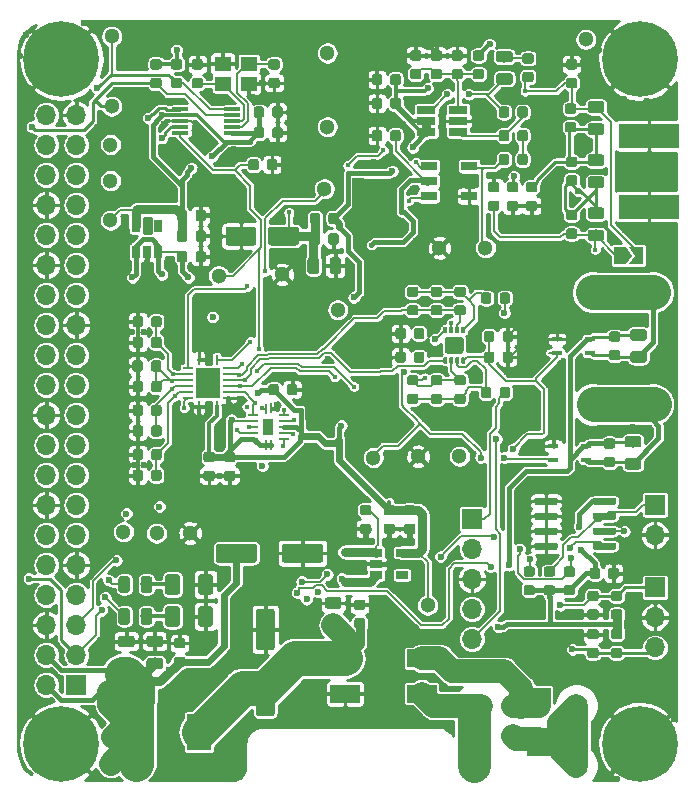
<source format=gtl>
G04 #@! TF.GenerationSoftware,KiCad,Pcbnew,(5.1.4)-1*
G04 #@! TF.CreationDate,2020-03-16T20:43:03+01:00*
G04 #@! TF.ProjectId,rf-receiver,72662d72-6563-4656-9976-65722e6b6963,Rev 2*
G04 #@! TF.SameCoordinates,Original*
G04 #@! TF.FileFunction,Copper,L1,Top*
G04 #@! TF.FilePolarity,Positive*
%FSLAX46Y46*%
G04 Gerber Fmt 4.6, Leading zero omitted, Abs format (unit mm)*
G04 Created by KiCad (PCBNEW (5.1.4)-1) date 2020-03-16 20:43:03*
%MOMM*%
%LPD*%
G04 APERTURE LIST*
%ADD10C,0.100000*%
%ADD11C,1.600000*%
%ADD12C,0.875000*%
%ADD13C,1.300000*%
%ADD14C,0.975000*%
%ADD15C,0.300000*%
%ADD16R,0.850000X0.280000*%
%ADD17R,0.280000X0.850000*%
%ADD18R,2.050000X2.550000*%
%ADD19R,0.900000X0.240000*%
%ADD20R,0.240000X0.900000*%
%ADD21R,0.900000X1.400000*%
%ADD22R,2.000000X1.400000*%
%ADD23C,6.400000*%
%ADD24R,5.080000X2.000000*%
%ADD25C,2.000000*%
%ADD26R,1.000000X1.000000*%
%ADD27C,0.600000*%
%ADD28O,1.700000X1.700000*%
%ADD29R,1.700000X1.700000*%
%ADD30C,1.250000*%
%ADD31R,2.000000X3.100000*%
%ADD32R,0.900000X0.400000*%
%ADD33R,2.500000X1.500000*%
%ADD34R,2.130000X1.000000*%
%ADD35R,3.800000X1.000000*%
%ADD36R,1.000000X1.650000*%
%ADD37R,1.000000X3.800000*%
%ADD38R,1.000000X3.550000*%
%ADD39R,3.550000X1.000000*%
%ADD40C,0.350000*%
%ADD41C,1.400000*%
%ADD42R,1.400000X1.200000*%
%ADD43R,0.650000X1.060000*%
%ADD44R,1.450000X0.300000*%
%ADD45R,1.060000X0.650000*%
%ADD46R,1.560000X0.650000*%
%ADD47R,1.400000X0.760000*%
%ADD48C,0.450000*%
%ADD49C,0.200000*%
%ADD50C,0.800000*%
%ADD51C,0.400000*%
%ADD52C,0.350000*%
%ADD53C,0.250000*%
%ADD54C,2.000000*%
%ADD55C,3.000000*%
%ADD56C,0.600000*%
%ADD57C,0.150000*%
%ADD58C,2.800000*%
%ADD59C,0.254000*%
G04 APERTURE END LIST*
D10*
G36*
X100924504Y-102301204D02*
G01*
X100948773Y-102304804D01*
X100972571Y-102310765D01*
X100995671Y-102319030D01*
X101017849Y-102329520D01*
X101038893Y-102342133D01*
X101058598Y-102356747D01*
X101076777Y-102373223D01*
X101093253Y-102391402D01*
X101107867Y-102411107D01*
X101120480Y-102432151D01*
X101130970Y-102454329D01*
X101139235Y-102477429D01*
X101145196Y-102501227D01*
X101148796Y-102525496D01*
X101150000Y-102550000D01*
X101150000Y-103650000D01*
X101148796Y-103674504D01*
X101145196Y-103698773D01*
X101139235Y-103722571D01*
X101130970Y-103745671D01*
X101120480Y-103767849D01*
X101107867Y-103788893D01*
X101093253Y-103808598D01*
X101076777Y-103826777D01*
X101058598Y-103843253D01*
X101038893Y-103857867D01*
X101017849Y-103870480D01*
X100995671Y-103880970D01*
X100972571Y-103889235D01*
X100948773Y-103895196D01*
X100924504Y-103898796D01*
X100900000Y-103900000D01*
X97900000Y-103900000D01*
X97875496Y-103898796D01*
X97851227Y-103895196D01*
X97827429Y-103889235D01*
X97804329Y-103880970D01*
X97782151Y-103870480D01*
X97761107Y-103857867D01*
X97741402Y-103843253D01*
X97723223Y-103826777D01*
X97706747Y-103808598D01*
X97692133Y-103788893D01*
X97679520Y-103767849D01*
X97669030Y-103745671D01*
X97660765Y-103722571D01*
X97654804Y-103698773D01*
X97651204Y-103674504D01*
X97650000Y-103650000D01*
X97650000Y-102550000D01*
X97651204Y-102525496D01*
X97654804Y-102501227D01*
X97660765Y-102477429D01*
X97669030Y-102454329D01*
X97679520Y-102432151D01*
X97692133Y-102411107D01*
X97706747Y-102391402D01*
X97723223Y-102373223D01*
X97741402Y-102356747D01*
X97761107Y-102342133D01*
X97782151Y-102329520D01*
X97804329Y-102319030D01*
X97827429Y-102310765D01*
X97851227Y-102304804D01*
X97875496Y-102301204D01*
X97900000Y-102300000D01*
X100900000Y-102300000D01*
X100924504Y-102301204D01*
X100924504Y-102301204D01*
G37*
D11*
X99400000Y-103100000D03*
D10*
G36*
X95324504Y-102301204D02*
G01*
X95348773Y-102304804D01*
X95372571Y-102310765D01*
X95395671Y-102319030D01*
X95417849Y-102329520D01*
X95438893Y-102342133D01*
X95458598Y-102356747D01*
X95476777Y-102373223D01*
X95493253Y-102391402D01*
X95507867Y-102411107D01*
X95520480Y-102432151D01*
X95530970Y-102454329D01*
X95539235Y-102477429D01*
X95545196Y-102501227D01*
X95548796Y-102525496D01*
X95550000Y-102550000D01*
X95550000Y-103650000D01*
X95548796Y-103674504D01*
X95545196Y-103698773D01*
X95539235Y-103722571D01*
X95530970Y-103745671D01*
X95520480Y-103767849D01*
X95507867Y-103788893D01*
X95493253Y-103808598D01*
X95476777Y-103826777D01*
X95458598Y-103843253D01*
X95438893Y-103857867D01*
X95417849Y-103870480D01*
X95395671Y-103880970D01*
X95372571Y-103889235D01*
X95348773Y-103895196D01*
X95324504Y-103898796D01*
X95300000Y-103900000D01*
X92300000Y-103900000D01*
X92275496Y-103898796D01*
X92251227Y-103895196D01*
X92227429Y-103889235D01*
X92204329Y-103880970D01*
X92182151Y-103870480D01*
X92161107Y-103857867D01*
X92141402Y-103843253D01*
X92123223Y-103826777D01*
X92106747Y-103808598D01*
X92092133Y-103788893D01*
X92079520Y-103767849D01*
X92069030Y-103745671D01*
X92060765Y-103722571D01*
X92054804Y-103698773D01*
X92051204Y-103674504D01*
X92050000Y-103650000D01*
X92050000Y-102550000D01*
X92051204Y-102525496D01*
X92054804Y-102501227D01*
X92060765Y-102477429D01*
X92069030Y-102454329D01*
X92079520Y-102432151D01*
X92092133Y-102411107D01*
X92106747Y-102391402D01*
X92123223Y-102373223D01*
X92141402Y-102356747D01*
X92161107Y-102342133D01*
X92182151Y-102329520D01*
X92204329Y-102319030D01*
X92227429Y-102310765D01*
X92251227Y-102304804D01*
X92275496Y-102301204D01*
X92300000Y-102300000D01*
X95300000Y-102300000D01*
X95324504Y-102301204D01*
X95324504Y-102301204D01*
G37*
D11*
X93800000Y-103100000D03*
D10*
G36*
X97077691Y-69726053D02*
G01*
X97098926Y-69729203D01*
X97119750Y-69734419D01*
X97139962Y-69741651D01*
X97159368Y-69750830D01*
X97177781Y-69761866D01*
X97195024Y-69774654D01*
X97210930Y-69789070D01*
X97225346Y-69804976D01*
X97238134Y-69822219D01*
X97249170Y-69840632D01*
X97258349Y-69860038D01*
X97265581Y-69880250D01*
X97270797Y-69901074D01*
X97273947Y-69922309D01*
X97275000Y-69943750D01*
X97275000Y-70456250D01*
X97273947Y-70477691D01*
X97270797Y-70498926D01*
X97265581Y-70519750D01*
X97258349Y-70539962D01*
X97249170Y-70559368D01*
X97238134Y-70577781D01*
X97225346Y-70595024D01*
X97210930Y-70610930D01*
X97195024Y-70625346D01*
X97177781Y-70638134D01*
X97159368Y-70649170D01*
X97139962Y-70658349D01*
X97119750Y-70665581D01*
X97098926Y-70670797D01*
X97077691Y-70673947D01*
X97056250Y-70675000D01*
X96618750Y-70675000D01*
X96597309Y-70673947D01*
X96576074Y-70670797D01*
X96555250Y-70665581D01*
X96535038Y-70658349D01*
X96515632Y-70649170D01*
X96497219Y-70638134D01*
X96479976Y-70625346D01*
X96464070Y-70610930D01*
X96449654Y-70595024D01*
X96436866Y-70577781D01*
X96425830Y-70559368D01*
X96416651Y-70539962D01*
X96409419Y-70519750D01*
X96404203Y-70498926D01*
X96401053Y-70477691D01*
X96400000Y-70456250D01*
X96400000Y-69943750D01*
X96401053Y-69922309D01*
X96404203Y-69901074D01*
X96409419Y-69880250D01*
X96416651Y-69860038D01*
X96425830Y-69840632D01*
X96436866Y-69822219D01*
X96449654Y-69804976D01*
X96464070Y-69789070D01*
X96479976Y-69774654D01*
X96497219Y-69761866D01*
X96515632Y-69750830D01*
X96535038Y-69741651D01*
X96555250Y-69734419D01*
X96576074Y-69729203D01*
X96597309Y-69726053D01*
X96618750Y-69725000D01*
X97056250Y-69725000D01*
X97077691Y-69726053D01*
X97077691Y-69726053D01*
G37*
D12*
X96837500Y-70200000D03*
D10*
G36*
X95502691Y-69726053D02*
G01*
X95523926Y-69729203D01*
X95544750Y-69734419D01*
X95564962Y-69741651D01*
X95584368Y-69750830D01*
X95602781Y-69761866D01*
X95620024Y-69774654D01*
X95635930Y-69789070D01*
X95650346Y-69804976D01*
X95663134Y-69822219D01*
X95674170Y-69840632D01*
X95683349Y-69860038D01*
X95690581Y-69880250D01*
X95695797Y-69901074D01*
X95698947Y-69922309D01*
X95700000Y-69943750D01*
X95700000Y-70456250D01*
X95698947Y-70477691D01*
X95695797Y-70498926D01*
X95690581Y-70519750D01*
X95683349Y-70539962D01*
X95674170Y-70559368D01*
X95663134Y-70577781D01*
X95650346Y-70595024D01*
X95635930Y-70610930D01*
X95620024Y-70625346D01*
X95602781Y-70638134D01*
X95584368Y-70649170D01*
X95564962Y-70658349D01*
X95544750Y-70665581D01*
X95523926Y-70670797D01*
X95502691Y-70673947D01*
X95481250Y-70675000D01*
X95043750Y-70675000D01*
X95022309Y-70673947D01*
X95001074Y-70670797D01*
X94980250Y-70665581D01*
X94960038Y-70658349D01*
X94940632Y-70649170D01*
X94922219Y-70638134D01*
X94904976Y-70625346D01*
X94889070Y-70610930D01*
X94874654Y-70595024D01*
X94861866Y-70577781D01*
X94850830Y-70559368D01*
X94841651Y-70539962D01*
X94834419Y-70519750D01*
X94829203Y-70498926D01*
X94826053Y-70477691D01*
X94825000Y-70456250D01*
X94825000Y-69943750D01*
X94826053Y-69922309D01*
X94829203Y-69901074D01*
X94834419Y-69880250D01*
X94841651Y-69860038D01*
X94850830Y-69840632D01*
X94861866Y-69822219D01*
X94874654Y-69804976D01*
X94889070Y-69789070D01*
X94904976Y-69774654D01*
X94922219Y-69761866D01*
X94940632Y-69750830D01*
X94960038Y-69741651D01*
X94980250Y-69734419D01*
X95001074Y-69729203D01*
X95022309Y-69726053D01*
X95043750Y-69725000D01*
X95481250Y-69725000D01*
X95502691Y-69726053D01*
X95502691Y-69726053D01*
G37*
D12*
X95262500Y-70200000D03*
D13*
X83150000Y-68500000D03*
X83150000Y-71550000D03*
D10*
G36*
X124730142Y-64826174D02*
G01*
X124753803Y-64829684D01*
X124777007Y-64835496D01*
X124799529Y-64843554D01*
X124821153Y-64853782D01*
X124841670Y-64866079D01*
X124860883Y-64880329D01*
X124878607Y-64896393D01*
X124894671Y-64914117D01*
X124908921Y-64933330D01*
X124921218Y-64953847D01*
X124931446Y-64975471D01*
X124939504Y-64997993D01*
X124945316Y-65021197D01*
X124948826Y-65044858D01*
X124950000Y-65068750D01*
X124950000Y-65556250D01*
X124948826Y-65580142D01*
X124945316Y-65603803D01*
X124939504Y-65627007D01*
X124931446Y-65649529D01*
X124921218Y-65671153D01*
X124908921Y-65691670D01*
X124894671Y-65710883D01*
X124878607Y-65728607D01*
X124860883Y-65744671D01*
X124841670Y-65758921D01*
X124821153Y-65771218D01*
X124799529Y-65781446D01*
X124777007Y-65789504D01*
X124753803Y-65795316D01*
X124730142Y-65798826D01*
X124706250Y-65800000D01*
X123793750Y-65800000D01*
X123769858Y-65798826D01*
X123746197Y-65795316D01*
X123722993Y-65789504D01*
X123700471Y-65781446D01*
X123678847Y-65771218D01*
X123658330Y-65758921D01*
X123639117Y-65744671D01*
X123621393Y-65728607D01*
X123605329Y-65710883D01*
X123591079Y-65691670D01*
X123578782Y-65671153D01*
X123568554Y-65649529D01*
X123560496Y-65627007D01*
X123554684Y-65603803D01*
X123551174Y-65580142D01*
X123550000Y-65556250D01*
X123550000Y-65068750D01*
X123551174Y-65044858D01*
X123554684Y-65021197D01*
X123560496Y-64997993D01*
X123568554Y-64975471D01*
X123578782Y-64953847D01*
X123591079Y-64933330D01*
X123605329Y-64914117D01*
X123621393Y-64896393D01*
X123639117Y-64880329D01*
X123658330Y-64866079D01*
X123678847Y-64853782D01*
X123700471Y-64843554D01*
X123722993Y-64835496D01*
X123746197Y-64829684D01*
X123769858Y-64826174D01*
X123793750Y-64825000D01*
X124706250Y-64825000D01*
X124730142Y-64826174D01*
X124730142Y-64826174D01*
G37*
D14*
X124250000Y-65312500D03*
D10*
G36*
X124730142Y-66701174D02*
G01*
X124753803Y-66704684D01*
X124777007Y-66710496D01*
X124799529Y-66718554D01*
X124821153Y-66728782D01*
X124841670Y-66741079D01*
X124860883Y-66755329D01*
X124878607Y-66771393D01*
X124894671Y-66789117D01*
X124908921Y-66808330D01*
X124921218Y-66828847D01*
X124931446Y-66850471D01*
X124939504Y-66872993D01*
X124945316Y-66896197D01*
X124948826Y-66919858D01*
X124950000Y-66943750D01*
X124950000Y-67431250D01*
X124948826Y-67455142D01*
X124945316Y-67478803D01*
X124939504Y-67502007D01*
X124931446Y-67524529D01*
X124921218Y-67546153D01*
X124908921Y-67566670D01*
X124894671Y-67585883D01*
X124878607Y-67603607D01*
X124860883Y-67619671D01*
X124841670Y-67633921D01*
X124821153Y-67646218D01*
X124799529Y-67656446D01*
X124777007Y-67664504D01*
X124753803Y-67670316D01*
X124730142Y-67673826D01*
X124706250Y-67675000D01*
X123793750Y-67675000D01*
X123769858Y-67673826D01*
X123746197Y-67670316D01*
X123722993Y-67664504D01*
X123700471Y-67656446D01*
X123678847Y-67646218D01*
X123658330Y-67633921D01*
X123639117Y-67619671D01*
X123621393Y-67603607D01*
X123605329Y-67585883D01*
X123591079Y-67566670D01*
X123578782Y-67546153D01*
X123568554Y-67524529D01*
X123560496Y-67502007D01*
X123554684Y-67478803D01*
X123551174Y-67455142D01*
X123550000Y-67431250D01*
X123550000Y-66943750D01*
X123551174Y-66919858D01*
X123554684Y-66896197D01*
X123560496Y-66872993D01*
X123568554Y-66850471D01*
X123578782Y-66828847D01*
X123591079Y-66808330D01*
X123605329Y-66789117D01*
X123621393Y-66771393D01*
X123639117Y-66755329D01*
X123658330Y-66741079D01*
X123678847Y-66728782D01*
X123700471Y-66718554D01*
X123722993Y-66710496D01*
X123746197Y-66704684D01*
X123769858Y-66701174D01*
X123793750Y-66700000D01*
X124706250Y-66700000D01*
X124730142Y-66701174D01*
X124730142Y-66701174D01*
G37*
D14*
X124250000Y-67187500D03*
D15*
X126275000Y-77900000D03*
D10*
G36*
X127275000Y-77900000D02*
G01*
X126775000Y-78650000D01*
X125775000Y-78650000D01*
X125775000Y-77150000D01*
X126775000Y-77150000D01*
X127275000Y-77900000D01*
X127275000Y-77900000D01*
G37*
D15*
X127725000Y-77900000D03*
D10*
G36*
X128225000Y-78650000D02*
G01*
X127075000Y-78650000D01*
X127575000Y-77900000D01*
X127075000Y-77150000D01*
X128225000Y-77150000D01*
X128225000Y-78650000D01*
X128225000Y-78650000D01*
G37*
D13*
X123400000Y-59600000D03*
X109200000Y-94900000D03*
X97700000Y-79500000D03*
X92300000Y-79600000D03*
X83150000Y-74900000D03*
X83250000Y-65250000D03*
X83250000Y-59350000D03*
X110000000Y-107500000D03*
X105400000Y-95000000D03*
X112700000Y-94900000D03*
X89900000Y-101400000D03*
X87050000Y-101400000D03*
X101500000Y-60750000D03*
X101250000Y-72250000D03*
X102400000Y-82500000D03*
X114900000Y-77250000D03*
X111000000Y-77250000D03*
X101500000Y-67000000D03*
X84250000Y-101300000D03*
D10*
G36*
X89277691Y-111851053D02*
G01*
X89298926Y-111854203D01*
X89319750Y-111859419D01*
X89339962Y-111866651D01*
X89359368Y-111875830D01*
X89377781Y-111886866D01*
X89395024Y-111899654D01*
X89410930Y-111914070D01*
X89425346Y-111929976D01*
X89438134Y-111947219D01*
X89449170Y-111965632D01*
X89458349Y-111985038D01*
X89465581Y-112005250D01*
X89470797Y-112026074D01*
X89473947Y-112047309D01*
X89475000Y-112068750D01*
X89475000Y-112506250D01*
X89473947Y-112527691D01*
X89470797Y-112548926D01*
X89465581Y-112569750D01*
X89458349Y-112589962D01*
X89449170Y-112609368D01*
X89438134Y-112627781D01*
X89425346Y-112645024D01*
X89410930Y-112660930D01*
X89395024Y-112675346D01*
X89377781Y-112688134D01*
X89359368Y-112699170D01*
X89339962Y-112708349D01*
X89319750Y-112715581D01*
X89298926Y-112720797D01*
X89277691Y-112723947D01*
X89256250Y-112725000D01*
X88743750Y-112725000D01*
X88722309Y-112723947D01*
X88701074Y-112720797D01*
X88680250Y-112715581D01*
X88660038Y-112708349D01*
X88640632Y-112699170D01*
X88622219Y-112688134D01*
X88604976Y-112675346D01*
X88589070Y-112660930D01*
X88574654Y-112645024D01*
X88561866Y-112627781D01*
X88550830Y-112609368D01*
X88541651Y-112589962D01*
X88534419Y-112569750D01*
X88529203Y-112548926D01*
X88526053Y-112527691D01*
X88525000Y-112506250D01*
X88525000Y-112068750D01*
X88526053Y-112047309D01*
X88529203Y-112026074D01*
X88534419Y-112005250D01*
X88541651Y-111985038D01*
X88550830Y-111965632D01*
X88561866Y-111947219D01*
X88574654Y-111929976D01*
X88589070Y-111914070D01*
X88604976Y-111899654D01*
X88622219Y-111886866D01*
X88640632Y-111875830D01*
X88660038Y-111866651D01*
X88680250Y-111859419D01*
X88701074Y-111854203D01*
X88722309Y-111851053D01*
X88743750Y-111850000D01*
X89256250Y-111850000D01*
X89277691Y-111851053D01*
X89277691Y-111851053D01*
G37*
D12*
X89000000Y-112287500D03*
D10*
G36*
X89277691Y-110276053D02*
G01*
X89298926Y-110279203D01*
X89319750Y-110284419D01*
X89339962Y-110291651D01*
X89359368Y-110300830D01*
X89377781Y-110311866D01*
X89395024Y-110324654D01*
X89410930Y-110339070D01*
X89425346Y-110354976D01*
X89438134Y-110372219D01*
X89449170Y-110390632D01*
X89458349Y-110410038D01*
X89465581Y-110430250D01*
X89470797Y-110451074D01*
X89473947Y-110472309D01*
X89475000Y-110493750D01*
X89475000Y-110931250D01*
X89473947Y-110952691D01*
X89470797Y-110973926D01*
X89465581Y-110994750D01*
X89458349Y-111014962D01*
X89449170Y-111034368D01*
X89438134Y-111052781D01*
X89425346Y-111070024D01*
X89410930Y-111085930D01*
X89395024Y-111100346D01*
X89377781Y-111113134D01*
X89359368Y-111124170D01*
X89339962Y-111133349D01*
X89319750Y-111140581D01*
X89298926Y-111145797D01*
X89277691Y-111148947D01*
X89256250Y-111150000D01*
X88743750Y-111150000D01*
X88722309Y-111148947D01*
X88701074Y-111145797D01*
X88680250Y-111140581D01*
X88660038Y-111133349D01*
X88640632Y-111124170D01*
X88622219Y-111113134D01*
X88604976Y-111100346D01*
X88589070Y-111085930D01*
X88574654Y-111070024D01*
X88561866Y-111052781D01*
X88550830Y-111034368D01*
X88541651Y-111014962D01*
X88534419Y-110994750D01*
X88529203Y-110973926D01*
X88526053Y-110952691D01*
X88525000Y-110931250D01*
X88525000Y-110493750D01*
X88526053Y-110472309D01*
X88529203Y-110451074D01*
X88534419Y-110430250D01*
X88541651Y-110410038D01*
X88550830Y-110390632D01*
X88561866Y-110372219D01*
X88574654Y-110354976D01*
X88589070Y-110339070D01*
X88604976Y-110324654D01*
X88622219Y-110311866D01*
X88640632Y-110300830D01*
X88660038Y-110291651D01*
X88680250Y-110284419D01*
X88701074Y-110279203D01*
X88722309Y-110276053D01*
X88743750Y-110275000D01*
X89256250Y-110275000D01*
X89277691Y-110276053D01*
X89277691Y-110276053D01*
G37*
D12*
X89000000Y-110712500D03*
D10*
G36*
X87380142Y-110076174D02*
G01*
X87403803Y-110079684D01*
X87427007Y-110085496D01*
X87449529Y-110093554D01*
X87471153Y-110103782D01*
X87491670Y-110116079D01*
X87510883Y-110130329D01*
X87528607Y-110146393D01*
X87544671Y-110164117D01*
X87558921Y-110183330D01*
X87571218Y-110203847D01*
X87581446Y-110225471D01*
X87589504Y-110247993D01*
X87595316Y-110271197D01*
X87598826Y-110294858D01*
X87600000Y-110318750D01*
X87600000Y-110806250D01*
X87598826Y-110830142D01*
X87595316Y-110853803D01*
X87589504Y-110877007D01*
X87581446Y-110899529D01*
X87571218Y-110921153D01*
X87558921Y-110941670D01*
X87544671Y-110960883D01*
X87528607Y-110978607D01*
X87510883Y-110994671D01*
X87491670Y-111008921D01*
X87471153Y-111021218D01*
X87449529Y-111031446D01*
X87427007Y-111039504D01*
X87403803Y-111045316D01*
X87380142Y-111048826D01*
X87356250Y-111050000D01*
X86443750Y-111050000D01*
X86419858Y-111048826D01*
X86396197Y-111045316D01*
X86372993Y-111039504D01*
X86350471Y-111031446D01*
X86328847Y-111021218D01*
X86308330Y-111008921D01*
X86289117Y-110994671D01*
X86271393Y-110978607D01*
X86255329Y-110960883D01*
X86241079Y-110941670D01*
X86228782Y-110921153D01*
X86218554Y-110899529D01*
X86210496Y-110877007D01*
X86204684Y-110853803D01*
X86201174Y-110830142D01*
X86200000Y-110806250D01*
X86200000Y-110318750D01*
X86201174Y-110294858D01*
X86204684Y-110271197D01*
X86210496Y-110247993D01*
X86218554Y-110225471D01*
X86228782Y-110203847D01*
X86241079Y-110183330D01*
X86255329Y-110164117D01*
X86271393Y-110146393D01*
X86289117Y-110130329D01*
X86308330Y-110116079D01*
X86328847Y-110103782D01*
X86350471Y-110093554D01*
X86372993Y-110085496D01*
X86396197Y-110079684D01*
X86419858Y-110076174D01*
X86443750Y-110075000D01*
X87356250Y-110075000D01*
X87380142Y-110076174D01*
X87380142Y-110076174D01*
G37*
D14*
X86900000Y-110562500D03*
D10*
G36*
X87380142Y-111951174D02*
G01*
X87403803Y-111954684D01*
X87427007Y-111960496D01*
X87449529Y-111968554D01*
X87471153Y-111978782D01*
X87491670Y-111991079D01*
X87510883Y-112005329D01*
X87528607Y-112021393D01*
X87544671Y-112039117D01*
X87558921Y-112058330D01*
X87571218Y-112078847D01*
X87581446Y-112100471D01*
X87589504Y-112122993D01*
X87595316Y-112146197D01*
X87598826Y-112169858D01*
X87600000Y-112193750D01*
X87600000Y-112681250D01*
X87598826Y-112705142D01*
X87595316Y-112728803D01*
X87589504Y-112752007D01*
X87581446Y-112774529D01*
X87571218Y-112796153D01*
X87558921Y-112816670D01*
X87544671Y-112835883D01*
X87528607Y-112853607D01*
X87510883Y-112869671D01*
X87491670Y-112883921D01*
X87471153Y-112896218D01*
X87449529Y-112906446D01*
X87427007Y-112914504D01*
X87403803Y-112920316D01*
X87380142Y-112923826D01*
X87356250Y-112925000D01*
X86443750Y-112925000D01*
X86419858Y-112923826D01*
X86396197Y-112920316D01*
X86372993Y-112914504D01*
X86350471Y-112906446D01*
X86328847Y-112896218D01*
X86308330Y-112883921D01*
X86289117Y-112869671D01*
X86271393Y-112853607D01*
X86255329Y-112835883D01*
X86241079Y-112816670D01*
X86228782Y-112796153D01*
X86218554Y-112774529D01*
X86210496Y-112752007D01*
X86204684Y-112728803D01*
X86201174Y-112705142D01*
X86200000Y-112681250D01*
X86200000Y-112193750D01*
X86201174Y-112169858D01*
X86204684Y-112146197D01*
X86210496Y-112122993D01*
X86218554Y-112100471D01*
X86228782Y-112078847D01*
X86241079Y-112058330D01*
X86255329Y-112039117D01*
X86271393Y-112021393D01*
X86289117Y-112005329D01*
X86308330Y-111991079D01*
X86328847Y-111978782D01*
X86350471Y-111968554D01*
X86372993Y-111960496D01*
X86396197Y-111954684D01*
X86419858Y-111951174D01*
X86443750Y-111950000D01*
X87356250Y-111950000D01*
X87380142Y-111951174D01*
X87380142Y-111951174D01*
G37*
D14*
X86900000Y-112437500D03*
D16*
X93125000Y-89950000D03*
X93125000Y-89450000D03*
X93125000Y-88950000D03*
X93125000Y-88450000D03*
X93125000Y-87950000D03*
X89675000Y-87450000D03*
X89675000Y-87950000D03*
X89675000Y-88450000D03*
X89675000Y-88950000D03*
X89675000Y-89450000D03*
X93125000Y-87450000D03*
X89675000Y-89950000D03*
D17*
X90650000Y-86725000D03*
X92150000Y-86725000D03*
D18*
X91400000Y-88700000D03*
D17*
X92150000Y-90675000D03*
X90650000Y-90675000D03*
D19*
X95230000Y-91910000D03*
X95230000Y-92410000D03*
X95230000Y-92910000D03*
X95230000Y-91410000D03*
X97830000Y-92910000D03*
D20*
X96730000Y-90850000D03*
X96330000Y-90860000D03*
D19*
X95230000Y-93410000D03*
D21*
X96530000Y-92410000D03*
D20*
X96730000Y-93960000D03*
D19*
X97830000Y-91910000D03*
X97830000Y-92410000D03*
D20*
X96330000Y-93960000D03*
D19*
X97830000Y-91410000D03*
X97830000Y-93410000D03*
D10*
G36*
X124730142Y-69326174D02*
G01*
X124753803Y-69329684D01*
X124777007Y-69335496D01*
X124799529Y-69343554D01*
X124821153Y-69353782D01*
X124841670Y-69366079D01*
X124860883Y-69380329D01*
X124878607Y-69396393D01*
X124894671Y-69414117D01*
X124908921Y-69433330D01*
X124921218Y-69453847D01*
X124931446Y-69475471D01*
X124939504Y-69497993D01*
X124945316Y-69521197D01*
X124948826Y-69544858D01*
X124950000Y-69568750D01*
X124950000Y-70056250D01*
X124948826Y-70080142D01*
X124945316Y-70103803D01*
X124939504Y-70127007D01*
X124931446Y-70149529D01*
X124921218Y-70171153D01*
X124908921Y-70191670D01*
X124894671Y-70210883D01*
X124878607Y-70228607D01*
X124860883Y-70244671D01*
X124841670Y-70258921D01*
X124821153Y-70271218D01*
X124799529Y-70281446D01*
X124777007Y-70289504D01*
X124753803Y-70295316D01*
X124730142Y-70298826D01*
X124706250Y-70300000D01*
X123793750Y-70300000D01*
X123769858Y-70298826D01*
X123746197Y-70295316D01*
X123722993Y-70289504D01*
X123700471Y-70281446D01*
X123678847Y-70271218D01*
X123658330Y-70258921D01*
X123639117Y-70244671D01*
X123621393Y-70228607D01*
X123605329Y-70210883D01*
X123591079Y-70191670D01*
X123578782Y-70171153D01*
X123568554Y-70149529D01*
X123560496Y-70127007D01*
X123554684Y-70103803D01*
X123551174Y-70080142D01*
X123550000Y-70056250D01*
X123550000Y-69568750D01*
X123551174Y-69544858D01*
X123554684Y-69521197D01*
X123560496Y-69497993D01*
X123568554Y-69475471D01*
X123578782Y-69453847D01*
X123591079Y-69433330D01*
X123605329Y-69414117D01*
X123621393Y-69396393D01*
X123639117Y-69380329D01*
X123658330Y-69366079D01*
X123678847Y-69353782D01*
X123700471Y-69343554D01*
X123722993Y-69335496D01*
X123746197Y-69329684D01*
X123769858Y-69326174D01*
X123793750Y-69325000D01*
X124706250Y-69325000D01*
X124730142Y-69326174D01*
X124730142Y-69326174D01*
G37*
D14*
X124250000Y-69812500D03*
D10*
G36*
X124730142Y-71201174D02*
G01*
X124753803Y-71204684D01*
X124777007Y-71210496D01*
X124799529Y-71218554D01*
X124821153Y-71228782D01*
X124841670Y-71241079D01*
X124860883Y-71255329D01*
X124878607Y-71271393D01*
X124894671Y-71289117D01*
X124908921Y-71308330D01*
X124921218Y-71328847D01*
X124931446Y-71350471D01*
X124939504Y-71372993D01*
X124945316Y-71396197D01*
X124948826Y-71419858D01*
X124950000Y-71443750D01*
X124950000Y-71931250D01*
X124948826Y-71955142D01*
X124945316Y-71978803D01*
X124939504Y-72002007D01*
X124931446Y-72024529D01*
X124921218Y-72046153D01*
X124908921Y-72066670D01*
X124894671Y-72085883D01*
X124878607Y-72103607D01*
X124860883Y-72119671D01*
X124841670Y-72133921D01*
X124821153Y-72146218D01*
X124799529Y-72156446D01*
X124777007Y-72164504D01*
X124753803Y-72170316D01*
X124730142Y-72173826D01*
X124706250Y-72175000D01*
X123793750Y-72175000D01*
X123769858Y-72173826D01*
X123746197Y-72170316D01*
X123722993Y-72164504D01*
X123700471Y-72156446D01*
X123678847Y-72146218D01*
X123658330Y-72133921D01*
X123639117Y-72119671D01*
X123621393Y-72103607D01*
X123605329Y-72085883D01*
X123591079Y-72066670D01*
X123578782Y-72046153D01*
X123568554Y-72024529D01*
X123560496Y-72002007D01*
X123554684Y-71978803D01*
X123551174Y-71955142D01*
X123550000Y-71931250D01*
X123550000Y-71443750D01*
X123551174Y-71419858D01*
X123554684Y-71396197D01*
X123560496Y-71372993D01*
X123568554Y-71350471D01*
X123578782Y-71328847D01*
X123591079Y-71308330D01*
X123605329Y-71289117D01*
X123621393Y-71271393D01*
X123639117Y-71255329D01*
X123658330Y-71241079D01*
X123678847Y-71228782D01*
X123700471Y-71218554D01*
X123722993Y-71210496D01*
X123746197Y-71204684D01*
X123769858Y-71201174D01*
X123793750Y-71200000D01*
X124706250Y-71200000D01*
X124730142Y-71201174D01*
X124730142Y-71201174D01*
G37*
D14*
X124250000Y-71687500D03*
D10*
G36*
X124730142Y-73826174D02*
G01*
X124753803Y-73829684D01*
X124777007Y-73835496D01*
X124799529Y-73843554D01*
X124821153Y-73853782D01*
X124841670Y-73866079D01*
X124860883Y-73880329D01*
X124878607Y-73896393D01*
X124894671Y-73914117D01*
X124908921Y-73933330D01*
X124921218Y-73953847D01*
X124931446Y-73975471D01*
X124939504Y-73997993D01*
X124945316Y-74021197D01*
X124948826Y-74044858D01*
X124950000Y-74068750D01*
X124950000Y-74556250D01*
X124948826Y-74580142D01*
X124945316Y-74603803D01*
X124939504Y-74627007D01*
X124931446Y-74649529D01*
X124921218Y-74671153D01*
X124908921Y-74691670D01*
X124894671Y-74710883D01*
X124878607Y-74728607D01*
X124860883Y-74744671D01*
X124841670Y-74758921D01*
X124821153Y-74771218D01*
X124799529Y-74781446D01*
X124777007Y-74789504D01*
X124753803Y-74795316D01*
X124730142Y-74798826D01*
X124706250Y-74800000D01*
X123793750Y-74800000D01*
X123769858Y-74798826D01*
X123746197Y-74795316D01*
X123722993Y-74789504D01*
X123700471Y-74781446D01*
X123678847Y-74771218D01*
X123658330Y-74758921D01*
X123639117Y-74744671D01*
X123621393Y-74728607D01*
X123605329Y-74710883D01*
X123591079Y-74691670D01*
X123578782Y-74671153D01*
X123568554Y-74649529D01*
X123560496Y-74627007D01*
X123554684Y-74603803D01*
X123551174Y-74580142D01*
X123550000Y-74556250D01*
X123550000Y-74068750D01*
X123551174Y-74044858D01*
X123554684Y-74021197D01*
X123560496Y-73997993D01*
X123568554Y-73975471D01*
X123578782Y-73953847D01*
X123591079Y-73933330D01*
X123605329Y-73914117D01*
X123621393Y-73896393D01*
X123639117Y-73880329D01*
X123658330Y-73866079D01*
X123678847Y-73853782D01*
X123700471Y-73843554D01*
X123722993Y-73835496D01*
X123746197Y-73829684D01*
X123769858Y-73826174D01*
X123793750Y-73825000D01*
X124706250Y-73825000D01*
X124730142Y-73826174D01*
X124730142Y-73826174D01*
G37*
D14*
X124250000Y-74312500D03*
D10*
G36*
X124730142Y-75701174D02*
G01*
X124753803Y-75704684D01*
X124777007Y-75710496D01*
X124799529Y-75718554D01*
X124821153Y-75728782D01*
X124841670Y-75741079D01*
X124860883Y-75755329D01*
X124878607Y-75771393D01*
X124894671Y-75789117D01*
X124908921Y-75808330D01*
X124921218Y-75828847D01*
X124931446Y-75850471D01*
X124939504Y-75872993D01*
X124945316Y-75896197D01*
X124948826Y-75919858D01*
X124950000Y-75943750D01*
X124950000Y-76431250D01*
X124948826Y-76455142D01*
X124945316Y-76478803D01*
X124939504Y-76502007D01*
X124931446Y-76524529D01*
X124921218Y-76546153D01*
X124908921Y-76566670D01*
X124894671Y-76585883D01*
X124878607Y-76603607D01*
X124860883Y-76619671D01*
X124841670Y-76633921D01*
X124821153Y-76646218D01*
X124799529Y-76656446D01*
X124777007Y-76664504D01*
X124753803Y-76670316D01*
X124730142Y-76673826D01*
X124706250Y-76675000D01*
X123793750Y-76675000D01*
X123769858Y-76673826D01*
X123746197Y-76670316D01*
X123722993Y-76664504D01*
X123700471Y-76656446D01*
X123678847Y-76646218D01*
X123658330Y-76633921D01*
X123639117Y-76619671D01*
X123621393Y-76603607D01*
X123605329Y-76585883D01*
X123591079Y-76566670D01*
X123578782Y-76546153D01*
X123568554Y-76524529D01*
X123560496Y-76502007D01*
X123554684Y-76478803D01*
X123551174Y-76455142D01*
X123550000Y-76431250D01*
X123550000Y-75943750D01*
X123551174Y-75919858D01*
X123554684Y-75896197D01*
X123560496Y-75872993D01*
X123568554Y-75850471D01*
X123578782Y-75828847D01*
X123591079Y-75808330D01*
X123605329Y-75789117D01*
X123621393Y-75771393D01*
X123639117Y-75755329D01*
X123658330Y-75741079D01*
X123678847Y-75728782D01*
X123700471Y-75718554D01*
X123722993Y-75710496D01*
X123746197Y-75704684D01*
X123769858Y-75701174D01*
X123793750Y-75700000D01*
X124706250Y-75700000D01*
X124730142Y-75701174D01*
X124730142Y-75701174D01*
G37*
D14*
X124250000Y-76187500D03*
D10*
G36*
X122477691Y-61276053D02*
G01*
X122498926Y-61279203D01*
X122519750Y-61284419D01*
X122539962Y-61291651D01*
X122559368Y-61300830D01*
X122577781Y-61311866D01*
X122595024Y-61324654D01*
X122610930Y-61339070D01*
X122625346Y-61354976D01*
X122638134Y-61372219D01*
X122649170Y-61390632D01*
X122658349Y-61410038D01*
X122665581Y-61430250D01*
X122670797Y-61451074D01*
X122673947Y-61472309D01*
X122675000Y-61493750D01*
X122675000Y-61931250D01*
X122673947Y-61952691D01*
X122670797Y-61973926D01*
X122665581Y-61994750D01*
X122658349Y-62014962D01*
X122649170Y-62034368D01*
X122638134Y-62052781D01*
X122625346Y-62070024D01*
X122610930Y-62085930D01*
X122595024Y-62100346D01*
X122577781Y-62113134D01*
X122559368Y-62124170D01*
X122539962Y-62133349D01*
X122519750Y-62140581D01*
X122498926Y-62145797D01*
X122477691Y-62148947D01*
X122456250Y-62150000D01*
X121943750Y-62150000D01*
X121922309Y-62148947D01*
X121901074Y-62145797D01*
X121880250Y-62140581D01*
X121860038Y-62133349D01*
X121840632Y-62124170D01*
X121822219Y-62113134D01*
X121804976Y-62100346D01*
X121789070Y-62085930D01*
X121774654Y-62070024D01*
X121761866Y-62052781D01*
X121750830Y-62034368D01*
X121741651Y-62014962D01*
X121734419Y-61994750D01*
X121729203Y-61973926D01*
X121726053Y-61952691D01*
X121725000Y-61931250D01*
X121725000Y-61493750D01*
X121726053Y-61472309D01*
X121729203Y-61451074D01*
X121734419Y-61430250D01*
X121741651Y-61410038D01*
X121750830Y-61390632D01*
X121761866Y-61372219D01*
X121774654Y-61354976D01*
X121789070Y-61339070D01*
X121804976Y-61324654D01*
X121822219Y-61311866D01*
X121840632Y-61300830D01*
X121860038Y-61291651D01*
X121880250Y-61284419D01*
X121901074Y-61279203D01*
X121922309Y-61276053D01*
X121943750Y-61275000D01*
X122456250Y-61275000D01*
X122477691Y-61276053D01*
X122477691Y-61276053D01*
G37*
D12*
X122200000Y-61712500D03*
D10*
G36*
X122477691Y-62851053D02*
G01*
X122498926Y-62854203D01*
X122519750Y-62859419D01*
X122539962Y-62866651D01*
X122559368Y-62875830D01*
X122577781Y-62886866D01*
X122595024Y-62899654D01*
X122610930Y-62914070D01*
X122625346Y-62929976D01*
X122638134Y-62947219D01*
X122649170Y-62965632D01*
X122658349Y-62985038D01*
X122665581Y-63005250D01*
X122670797Y-63026074D01*
X122673947Y-63047309D01*
X122675000Y-63068750D01*
X122675000Y-63506250D01*
X122673947Y-63527691D01*
X122670797Y-63548926D01*
X122665581Y-63569750D01*
X122658349Y-63589962D01*
X122649170Y-63609368D01*
X122638134Y-63627781D01*
X122625346Y-63645024D01*
X122610930Y-63660930D01*
X122595024Y-63675346D01*
X122577781Y-63688134D01*
X122559368Y-63699170D01*
X122539962Y-63708349D01*
X122519750Y-63715581D01*
X122498926Y-63720797D01*
X122477691Y-63723947D01*
X122456250Y-63725000D01*
X121943750Y-63725000D01*
X121922309Y-63723947D01*
X121901074Y-63720797D01*
X121880250Y-63715581D01*
X121860038Y-63708349D01*
X121840632Y-63699170D01*
X121822219Y-63688134D01*
X121804976Y-63675346D01*
X121789070Y-63660930D01*
X121774654Y-63645024D01*
X121761866Y-63627781D01*
X121750830Y-63609368D01*
X121741651Y-63589962D01*
X121734419Y-63569750D01*
X121729203Y-63548926D01*
X121726053Y-63527691D01*
X121725000Y-63506250D01*
X121725000Y-63068750D01*
X121726053Y-63047309D01*
X121729203Y-63026074D01*
X121734419Y-63005250D01*
X121741651Y-62985038D01*
X121750830Y-62965632D01*
X121761866Y-62947219D01*
X121774654Y-62929976D01*
X121789070Y-62914070D01*
X121804976Y-62899654D01*
X121822219Y-62886866D01*
X121840632Y-62875830D01*
X121860038Y-62866651D01*
X121880250Y-62859419D01*
X121901074Y-62854203D01*
X121922309Y-62851053D01*
X121943750Y-62850000D01*
X122456250Y-62850000D01*
X122477691Y-62851053D01*
X122477691Y-62851053D01*
G37*
D12*
X122200000Y-63287500D03*
D10*
G36*
X122377691Y-66601053D02*
G01*
X122398926Y-66604203D01*
X122419750Y-66609419D01*
X122439962Y-66616651D01*
X122459368Y-66625830D01*
X122477781Y-66636866D01*
X122495024Y-66649654D01*
X122510930Y-66664070D01*
X122525346Y-66679976D01*
X122538134Y-66697219D01*
X122549170Y-66715632D01*
X122558349Y-66735038D01*
X122565581Y-66755250D01*
X122570797Y-66776074D01*
X122573947Y-66797309D01*
X122575000Y-66818750D01*
X122575000Y-67256250D01*
X122573947Y-67277691D01*
X122570797Y-67298926D01*
X122565581Y-67319750D01*
X122558349Y-67339962D01*
X122549170Y-67359368D01*
X122538134Y-67377781D01*
X122525346Y-67395024D01*
X122510930Y-67410930D01*
X122495024Y-67425346D01*
X122477781Y-67438134D01*
X122459368Y-67449170D01*
X122439962Y-67458349D01*
X122419750Y-67465581D01*
X122398926Y-67470797D01*
X122377691Y-67473947D01*
X122356250Y-67475000D01*
X121843750Y-67475000D01*
X121822309Y-67473947D01*
X121801074Y-67470797D01*
X121780250Y-67465581D01*
X121760038Y-67458349D01*
X121740632Y-67449170D01*
X121722219Y-67438134D01*
X121704976Y-67425346D01*
X121689070Y-67410930D01*
X121674654Y-67395024D01*
X121661866Y-67377781D01*
X121650830Y-67359368D01*
X121641651Y-67339962D01*
X121634419Y-67319750D01*
X121629203Y-67298926D01*
X121626053Y-67277691D01*
X121625000Y-67256250D01*
X121625000Y-66818750D01*
X121626053Y-66797309D01*
X121629203Y-66776074D01*
X121634419Y-66755250D01*
X121641651Y-66735038D01*
X121650830Y-66715632D01*
X121661866Y-66697219D01*
X121674654Y-66679976D01*
X121689070Y-66664070D01*
X121704976Y-66649654D01*
X121722219Y-66636866D01*
X121740632Y-66625830D01*
X121760038Y-66616651D01*
X121780250Y-66609419D01*
X121801074Y-66604203D01*
X121822309Y-66601053D01*
X121843750Y-66600000D01*
X122356250Y-66600000D01*
X122377691Y-66601053D01*
X122377691Y-66601053D01*
G37*
D12*
X122100000Y-67037500D03*
D10*
G36*
X122377691Y-65026053D02*
G01*
X122398926Y-65029203D01*
X122419750Y-65034419D01*
X122439962Y-65041651D01*
X122459368Y-65050830D01*
X122477781Y-65061866D01*
X122495024Y-65074654D01*
X122510930Y-65089070D01*
X122525346Y-65104976D01*
X122538134Y-65122219D01*
X122549170Y-65140632D01*
X122558349Y-65160038D01*
X122565581Y-65180250D01*
X122570797Y-65201074D01*
X122573947Y-65222309D01*
X122575000Y-65243750D01*
X122575000Y-65681250D01*
X122573947Y-65702691D01*
X122570797Y-65723926D01*
X122565581Y-65744750D01*
X122558349Y-65764962D01*
X122549170Y-65784368D01*
X122538134Y-65802781D01*
X122525346Y-65820024D01*
X122510930Y-65835930D01*
X122495024Y-65850346D01*
X122477781Y-65863134D01*
X122459368Y-65874170D01*
X122439962Y-65883349D01*
X122419750Y-65890581D01*
X122398926Y-65895797D01*
X122377691Y-65898947D01*
X122356250Y-65900000D01*
X121843750Y-65900000D01*
X121822309Y-65898947D01*
X121801074Y-65895797D01*
X121780250Y-65890581D01*
X121760038Y-65883349D01*
X121740632Y-65874170D01*
X121722219Y-65863134D01*
X121704976Y-65850346D01*
X121689070Y-65835930D01*
X121674654Y-65820024D01*
X121661866Y-65802781D01*
X121650830Y-65784368D01*
X121641651Y-65764962D01*
X121634419Y-65744750D01*
X121629203Y-65723926D01*
X121626053Y-65702691D01*
X121625000Y-65681250D01*
X121625000Y-65243750D01*
X121626053Y-65222309D01*
X121629203Y-65201074D01*
X121634419Y-65180250D01*
X121641651Y-65160038D01*
X121650830Y-65140632D01*
X121661866Y-65122219D01*
X121674654Y-65104976D01*
X121689070Y-65089070D01*
X121704976Y-65074654D01*
X121722219Y-65061866D01*
X121740632Y-65050830D01*
X121760038Y-65041651D01*
X121780250Y-65034419D01*
X121801074Y-65029203D01*
X121822309Y-65026053D01*
X121843750Y-65025000D01*
X122356250Y-65025000D01*
X122377691Y-65026053D01*
X122377691Y-65026053D01*
G37*
D12*
X122100000Y-65462500D03*
D10*
G36*
X119077691Y-73251053D02*
G01*
X119098926Y-73254203D01*
X119119750Y-73259419D01*
X119139962Y-73266651D01*
X119159368Y-73275830D01*
X119177781Y-73286866D01*
X119195024Y-73299654D01*
X119210930Y-73314070D01*
X119225346Y-73329976D01*
X119238134Y-73347219D01*
X119249170Y-73365632D01*
X119258349Y-73385038D01*
X119265581Y-73405250D01*
X119270797Y-73426074D01*
X119273947Y-73447309D01*
X119275000Y-73468750D01*
X119275000Y-73906250D01*
X119273947Y-73927691D01*
X119270797Y-73948926D01*
X119265581Y-73969750D01*
X119258349Y-73989962D01*
X119249170Y-74009368D01*
X119238134Y-74027781D01*
X119225346Y-74045024D01*
X119210930Y-74060930D01*
X119195024Y-74075346D01*
X119177781Y-74088134D01*
X119159368Y-74099170D01*
X119139962Y-74108349D01*
X119119750Y-74115581D01*
X119098926Y-74120797D01*
X119077691Y-74123947D01*
X119056250Y-74125000D01*
X118543750Y-74125000D01*
X118522309Y-74123947D01*
X118501074Y-74120797D01*
X118480250Y-74115581D01*
X118460038Y-74108349D01*
X118440632Y-74099170D01*
X118422219Y-74088134D01*
X118404976Y-74075346D01*
X118389070Y-74060930D01*
X118374654Y-74045024D01*
X118361866Y-74027781D01*
X118350830Y-74009368D01*
X118341651Y-73989962D01*
X118334419Y-73969750D01*
X118329203Y-73948926D01*
X118326053Y-73927691D01*
X118325000Y-73906250D01*
X118325000Y-73468750D01*
X118326053Y-73447309D01*
X118329203Y-73426074D01*
X118334419Y-73405250D01*
X118341651Y-73385038D01*
X118350830Y-73365632D01*
X118361866Y-73347219D01*
X118374654Y-73329976D01*
X118389070Y-73314070D01*
X118404976Y-73299654D01*
X118422219Y-73286866D01*
X118440632Y-73275830D01*
X118460038Y-73266651D01*
X118480250Y-73259419D01*
X118501074Y-73254203D01*
X118522309Y-73251053D01*
X118543750Y-73250000D01*
X119056250Y-73250000D01*
X119077691Y-73251053D01*
X119077691Y-73251053D01*
G37*
D12*
X118800000Y-73687500D03*
D10*
G36*
X119077691Y-71676053D02*
G01*
X119098926Y-71679203D01*
X119119750Y-71684419D01*
X119139962Y-71691651D01*
X119159368Y-71700830D01*
X119177781Y-71711866D01*
X119195024Y-71724654D01*
X119210930Y-71739070D01*
X119225346Y-71754976D01*
X119238134Y-71772219D01*
X119249170Y-71790632D01*
X119258349Y-71810038D01*
X119265581Y-71830250D01*
X119270797Y-71851074D01*
X119273947Y-71872309D01*
X119275000Y-71893750D01*
X119275000Y-72331250D01*
X119273947Y-72352691D01*
X119270797Y-72373926D01*
X119265581Y-72394750D01*
X119258349Y-72414962D01*
X119249170Y-72434368D01*
X119238134Y-72452781D01*
X119225346Y-72470024D01*
X119210930Y-72485930D01*
X119195024Y-72500346D01*
X119177781Y-72513134D01*
X119159368Y-72524170D01*
X119139962Y-72533349D01*
X119119750Y-72540581D01*
X119098926Y-72545797D01*
X119077691Y-72548947D01*
X119056250Y-72550000D01*
X118543750Y-72550000D01*
X118522309Y-72548947D01*
X118501074Y-72545797D01*
X118480250Y-72540581D01*
X118460038Y-72533349D01*
X118440632Y-72524170D01*
X118422219Y-72513134D01*
X118404976Y-72500346D01*
X118389070Y-72485930D01*
X118374654Y-72470024D01*
X118361866Y-72452781D01*
X118350830Y-72434368D01*
X118341651Y-72414962D01*
X118334419Y-72394750D01*
X118329203Y-72373926D01*
X118326053Y-72352691D01*
X118325000Y-72331250D01*
X118325000Y-71893750D01*
X118326053Y-71872309D01*
X118329203Y-71851074D01*
X118334419Y-71830250D01*
X118341651Y-71810038D01*
X118350830Y-71790632D01*
X118361866Y-71772219D01*
X118374654Y-71754976D01*
X118389070Y-71739070D01*
X118404976Y-71724654D01*
X118422219Y-71711866D01*
X118440632Y-71700830D01*
X118460038Y-71691651D01*
X118480250Y-71684419D01*
X118501074Y-71679203D01*
X118522309Y-71676053D01*
X118543750Y-71675000D01*
X119056250Y-71675000D01*
X119077691Y-71676053D01*
X119077691Y-71676053D01*
G37*
D12*
X118800000Y-72112500D03*
D10*
G36*
X122477691Y-71101053D02*
G01*
X122498926Y-71104203D01*
X122519750Y-71109419D01*
X122539962Y-71116651D01*
X122559368Y-71125830D01*
X122577781Y-71136866D01*
X122595024Y-71149654D01*
X122610930Y-71164070D01*
X122625346Y-71179976D01*
X122638134Y-71197219D01*
X122649170Y-71215632D01*
X122658349Y-71235038D01*
X122665581Y-71255250D01*
X122670797Y-71276074D01*
X122673947Y-71297309D01*
X122675000Y-71318750D01*
X122675000Y-71756250D01*
X122673947Y-71777691D01*
X122670797Y-71798926D01*
X122665581Y-71819750D01*
X122658349Y-71839962D01*
X122649170Y-71859368D01*
X122638134Y-71877781D01*
X122625346Y-71895024D01*
X122610930Y-71910930D01*
X122595024Y-71925346D01*
X122577781Y-71938134D01*
X122559368Y-71949170D01*
X122539962Y-71958349D01*
X122519750Y-71965581D01*
X122498926Y-71970797D01*
X122477691Y-71973947D01*
X122456250Y-71975000D01*
X121943750Y-71975000D01*
X121922309Y-71973947D01*
X121901074Y-71970797D01*
X121880250Y-71965581D01*
X121860038Y-71958349D01*
X121840632Y-71949170D01*
X121822219Y-71938134D01*
X121804976Y-71925346D01*
X121789070Y-71910930D01*
X121774654Y-71895024D01*
X121761866Y-71877781D01*
X121750830Y-71859368D01*
X121741651Y-71839962D01*
X121734419Y-71819750D01*
X121729203Y-71798926D01*
X121726053Y-71777691D01*
X121725000Y-71756250D01*
X121725000Y-71318750D01*
X121726053Y-71297309D01*
X121729203Y-71276074D01*
X121734419Y-71255250D01*
X121741651Y-71235038D01*
X121750830Y-71215632D01*
X121761866Y-71197219D01*
X121774654Y-71179976D01*
X121789070Y-71164070D01*
X121804976Y-71149654D01*
X121822219Y-71136866D01*
X121840632Y-71125830D01*
X121860038Y-71116651D01*
X121880250Y-71109419D01*
X121901074Y-71104203D01*
X121922309Y-71101053D01*
X121943750Y-71100000D01*
X122456250Y-71100000D01*
X122477691Y-71101053D01*
X122477691Y-71101053D01*
G37*
D12*
X122200000Y-71537500D03*
D10*
G36*
X122477691Y-69526053D02*
G01*
X122498926Y-69529203D01*
X122519750Y-69534419D01*
X122539962Y-69541651D01*
X122559368Y-69550830D01*
X122577781Y-69561866D01*
X122595024Y-69574654D01*
X122610930Y-69589070D01*
X122625346Y-69604976D01*
X122638134Y-69622219D01*
X122649170Y-69640632D01*
X122658349Y-69660038D01*
X122665581Y-69680250D01*
X122670797Y-69701074D01*
X122673947Y-69722309D01*
X122675000Y-69743750D01*
X122675000Y-70181250D01*
X122673947Y-70202691D01*
X122670797Y-70223926D01*
X122665581Y-70244750D01*
X122658349Y-70264962D01*
X122649170Y-70284368D01*
X122638134Y-70302781D01*
X122625346Y-70320024D01*
X122610930Y-70335930D01*
X122595024Y-70350346D01*
X122577781Y-70363134D01*
X122559368Y-70374170D01*
X122539962Y-70383349D01*
X122519750Y-70390581D01*
X122498926Y-70395797D01*
X122477691Y-70398947D01*
X122456250Y-70400000D01*
X121943750Y-70400000D01*
X121922309Y-70398947D01*
X121901074Y-70395797D01*
X121880250Y-70390581D01*
X121860038Y-70383349D01*
X121840632Y-70374170D01*
X121822219Y-70363134D01*
X121804976Y-70350346D01*
X121789070Y-70335930D01*
X121774654Y-70320024D01*
X121761866Y-70302781D01*
X121750830Y-70284368D01*
X121741651Y-70264962D01*
X121734419Y-70244750D01*
X121729203Y-70223926D01*
X121726053Y-70202691D01*
X121725000Y-70181250D01*
X121725000Y-69743750D01*
X121726053Y-69722309D01*
X121729203Y-69701074D01*
X121734419Y-69680250D01*
X121741651Y-69660038D01*
X121750830Y-69640632D01*
X121761866Y-69622219D01*
X121774654Y-69604976D01*
X121789070Y-69589070D01*
X121804976Y-69574654D01*
X121822219Y-69561866D01*
X121840632Y-69550830D01*
X121860038Y-69541651D01*
X121880250Y-69534419D01*
X121901074Y-69529203D01*
X121922309Y-69526053D01*
X121943750Y-69525000D01*
X122456250Y-69525000D01*
X122477691Y-69526053D01*
X122477691Y-69526053D01*
G37*
D12*
X122200000Y-69962500D03*
D10*
G36*
X117477691Y-73251053D02*
G01*
X117498926Y-73254203D01*
X117519750Y-73259419D01*
X117539962Y-73266651D01*
X117559368Y-73275830D01*
X117577781Y-73286866D01*
X117595024Y-73299654D01*
X117610930Y-73314070D01*
X117625346Y-73329976D01*
X117638134Y-73347219D01*
X117649170Y-73365632D01*
X117658349Y-73385038D01*
X117665581Y-73405250D01*
X117670797Y-73426074D01*
X117673947Y-73447309D01*
X117675000Y-73468750D01*
X117675000Y-73906250D01*
X117673947Y-73927691D01*
X117670797Y-73948926D01*
X117665581Y-73969750D01*
X117658349Y-73989962D01*
X117649170Y-74009368D01*
X117638134Y-74027781D01*
X117625346Y-74045024D01*
X117610930Y-74060930D01*
X117595024Y-74075346D01*
X117577781Y-74088134D01*
X117559368Y-74099170D01*
X117539962Y-74108349D01*
X117519750Y-74115581D01*
X117498926Y-74120797D01*
X117477691Y-74123947D01*
X117456250Y-74125000D01*
X116943750Y-74125000D01*
X116922309Y-74123947D01*
X116901074Y-74120797D01*
X116880250Y-74115581D01*
X116860038Y-74108349D01*
X116840632Y-74099170D01*
X116822219Y-74088134D01*
X116804976Y-74075346D01*
X116789070Y-74060930D01*
X116774654Y-74045024D01*
X116761866Y-74027781D01*
X116750830Y-74009368D01*
X116741651Y-73989962D01*
X116734419Y-73969750D01*
X116729203Y-73948926D01*
X116726053Y-73927691D01*
X116725000Y-73906250D01*
X116725000Y-73468750D01*
X116726053Y-73447309D01*
X116729203Y-73426074D01*
X116734419Y-73405250D01*
X116741651Y-73385038D01*
X116750830Y-73365632D01*
X116761866Y-73347219D01*
X116774654Y-73329976D01*
X116789070Y-73314070D01*
X116804976Y-73299654D01*
X116822219Y-73286866D01*
X116840632Y-73275830D01*
X116860038Y-73266651D01*
X116880250Y-73259419D01*
X116901074Y-73254203D01*
X116922309Y-73251053D01*
X116943750Y-73250000D01*
X117456250Y-73250000D01*
X117477691Y-73251053D01*
X117477691Y-73251053D01*
G37*
D12*
X117200000Y-73687500D03*
D10*
G36*
X117477691Y-71676053D02*
G01*
X117498926Y-71679203D01*
X117519750Y-71684419D01*
X117539962Y-71691651D01*
X117559368Y-71700830D01*
X117577781Y-71711866D01*
X117595024Y-71724654D01*
X117610930Y-71739070D01*
X117625346Y-71754976D01*
X117638134Y-71772219D01*
X117649170Y-71790632D01*
X117658349Y-71810038D01*
X117665581Y-71830250D01*
X117670797Y-71851074D01*
X117673947Y-71872309D01*
X117675000Y-71893750D01*
X117675000Y-72331250D01*
X117673947Y-72352691D01*
X117670797Y-72373926D01*
X117665581Y-72394750D01*
X117658349Y-72414962D01*
X117649170Y-72434368D01*
X117638134Y-72452781D01*
X117625346Y-72470024D01*
X117610930Y-72485930D01*
X117595024Y-72500346D01*
X117577781Y-72513134D01*
X117559368Y-72524170D01*
X117539962Y-72533349D01*
X117519750Y-72540581D01*
X117498926Y-72545797D01*
X117477691Y-72548947D01*
X117456250Y-72550000D01*
X116943750Y-72550000D01*
X116922309Y-72548947D01*
X116901074Y-72545797D01*
X116880250Y-72540581D01*
X116860038Y-72533349D01*
X116840632Y-72524170D01*
X116822219Y-72513134D01*
X116804976Y-72500346D01*
X116789070Y-72485930D01*
X116774654Y-72470024D01*
X116761866Y-72452781D01*
X116750830Y-72434368D01*
X116741651Y-72414962D01*
X116734419Y-72394750D01*
X116729203Y-72373926D01*
X116726053Y-72352691D01*
X116725000Y-72331250D01*
X116725000Y-71893750D01*
X116726053Y-71872309D01*
X116729203Y-71851074D01*
X116734419Y-71830250D01*
X116741651Y-71810038D01*
X116750830Y-71790632D01*
X116761866Y-71772219D01*
X116774654Y-71754976D01*
X116789070Y-71739070D01*
X116804976Y-71724654D01*
X116822219Y-71711866D01*
X116840632Y-71700830D01*
X116860038Y-71691651D01*
X116880250Y-71684419D01*
X116901074Y-71679203D01*
X116922309Y-71676053D01*
X116943750Y-71675000D01*
X117456250Y-71675000D01*
X117477691Y-71676053D01*
X117477691Y-71676053D01*
G37*
D12*
X117200000Y-72112500D03*
D10*
G36*
X122477691Y-75601053D02*
G01*
X122498926Y-75604203D01*
X122519750Y-75609419D01*
X122539962Y-75616651D01*
X122559368Y-75625830D01*
X122577781Y-75636866D01*
X122595024Y-75649654D01*
X122610930Y-75664070D01*
X122625346Y-75679976D01*
X122638134Y-75697219D01*
X122649170Y-75715632D01*
X122658349Y-75735038D01*
X122665581Y-75755250D01*
X122670797Y-75776074D01*
X122673947Y-75797309D01*
X122675000Y-75818750D01*
X122675000Y-76256250D01*
X122673947Y-76277691D01*
X122670797Y-76298926D01*
X122665581Y-76319750D01*
X122658349Y-76339962D01*
X122649170Y-76359368D01*
X122638134Y-76377781D01*
X122625346Y-76395024D01*
X122610930Y-76410930D01*
X122595024Y-76425346D01*
X122577781Y-76438134D01*
X122559368Y-76449170D01*
X122539962Y-76458349D01*
X122519750Y-76465581D01*
X122498926Y-76470797D01*
X122477691Y-76473947D01*
X122456250Y-76475000D01*
X121943750Y-76475000D01*
X121922309Y-76473947D01*
X121901074Y-76470797D01*
X121880250Y-76465581D01*
X121860038Y-76458349D01*
X121840632Y-76449170D01*
X121822219Y-76438134D01*
X121804976Y-76425346D01*
X121789070Y-76410930D01*
X121774654Y-76395024D01*
X121761866Y-76377781D01*
X121750830Y-76359368D01*
X121741651Y-76339962D01*
X121734419Y-76319750D01*
X121729203Y-76298926D01*
X121726053Y-76277691D01*
X121725000Y-76256250D01*
X121725000Y-75818750D01*
X121726053Y-75797309D01*
X121729203Y-75776074D01*
X121734419Y-75755250D01*
X121741651Y-75735038D01*
X121750830Y-75715632D01*
X121761866Y-75697219D01*
X121774654Y-75679976D01*
X121789070Y-75664070D01*
X121804976Y-75649654D01*
X121822219Y-75636866D01*
X121840632Y-75625830D01*
X121860038Y-75616651D01*
X121880250Y-75609419D01*
X121901074Y-75604203D01*
X121922309Y-75601053D01*
X121943750Y-75600000D01*
X122456250Y-75600000D01*
X122477691Y-75601053D01*
X122477691Y-75601053D01*
G37*
D12*
X122200000Y-76037500D03*
D10*
G36*
X122477691Y-74026053D02*
G01*
X122498926Y-74029203D01*
X122519750Y-74034419D01*
X122539962Y-74041651D01*
X122559368Y-74050830D01*
X122577781Y-74061866D01*
X122595024Y-74074654D01*
X122610930Y-74089070D01*
X122625346Y-74104976D01*
X122638134Y-74122219D01*
X122649170Y-74140632D01*
X122658349Y-74160038D01*
X122665581Y-74180250D01*
X122670797Y-74201074D01*
X122673947Y-74222309D01*
X122675000Y-74243750D01*
X122675000Y-74681250D01*
X122673947Y-74702691D01*
X122670797Y-74723926D01*
X122665581Y-74744750D01*
X122658349Y-74764962D01*
X122649170Y-74784368D01*
X122638134Y-74802781D01*
X122625346Y-74820024D01*
X122610930Y-74835930D01*
X122595024Y-74850346D01*
X122577781Y-74863134D01*
X122559368Y-74874170D01*
X122539962Y-74883349D01*
X122519750Y-74890581D01*
X122498926Y-74895797D01*
X122477691Y-74898947D01*
X122456250Y-74900000D01*
X121943750Y-74900000D01*
X121922309Y-74898947D01*
X121901074Y-74895797D01*
X121880250Y-74890581D01*
X121860038Y-74883349D01*
X121840632Y-74874170D01*
X121822219Y-74863134D01*
X121804976Y-74850346D01*
X121789070Y-74835930D01*
X121774654Y-74820024D01*
X121761866Y-74802781D01*
X121750830Y-74784368D01*
X121741651Y-74764962D01*
X121734419Y-74744750D01*
X121729203Y-74723926D01*
X121726053Y-74702691D01*
X121725000Y-74681250D01*
X121725000Y-74243750D01*
X121726053Y-74222309D01*
X121729203Y-74201074D01*
X121734419Y-74180250D01*
X121741651Y-74160038D01*
X121750830Y-74140632D01*
X121761866Y-74122219D01*
X121774654Y-74104976D01*
X121789070Y-74089070D01*
X121804976Y-74074654D01*
X121822219Y-74061866D01*
X121840632Y-74050830D01*
X121860038Y-74041651D01*
X121880250Y-74034419D01*
X121901074Y-74029203D01*
X121922309Y-74026053D01*
X121943750Y-74025000D01*
X122456250Y-74025000D01*
X122477691Y-74026053D01*
X122477691Y-74026053D01*
G37*
D12*
X122200000Y-74462500D03*
D10*
G36*
X115877691Y-71676053D02*
G01*
X115898926Y-71679203D01*
X115919750Y-71684419D01*
X115939962Y-71691651D01*
X115959368Y-71700830D01*
X115977781Y-71711866D01*
X115995024Y-71724654D01*
X116010930Y-71739070D01*
X116025346Y-71754976D01*
X116038134Y-71772219D01*
X116049170Y-71790632D01*
X116058349Y-71810038D01*
X116065581Y-71830250D01*
X116070797Y-71851074D01*
X116073947Y-71872309D01*
X116075000Y-71893750D01*
X116075000Y-72331250D01*
X116073947Y-72352691D01*
X116070797Y-72373926D01*
X116065581Y-72394750D01*
X116058349Y-72414962D01*
X116049170Y-72434368D01*
X116038134Y-72452781D01*
X116025346Y-72470024D01*
X116010930Y-72485930D01*
X115995024Y-72500346D01*
X115977781Y-72513134D01*
X115959368Y-72524170D01*
X115939962Y-72533349D01*
X115919750Y-72540581D01*
X115898926Y-72545797D01*
X115877691Y-72548947D01*
X115856250Y-72550000D01*
X115343750Y-72550000D01*
X115322309Y-72548947D01*
X115301074Y-72545797D01*
X115280250Y-72540581D01*
X115260038Y-72533349D01*
X115240632Y-72524170D01*
X115222219Y-72513134D01*
X115204976Y-72500346D01*
X115189070Y-72485930D01*
X115174654Y-72470024D01*
X115161866Y-72452781D01*
X115150830Y-72434368D01*
X115141651Y-72414962D01*
X115134419Y-72394750D01*
X115129203Y-72373926D01*
X115126053Y-72352691D01*
X115125000Y-72331250D01*
X115125000Y-71893750D01*
X115126053Y-71872309D01*
X115129203Y-71851074D01*
X115134419Y-71830250D01*
X115141651Y-71810038D01*
X115150830Y-71790632D01*
X115161866Y-71772219D01*
X115174654Y-71754976D01*
X115189070Y-71739070D01*
X115204976Y-71724654D01*
X115222219Y-71711866D01*
X115240632Y-71700830D01*
X115260038Y-71691651D01*
X115280250Y-71684419D01*
X115301074Y-71679203D01*
X115322309Y-71676053D01*
X115343750Y-71675000D01*
X115856250Y-71675000D01*
X115877691Y-71676053D01*
X115877691Y-71676053D01*
G37*
D12*
X115600000Y-72112500D03*
D10*
G36*
X115877691Y-73251053D02*
G01*
X115898926Y-73254203D01*
X115919750Y-73259419D01*
X115939962Y-73266651D01*
X115959368Y-73275830D01*
X115977781Y-73286866D01*
X115995024Y-73299654D01*
X116010930Y-73314070D01*
X116025346Y-73329976D01*
X116038134Y-73347219D01*
X116049170Y-73365632D01*
X116058349Y-73385038D01*
X116065581Y-73405250D01*
X116070797Y-73426074D01*
X116073947Y-73447309D01*
X116075000Y-73468750D01*
X116075000Y-73906250D01*
X116073947Y-73927691D01*
X116070797Y-73948926D01*
X116065581Y-73969750D01*
X116058349Y-73989962D01*
X116049170Y-74009368D01*
X116038134Y-74027781D01*
X116025346Y-74045024D01*
X116010930Y-74060930D01*
X115995024Y-74075346D01*
X115977781Y-74088134D01*
X115959368Y-74099170D01*
X115939962Y-74108349D01*
X115919750Y-74115581D01*
X115898926Y-74120797D01*
X115877691Y-74123947D01*
X115856250Y-74125000D01*
X115343750Y-74125000D01*
X115322309Y-74123947D01*
X115301074Y-74120797D01*
X115280250Y-74115581D01*
X115260038Y-74108349D01*
X115240632Y-74099170D01*
X115222219Y-74088134D01*
X115204976Y-74075346D01*
X115189070Y-74060930D01*
X115174654Y-74045024D01*
X115161866Y-74027781D01*
X115150830Y-74009368D01*
X115141651Y-73989962D01*
X115134419Y-73969750D01*
X115129203Y-73948926D01*
X115126053Y-73927691D01*
X115125000Y-73906250D01*
X115125000Y-73468750D01*
X115126053Y-73447309D01*
X115129203Y-73426074D01*
X115134419Y-73405250D01*
X115141651Y-73385038D01*
X115150830Y-73365632D01*
X115161866Y-73347219D01*
X115174654Y-73329976D01*
X115189070Y-73314070D01*
X115204976Y-73299654D01*
X115222219Y-73286866D01*
X115240632Y-73275830D01*
X115260038Y-73266651D01*
X115280250Y-73259419D01*
X115301074Y-73254203D01*
X115322309Y-73251053D01*
X115343750Y-73250000D01*
X115856250Y-73250000D01*
X115877691Y-73251053D01*
X115877691Y-73251053D01*
G37*
D12*
X115600000Y-73687500D03*
D22*
X119400000Y-119600000D03*
X119400000Y-115200000D03*
D23*
X79000000Y-119250000D03*
X128000000Y-119250000D03*
X128000000Y-61250000D03*
X79000000Y-61250000D03*
D24*
X128750000Y-67750000D03*
X128750000Y-73750000D03*
D25*
X122600000Y-121080000D03*
X122600000Y-116000000D03*
X129080000Y-90500000D03*
X124000000Y-90500000D03*
X129080000Y-81000000D03*
X124000000Y-81000000D03*
X113900000Y-121080000D03*
X113900000Y-116000000D03*
D10*
G36*
X116777691Y-89026053D02*
G01*
X116798926Y-89029203D01*
X116819750Y-89034419D01*
X116839962Y-89041651D01*
X116859368Y-89050830D01*
X116877781Y-89061866D01*
X116895024Y-89074654D01*
X116910930Y-89089070D01*
X116925346Y-89104976D01*
X116938134Y-89122219D01*
X116949170Y-89140632D01*
X116958349Y-89160038D01*
X116965581Y-89180250D01*
X116970797Y-89201074D01*
X116973947Y-89222309D01*
X116975000Y-89243750D01*
X116975000Y-89756250D01*
X116973947Y-89777691D01*
X116970797Y-89798926D01*
X116965581Y-89819750D01*
X116958349Y-89839962D01*
X116949170Y-89859368D01*
X116938134Y-89877781D01*
X116925346Y-89895024D01*
X116910930Y-89910930D01*
X116895024Y-89925346D01*
X116877781Y-89938134D01*
X116859368Y-89949170D01*
X116839962Y-89958349D01*
X116819750Y-89965581D01*
X116798926Y-89970797D01*
X116777691Y-89973947D01*
X116756250Y-89975000D01*
X116318750Y-89975000D01*
X116297309Y-89973947D01*
X116276074Y-89970797D01*
X116255250Y-89965581D01*
X116235038Y-89958349D01*
X116215632Y-89949170D01*
X116197219Y-89938134D01*
X116179976Y-89925346D01*
X116164070Y-89910930D01*
X116149654Y-89895024D01*
X116136866Y-89877781D01*
X116125830Y-89859368D01*
X116116651Y-89839962D01*
X116109419Y-89819750D01*
X116104203Y-89798926D01*
X116101053Y-89777691D01*
X116100000Y-89756250D01*
X116100000Y-89243750D01*
X116101053Y-89222309D01*
X116104203Y-89201074D01*
X116109419Y-89180250D01*
X116116651Y-89160038D01*
X116125830Y-89140632D01*
X116136866Y-89122219D01*
X116149654Y-89104976D01*
X116164070Y-89089070D01*
X116179976Y-89074654D01*
X116197219Y-89061866D01*
X116215632Y-89050830D01*
X116235038Y-89041651D01*
X116255250Y-89034419D01*
X116276074Y-89029203D01*
X116297309Y-89026053D01*
X116318750Y-89025000D01*
X116756250Y-89025000D01*
X116777691Y-89026053D01*
X116777691Y-89026053D01*
G37*
D12*
X116537500Y-89500000D03*
D10*
G36*
X115202691Y-89026053D02*
G01*
X115223926Y-89029203D01*
X115244750Y-89034419D01*
X115264962Y-89041651D01*
X115284368Y-89050830D01*
X115302781Y-89061866D01*
X115320024Y-89074654D01*
X115335930Y-89089070D01*
X115350346Y-89104976D01*
X115363134Y-89122219D01*
X115374170Y-89140632D01*
X115383349Y-89160038D01*
X115390581Y-89180250D01*
X115395797Y-89201074D01*
X115398947Y-89222309D01*
X115400000Y-89243750D01*
X115400000Y-89756250D01*
X115398947Y-89777691D01*
X115395797Y-89798926D01*
X115390581Y-89819750D01*
X115383349Y-89839962D01*
X115374170Y-89859368D01*
X115363134Y-89877781D01*
X115350346Y-89895024D01*
X115335930Y-89910930D01*
X115320024Y-89925346D01*
X115302781Y-89938134D01*
X115284368Y-89949170D01*
X115264962Y-89958349D01*
X115244750Y-89965581D01*
X115223926Y-89970797D01*
X115202691Y-89973947D01*
X115181250Y-89975000D01*
X114743750Y-89975000D01*
X114722309Y-89973947D01*
X114701074Y-89970797D01*
X114680250Y-89965581D01*
X114660038Y-89958349D01*
X114640632Y-89949170D01*
X114622219Y-89938134D01*
X114604976Y-89925346D01*
X114589070Y-89910930D01*
X114574654Y-89895024D01*
X114561866Y-89877781D01*
X114550830Y-89859368D01*
X114541651Y-89839962D01*
X114534419Y-89819750D01*
X114529203Y-89798926D01*
X114526053Y-89777691D01*
X114525000Y-89756250D01*
X114525000Y-89243750D01*
X114526053Y-89222309D01*
X114529203Y-89201074D01*
X114534419Y-89180250D01*
X114541651Y-89160038D01*
X114550830Y-89140632D01*
X114561866Y-89122219D01*
X114574654Y-89104976D01*
X114589070Y-89089070D01*
X114604976Y-89074654D01*
X114622219Y-89061866D01*
X114640632Y-89050830D01*
X114660038Y-89041651D01*
X114680250Y-89034419D01*
X114701074Y-89029203D01*
X114722309Y-89026053D01*
X114743750Y-89025000D01*
X115181250Y-89025000D01*
X115202691Y-89026053D01*
X115202691Y-89026053D01*
G37*
D12*
X114962500Y-89500000D03*
D26*
X117000000Y-118550000D03*
X117000000Y-116050000D03*
D10*
G36*
X125814703Y-98395722D02*
G01*
X125829264Y-98397882D01*
X125843543Y-98401459D01*
X125857403Y-98406418D01*
X125870710Y-98412712D01*
X125883336Y-98420280D01*
X125895159Y-98429048D01*
X125906066Y-98438934D01*
X125915952Y-98449841D01*
X125924720Y-98461664D01*
X125932288Y-98474290D01*
X125938582Y-98487597D01*
X125943541Y-98501457D01*
X125947118Y-98515736D01*
X125949278Y-98530297D01*
X125950000Y-98545000D01*
X125950000Y-98845000D01*
X125949278Y-98859703D01*
X125947118Y-98874264D01*
X125943541Y-98888543D01*
X125938582Y-98902403D01*
X125932288Y-98915710D01*
X125924720Y-98928336D01*
X125915952Y-98940159D01*
X125906066Y-98951066D01*
X125895159Y-98960952D01*
X125883336Y-98969720D01*
X125870710Y-98977288D01*
X125857403Y-98983582D01*
X125843543Y-98988541D01*
X125829264Y-98992118D01*
X125814703Y-98994278D01*
X125800000Y-98995000D01*
X124150000Y-98995000D01*
X124135297Y-98994278D01*
X124120736Y-98992118D01*
X124106457Y-98988541D01*
X124092597Y-98983582D01*
X124079290Y-98977288D01*
X124066664Y-98969720D01*
X124054841Y-98960952D01*
X124043934Y-98951066D01*
X124034048Y-98940159D01*
X124025280Y-98928336D01*
X124017712Y-98915710D01*
X124011418Y-98902403D01*
X124006459Y-98888543D01*
X124002882Y-98874264D01*
X124000722Y-98859703D01*
X124000000Y-98845000D01*
X124000000Y-98545000D01*
X124000722Y-98530297D01*
X124002882Y-98515736D01*
X124006459Y-98501457D01*
X124011418Y-98487597D01*
X124017712Y-98474290D01*
X124025280Y-98461664D01*
X124034048Y-98449841D01*
X124043934Y-98438934D01*
X124054841Y-98429048D01*
X124066664Y-98420280D01*
X124079290Y-98412712D01*
X124092597Y-98406418D01*
X124106457Y-98401459D01*
X124120736Y-98397882D01*
X124135297Y-98395722D01*
X124150000Y-98395000D01*
X125800000Y-98395000D01*
X125814703Y-98395722D01*
X125814703Y-98395722D01*
G37*
D27*
X124975000Y-98695000D03*
D10*
G36*
X125814703Y-99665722D02*
G01*
X125829264Y-99667882D01*
X125843543Y-99671459D01*
X125857403Y-99676418D01*
X125870710Y-99682712D01*
X125883336Y-99690280D01*
X125895159Y-99699048D01*
X125906066Y-99708934D01*
X125915952Y-99719841D01*
X125924720Y-99731664D01*
X125932288Y-99744290D01*
X125938582Y-99757597D01*
X125943541Y-99771457D01*
X125947118Y-99785736D01*
X125949278Y-99800297D01*
X125950000Y-99815000D01*
X125950000Y-100115000D01*
X125949278Y-100129703D01*
X125947118Y-100144264D01*
X125943541Y-100158543D01*
X125938582Y-100172403D01*
X125932288Y-100185710D01*
X125924720Y-100198336D01*
X125915952Y-100210159D01*
X125906066Y-100221066D01*
X125895159Y-100230952D01*
X125883336Y-100239720D01*
X125870710Y-100247288D01*
X125857403Y-100253582D01*
X125843543Y-100258541D01*
X125829264Y-100262118D01*
X125814703Y-100264278D01*
X125800000Y-100265000D01*
X124150000Y-100265000D01*
X124135297Y-100264278D01*
X124120736Y-100262118D01*
X124106457Y-100258541D01*
X124092597Y-100253582D01*
X124079290Y-100247288D01*
X124066664Y-100239720D01*
X124054841Y-100230952D01*
X124043934Y-100221066D01*
X124034048Y-100210159D01*
X124025280Y-100198336D01*
X124017712Y-100185710D01*
X124011418Y-100172403D01*
X124006459Y-100158543D01*
X124002882Y-100144264D01*
X124000722Y-100129703D01*
X124000000Y-100115000D01*
X124000000Y-99815000D01*
X124000722Y-99800297D01*
X124002882Y-99785736D01*
X124006459Y-99771457D01*
X124011418Y-99757597D01*
X124017712Y-99744290D01*
X124025280Y-99731664D01*
X124034048Y-99719841D01*
X124043934Y-99708934D01*
X124054841Y-99699048D01*
X124066664Y-99690280D01*
X124079290Y-99682712D01*
X124092597Y-99676418D01*
X124106457Y-99671459D01*
X124120736Y-99667882D01*
X124135297Y-99665722D01*
X124150000Y-99665000D01*
X125800000Y-99665000D01*
X125814703Y-99665722D01*
X125814703Y-99665722D01*
G37*
D27*
X124975000Y-99965000D03*
D10*
G36*
X125814703Y-100935722D02*
G01*
X125829264Y-100937882D01*
X125843543Y-100941459D01*
X125857403Y-100946418D01*
X125870710Y-100952712D01*
X125883336Y-100960280D01*
X125895159Y-100969048D01*
X125906066Y-100978934D01*
X125915952Y-100989841D01*
X125924720Y-101001664D01*
X125932288Y-101014290D01*
X125938582Y-101027597D01*
X125943541Y-101041457D01*
X125947118Y-101055736D01*
X125949278Y-101070297D01*
X125950000Y-101085000D01*
X125950000Y-101385000D01*
X125949278Y-101399703D01*
X125947118Y-101414264D01*
X125943541Y-101428543D01*
X125938582Y-101442403D01*
X125932288Y-101455710D01*
X125924720Y-101468336D01*
X125915952Y-101480159D01*
X125906066Y-101491066D01*
X125895159Y-101500952D01*
X125883336Y-101509720D01*
X125870710Y-101517288D01*
X125857403Y-101523582D01*
X125843543Y-101528541D01*
X125829264Y-101532118D01*
X125814703Y-101534278D01*
X125800000Y-101535000D01*
X124150000Y-101535000D01*
X124135297Y-101534278D01*
X124120736Y-101532118D01*
X124106457Y-101528541D01*
X124092597Y-101523582D01*
X124079290Y-101517288D01*
X124066664Y-101509720D01*
X124054841Y-101500952D01*
X124043934Y-101491066D01*
X124034048Y-101480159D01*
X124025280Y-101468336D01*
X124017712Y-101455710D01*
X124011418Y-101442403D01*
X124006459Y-101428543D01*
X124002882Y-101414264D01*
X124000722Y-101399703D01*
X124000000Y-101385000D01*
X124000000Y-101085000D01*
X124000722Y-101070297D01*
X124002882Y-101055736D01*
X124006459Y-101041457D01*
X124011418Y-101027597D01*
X124017712Y-101014290D01*
X124025280Y-101001664D01*
X124034048Y-100989841D01*
X124043934Y-100978934D01*
X124054841Y-100969048D01*
X124066664Y-100960280D01*
X124079290Y-100952712D01*
X124092597Y-100946418D01*
X124106457Y-100941459D01*
X124120736Y-100937882D01*
X124135297Y-100935722D01*
X124150000Y-100935000D01*
X125800000Y-100935000D01*
X125814703Y-100935722D01*
X125814703Y-100935722D01*
G37*
D27*
X124975000Y-101235000D03*
D10*
G36*
X125814703Y-102205722D02*
G01*
X125829264Y-102207882D01*
X125843543Y-102211459D01*
X125857403Y-102216418D01*
X125870710Y-102222712D01*
X125883336Y-102230280D01*
X125895159Y-102239048D01*
X125906066Y-102248934D01*
X125915952Y-102259841D01*
X125924720Y-102271664D01*
X125932288Y-102284290D01*
X125938582Y-102297597D01*
X125943541Y-102311457D01*
X125947118Y-102325736D01*
X125949278Y-102340297D01*
X125950000Y-102355000D01*
X125950000Y-102655000D01*
X125949278Y-102669703D01*
X125947118Y-102684264D01*
X125943541Y-102698543D01*
X125938582Y-102712403D01*
X125932288Y-102725710D01*
X125924720Y-102738336D01*
X125915952Y-102750159D01*
X125906066Y-102761066D01*
X125895159Y-102770952D01*
X125883336Y-102779720D01*
X125870710Y-102787288D01*
X125857403Y-102793582D01*
X125843543Y-102798541D01*
X125829264Y-102802118D01*
X125814703Y-102804278D01*
X125800000Y-102805000D01*
X124150000Y-102805000D01*
X124135297Y-102804278D01*
X124120736Y-102802118D01*
X124106457Y-102798541D01*
X124092597Y-102793582D01*
X124079290Y-102787288D01*
X124066664Y-102779720D01*
X124054841Y-102770952D01*
X124043934Y-102761066D01*
X124034048Y-102750159D01*
X124025280Y-102738336D01*
X124017712Y-102725710D01*
X124011418Y-102712403D01*
X124006459Y-102698543D01*
X124002882Y-102684264D01*
X124000722Y-102669703D01*
X124000000Y-102655000D01*
X124000000Y-102355000D01*
X124000722Y-102340297D01*
X124002882Y-102325736D01*
X124006459Y-102311457D01*
X124011418Y-102297597D01*
X124017712Y-102284290D01*
X124025280Y-102271664D01*
X124034048Y-102259841D01*
X124043934Y-102248934D01*
X124054841Y-102239048D01*
X124066664Y-102230280D01*
X124079290Y-102222712D01*
X124092597Y-102216418D01*
X124106457Y-102211459D01*
X124120736Y-102207882D01*
X124135297Y-102205722D01*
X124150000Y-102205000D01*
X125800000Y-102205000D01*
X125814703Y-102205722D01*
X125814703Y-102205722D01*
G37*
D27*
X124975000Y-102505000D03*
D10*
G36*
X120864703Y-102205722D02*
G01*
X120879264Y-102207882D01*
X120893543Y-102211459D01*
X120907403Y-102216418D01*
X120920710Y-102222712D01*
X120933336Y-102230280D01*
X120945159Y-102239048D01*
X120956066Y-102248934D01*
X120965952Y-102259841D01*
X120974720Y-102271664D01*
X120982288Y-102284290D01*
X120988582Y-102297597D01*
X120993541Y-102311457D01*
X120997118Y-102325736D01*
X120999278Y-102340297D01*
X121000000Y-102355000D01*
X121000000Y-102655000D01*
X120999278Y-102669703D01*
X120997118Y-102684264D01*
X120993541Y-102698543D01*
X120988582Y-102712403D01*
X120982288Y-102725710D01*
X120974720Y-102738336D01*
X120965952Y-102750159D01*
X120956066Y-102761066D01*
X120945159Y-102770952D01*
X120933336Y-102779720D01*
X120920710Y-102787288D01*
X120907403Y-102793582D01*
X120893543Y-102798541D01*
X120879264Y-102802118D01*
X120864703Y-102804278D01*
X120850000Y-102805000D01*
X119200000Y-102805000D01*
X119185297Y-102804278D01*
X119170736Y-102802118D01*
X119156457Y-102798541D01*
X119142597Y-102793582D01*
X119129290Y-102787288D01*
X119116664Y-102779720D01*
X119104841Y-102770952D01*
X119093934Y-102761066D01*
X119084048Y-102750159D01*
X119075280Y-102738336D01*
X119067712Y-102725710D01*
X119061418Y-102712403D01*
X119056459Y-102698543D01*
X119052882Y-102684264D01*
X119050722Y-102669703D01*
X119050000Y-102655000D01*
X119050000Y-102355000D01*
X119050722Y-102340297D01*
X119052882Y-102325736D01*
X119056459Y-102311457D01*
X119061418Y-102297597D01*
X119067712Y-102284290D01*
X119075280Y-102271664D01*
X119084048Y-102259841D01*
X119093934Y-102248934D01*
X119104841Y-102239048D01*
X119116664Y-102230280D01*
X119129290Y-102222712D01*
X119142597Y-102216418D01*
X119156457Y-102211459D01*
X119170736Y-102207882D01*
X119185297Y-102205722D01*
X119200000Y-102205000D01*
X120850000Y-102205000D01*
X120864703Y-102205722D01*
X120864703Y-102205722D01*
G37*
D27*
X120025000Y-102505000D03*
D10*
G36*
X120864703Y-100935722D02*
G01*
X120879264Y-100937882D01*
X120893543Y-100941459D01*
X120907403Y-100946418D01*
X120920710Y-100952712D01*
X120933336Y-100960280D01*
X120945159Y-100969048D01*
X120956066Y-100978934D01*
X120965952Y-100989841D01*
X120974720Y-101001664D01*
X120982288Y-101014290D01*
X120988582Y-101027597D01*
X120993541Y-101041457D01*
X120997118Y-101055736D01*
X120999278Y-101070297D01*
X121000000Y-101085000D01*
X121000000Y-101385000D01*
X120999278Y-101399703D01*
X120997118Y-101414264D01*
X120993541Y-101428543D01*
X120988582Y-101442403D01*
X120982288Y-101455710D01*
X120974720Y-101468336D01*
X120965952Y-101480159D01*
X120956066Y-101491066D01*
X120945159Y-101500952D01*
X120933336Y-101509720D01*
X120920710Y-101517288D01*
X120907403Y-101523582D01*
X120893543Y-101528541D01*
X120879264Y-101532118D01*
X120864703Y-101534278D01*
X120850000Y-101535000D01*
X119200000Y-101535000D01*
X119185297Y-101534278D01*
X119170736Y-101532118D01*
X119156457Y-101528541D01*
X119142597Y-101523582D01*
X119129290Y-101517288D01*
X119116664Y-101509720D01*
X119104841Y-101500952D01*
X119093934Y-101491066D01*
X119084048Y-101480159D01*
X119075280Y-101468336D01*
X119067712Y-101455710D01*
X119061418Y-101442403D01*
X119056459Y-101428543D01*
X119052882Y-101414264D01*
X119050722Y-101399703D01*
X119050000Y-101385000D01*
X119050000Y-101085000D01*
X119050722Y-101070297D01*
X119052882Y-101055736D01*
X119056459Y-101041457D01*
X119061418Y-101027597D01*
X119067712Y-101014290D01*
X119075280Y-101001664D01*
X119084048Y-100989841D01*
X119093934Y-100978934D01*
X119104841Y-100969048D01*
X119116664Y-100960280D01*
X119129290Y-100952712D01*
X119142597Y-100946418D01*
X119156457Y-100941459D01*
X119170736Y-100937882D01*
X119185297Y-100935722D01*
X119200000Y-100935000D01*
X120850000Y-100935000D01*
X120864703Y-100935722D01*
X120864703Y-100935722D01*
G37*
D27*
X120025000Y-101235000D03*
D10*
G36*
X120864703Y-99665722D02*
G01*
X120879264Y-99667882D01*
X120893543Y-99671459D01*
X120907403Y-99676418D01*
X120920710Y-99682712D01*
X120933336Y-99690280D01*
X120945159Y-99699048D01*
X120956066Y-99708934D01*
X120965952Y-99719841D01*
X120974720Y-99731664D01*
X120982288Y-99744290D01*
X120988582Y-99757597D01*
X120993541Y-99771457D01*
X120997118Y-99785736D01*
X120999278Y-99800297D01*
X121000000Y-99815000D01*
X121000000Y-100115000D01*
X120999278Y-100129703D01*
X120997118Y-100144264D01*
X120993541Y-100158543D01*
X120988582Y-100172403D01*
X120982288Y-100185710D01*
X120974720Y-100198336D01*
X120965952Y-100210159D01*
X120956066Y-100221066D01*
X120945159Y-100230952D01*
X120933336Y-100239720D01*
X120920710Y-100247288D01*
X120907403Y-100253582D01*
X120893543Y-100258541D01*
X120879264Y-100262118D01*
X120864703Y-100264278D01*
X120850000Y-100265000D01*
X119200000Y-100265000D01*
X119185297Y-100264278D01*
X119170736Y-100262118D01*
X119156457Y-100258541D01*
X119142597Y-100253582D01*
X119129290Y-100247288D01*
X119116664Y-100239720D01*
X119104841Y-100230952D01*
X119093934Y-100221066D01*
X119084048Y-100210159D01*
X119075280Y-100198336D01*
X119067712Y-100185710D01*
X119061418Y-100172403D01*
X119056459Y-100158543D01*
X119052882Y-100144264D01*
X119050722Y-100129703D01*
X119050000Y-100115000D01*
X119050000Y-99815000D01*
X119050722Y-99800297D01*
X119052882Y-99785736D01*
X119056459Y-99771457D01*
X119061418Y-99757597D01*
X119067712Y-99744290D01*
X119075280Y-99731664D01*
X119084048Y-99719841D01*
X119093934Y-99708934D01*
X119104841Y-99699048D01*
X119116664Y-99690280D01*
X119129290Y-99682712D01*
X119142597Y-99676418D01*
X119156457Y-99671459D01*
X119170736Y-99667882D01*
X119185297Y-99665722D01*
X119200000Y-99665000D01*
X120850000Y-99665000D01*
X120864703Y-99665722D01*
X120864703Y-99665722D01*
G37*
D27*
X120025000Y-99965000D03*
D10*
G36*
X120864703Y-98395722D02*
G01*
X120879264Y-98397882D01*
X120893543Y-98401459D01*
X120907403Y-98406418D01*
X120920710Y-98412712D01*
X120933336Y-98420280D01*
X120945159Y-98429048D01*
X120956066Y-98438934D01*
X120965952Y-98449841D01*
X120974720Y-98461664D01*
X120982288Y-98474290D01*
X120988582Y-98487597D01*
X120993541Y-98501457D01*
X120997118Y-98515736D01*
X120999278Y-98530297D01*
X121000000Y-98545000D01*
X121000000Y-98845000D01*
X120999278Y-98859703D01*
X120997118Y-98874264D01*
X120993541Y-98888543D01*
X120988582Y-98902403D01*
X120982288Y-98915710D01*
X120974720Y-98928336D01*
X120965952Y-98940159D01*
X120956066Y-98951066D01*
X120945159Y-98960952D01*
X120933336Y-98969720D01*
X120920710Y-98977288D01*
X120907403Y-98983582D01*
X120893543Y-98988541D01*
X120879264Y-98992118D01*
X120864703Y-98994278D01*
X120850000Y-98995000D01*
X119200000Y-98995000D01*
X119185297Y-98994278D01*
X119170736Y-98992118D01*
X119156457Y-98988541D01*
X119142597Y-98983582D01*
X119129290Y-98977288D01*
X119116664Y-98969720D01*
X119104841Y-98960952D01*
X119093934Y-98951066D01*
X119084048Y-98940159D01*
X119075280Y-98928336D01*
X119067712Y-98915710D01*
X119061418Y-98902403D01*
X119056459Y-98888543D01*
X119052882Y-98874264D01*
X119050722Y-98859703D01*
X119050000Y-98845000D01*
X119050000Y-98545000D01*
X119050722Y-98530297D01*
X119052882Y-98515736D01*
X119056459Y-98501457D01*
X119061418Y-98487597D01*
X119067712Y-98474290D01*
X119075280Y-98461664D01*
X119084048Y-98449841D01*
X119093934Y-98438934D01*
X119104841Y-98429048D01*
X119116664Y-98420280D01*
X119129290Y-98412712D01*
X119142597Y-98406418D01*
X119156457Y-98401459D01*
X119170736Y-98397882D01*
X119185297Y-98395722D01*
X119200000Y-98395000D01*
X120850000Y-98395000D01*
X120864703Y-98395722D01*
X120864703Y-98395722D01*
G37*
D27*
X120025000Y-98695000D03*
D10*
G36*
X86455142Y-107751174D02*
G01*
X86478803Y-107754684D01*
X86502007Y-107760496D01*
X86524529Y-107768554D01*
X86546153Y-107778782D01*
X86566670Y-107791079D01*
X86585883Y-107805329D01*
X86603607Y-107821393D01*
X86619671Y-107839117D01*
X86633921Y-107858330D01*
X86646218Y-107878847D01*
X86656446Y-107900471D01*
X86664504Y-107922993D01*
X86670316Y-107946197D01*
X86673826Y-107969858D01*
X86675000Y-107993750D01*
X86675000Y-108906250D01*
X86673826Y-108930142D01*
X86670316Y-108953803D01*
X86664504Y-108977007D01*
X86656446Y-108999529D01*
X86646218Y-109021153D01*
X86633921Y-109041670D01*
X86619671Y-109060883D01*
X86603607Y-109078607D01*
X86585883Y-109094671D01*
X86566670Y-109108921D01*
X86546153Y-109121218D01*
X86524529Y-109131446D01*
X86502007Y-109139504D01*
X86478803Y-109145316D01*
X86455142Y-109148826D01*
X86431250Y-109150000D01*
X85943750Y-109150000D01*
X85919858Y-109148826D01*
X85896197Y-109145316D01*
X85872993Y-109139504D01*
X85850471Y-109131446D01*
X85828847Y-109121218D01*
X85808330Y-109108921D01*
X85789117Y-109094671D01*
X85771393Y-109078607D01*
X85755329Y-109060883D01*
X85741079Y-109041670D01*
X85728782Y-109021153D01*
X85718554Y-108999529D01*
X85710496Y-108977007D01*
X85704684Y-108953803D01*
X85701174Y-108930142D01*
X85700000Y-108906250D01*
X85700000Y-107993750D01*
X85701174Y-107969858D01*
X85704684Y-107946197D01*
X85710496Y-107922993D01*
X85718554Y-107900471D01*
X85728782Y-107878847D01*
X85741079Y-107858330D01*
X85755329Y-107839117D01*
X85771393Y-107821393D01*
X85789117Y-107805329D01*
X85808330Y-107791079D01*
X85828847Y-107778782D01*
X85850471Y-107768554D01*
X85872993Y-107760496D01*
X85896197Y-107754684D01*
X85919858Y-107751174D01*
X85943750Y-107750000D01*
X86431250Y-107750000D01*
X86455142Y-107751174D01*
X86455142Y-107751174D01*
G37*
D14*
X86187500Y-108450000D03*
D10*
G36*
X84580142Y-107751174D02*
G01*
X84603803Y-107754684D01*
X84627007Y-107760496D01*
X84649529Y-107768554D01*
X84671153Y-107778782D01*
X84691670Y-107791079D01*
X84710883Y-107805329D01*
X84728607Y-107821393D01*
X84744671Y-107839117D01*
X84758921Y-107858330D01*
X84771218Y-107878847D01*
X84781446Y-107900471D01*
X84789504Y-107922993D01*
X84795316Y-107946197D01*
X84798826Y-107969858D01*
X84800000Y-107993750D01*
X84800000Y-108906250D01*
X84798826Y-108930142D01*
X84795316Y-108953803D01*
X84789504Y-108977007D01*
X84781446Y-108999529D01*
X84771218Y-109021153D01*
X84758921Y-109041670D01*
X84744671Y-109060883D01*
X84728607Y-109078607D01*
X84710883Y-109094671D01*
X84691670Y-109108921D01*
X84671153Y-109121218D01*
X84649529Y-109131446D01*
X84627007Y-109139504D01*
X84603803Y-109145316D01*
X84580142Y-109148826D01*
X84556250Y-109150000D01*
X84068750Y-109150000D01*
X84044858Y-109148826D01*
X84021197Y-109145316D01*
X83997993Y-109139504D01*
X83975471Y-109131446D01*
X83953847Y-109121218D01*
X83933330Y-109108921D01*
X83914117Y-109094671D01*
X83896393Y-109078607D01*
X83880329Y-109060883D01*
X83866079Y-109041670D01*
X83853782Y-109021153D01*
X83843554Y-108999529D01*
X83835496Y-108977007D01*
X83829684Y-108953803D01*
X83826174Y-108930142D01*
X83825000Y-108906250D01*
X83825000Y-107993750D01*
X83826174Y-107969858D01*
X83829684Y-107946197D01*
X83835496Y-107922993D01*
X83843554Y-107900471D01*
X83853782Y-107878847D01*
X83866079Y-107858330D01*
X83880329Y-107839117D01*
X83896393Y-107821393D01*
X83914117Y-107805329D01*
X83933330Y-107791079D01*
X83953847Y-107778782D01*
X83975471Y-107768554D01*
X83997993Y-107760496D01*
X84021197Y-107754684D01*
X84044858Y-107751174D01*
X84068750Y-107750000D01*
X84556250Y-107750000D01*
X84580142Y-107751174D01*
X84580142Y-107751174D01*
G37*
D14*
X84312500Y-108450000D03*
D10*
G36*
X118877691Y-104226053D02*
G01*
X118898926Y-104229203D01*
X118919750Y-104234419D01*
X118939962Y-104241651D01*
X118959368Y-104250830D01*
X118977781Y-104261866D01*
X118995024Y-104274654D01*
X119010930Y-104289070D01*
X119025346Y-104304976D01*
X119038134Y-104322219D01*
X119049170Y-104340632D01*
X119058349Y-104360038D01*
X119065581Y-104380250D01*
X119070797Y-104401074D01*
X119073947Y-104422309D01*
X119075000Y-104443750D01*
X119075000Y-104881250D01*
X119073947Y-104902691D01*
X119070797Y-104923926D01*
X119065581Y-104944750D01*
X119058349Y-104964962D01*
X119049170Y-104984368D01*
X119038134Y-105002781D01*
X119025346Y-105020024D01*
X119010930Y-105035930D01*
X118995024Y-105050346D01*
X118977781Y-105063134D01*
X118959368Y-105074170D01*
X118939962Y-105083349D01*
X118919750Y-105090581D01*
X118898926Y-105095797D01*
X118877691Y-105098947D01*
X118856250Y-105100000D01*
X118343750Y-105100000D01*
X118322309Y-105098947D01*
X118301074Y-105095797D01*
X118280250Y-105090581D01*
X118260038Y-105083349D01*
X118240632Y-105074170D01*
X118222219Y-105063134D01*
X118204976Y-105050346D01*
X118189070Y-105035930D01*
X118174654Y-105020024D01*
X118161866Y-105002781D01*
X118150830Y-104984368D01*
X118141651Y-104964962D01*
X118134419Y-104944750D01*
X118129203Y-104923926D01*
X118126053Y-104902691D01*
X118125000Y-104881250D01*
X118125000Y-104443750D01*
X118126053Y-104422309D01*
X118129203Y-104401074D01*
X118134419Y-104380250D01*
X118141651Y-104360038D01*
X118150830Y-104340632D01*
X118161866Y-104322219D01*
X118174654Y-104304976D01*
X118189070Y-104289070D01*
X118204976Y-104274654D01*
X118222219Y-104261866D01*
X118240632Y-104250830D01*
X118260038Y-104241651D01*
X118280250Y-104234419D01*
X118301074Y-104229203D01*
X118322309Y-104226053D01*
X118343750Y-104225000D01*
X118856250Y-104225000D01*
X118877691Y-104226053D01*
X118877691Y-104226053D01*
G37*
D12*
X118600000Y-104662500D03*
D10*
G36*
X118877691Y-105801053D02*
G01*
X118898926Y-105804203D01*
X118919750Y-105809419D01*
X118939962Y-105816651D01*
X118959368Y-105825830D01*
X118977781Y-105836866D01*
X118995024Y-105849654D01*
X119010930Y-105864070D01*
X119025346Y-105879976D01*
X119038134Y-105897219D01*
X119049170Y-105915632D01*
X119058349Y-105935038D01*
X119065581Y-105955250D01*
X119070797Y-105976074D01*
X119073947Y-105997309D01*
X119075000Y-106018750D01*
X119075000Y-106456250D01*
X119073947Y-106477691D01*
X119070797Y-106498926D01*
X119065581Y-106519750D01*
X119058349Y-106539962D01*
X119049170Y-106559368D01*
X119038134Y-106577781D01*
X119025346Y-106595024D01*
X119010930Y-106610930D01*
X118995024Y-106625346D01*
X118977781Y-106638134D01*
X118959368Y-106649170D01*
X118939962Y-106658349D01*
X118919750Y-106665581D01*
X118898926Y-106670797D01*
X118877691Y-106673947D01*
X118856250Y-106675000D01*
X118343750Y-106675000D01*
X118322309Y-106673947D01*
X118301074Y-106670797D01*
X118280250Y-106665581D01*
X118260038Y-106658349D01*
X118240632Y-106649170D01*
X118222219Y-106638134D01*
X118204976Y-106625346D01*
X118189070Y-106610930D01*
X118174654Y-106595024D01*
X118161866Y-106577781D01*
X118150830Y-106559368D01*
X118141651Y-106539962D01*
X118134419Y-106519750D01*
X118129203Y-106498926D01*
X118126053Y-106477691D01*
X118125000Y-106456250D01*
X118125000Y-106018750D01*
X118126053Y-105997309D01*
X118129203Y-105976074D01*
X118134419Y-105955250D01*
X118141651Y-105935038D01*
X118150830Y-105915632D01*
X118161866Y-105897219D01*
X118174654Y-105879976D01*
X118189070Y-105864070D01*
X118204976Y-105849654D01*
X118222219Y-105836866D01*
X118240632Y-105825830D01*
X118260038Y-105816651D01*
X118280250Y-105809419D01*
X118301074Y-105804203D01*
X118322309Y-105801053D01*
X118343750Y-105800000D01*
X118856250Y-105800000D01*
X118877691Y-105801053D01*
X118877691Y-105801053D01*
G37*
D12*
X118600000Y-106237500D03*
D10*
G36*
X122277691Y-104226053D02*
G01*
X122298926Y-104229203D01*
X122319750Y-104234419D01*
X122339962Y-104241651D01*
X122359368Y-104250830D01*
X122377781Y-104261866D01*
X122395024Y-104274654D01*
X122410930Y-104289070D01*
X122425346Y-104304976D01*
X122438134Y-104322219D01*
X122449170Y-104340632D01*
X122458349Y-104360038D01*
X122465581Y-104380250D01*
X122470797Y-104401074D01*
X122473947Y-104422309D01*
X122475000Y-104443750D01*
X122475000Y-104881250D01*
X122473947Y-104902691D01*
X122470797Y-104923926D01*
X122465581Y-104944750D01*
X122458349Y-104964962D01*
X122449170Y-104984368D01*
X122438134Y-105002781D01*
X122425346Y-105020024D01*
X122410930Y-105035930D01*
X122395024Y-105050346D01*
X122377781Y-105063134D01*
X122359368Y-105074170D01*
X122339962Y-105083349D01*
X122319750Y-105090581D01*
X122298926Y-105095797D01*
X122277691Y-105098947D01*
X122256250Y-105100000D01*
X121743750Y-105100000D01*
X121722309Y-105098947D01*
X121701074Y-105095797D01*
X121680250Y-105090581D01*
X121660038Y-105083349D01*
X121640632Y-105074170D01*
X121622219Y-105063134D01*
X121604976Y-105050346D01*
X121589070Y-105035930D01*
X121574654Y-105020024D01*
X121561866Y-105002781D01*
X121550830Y-104984368D01*
X121541651Y-104964962D01*
X121534419Y-104944750D01*
X121529203Y-104923926D01*
X121526053Y-104902691D01*
X121525000Y-104881250D01*
X121525000Y-104443750D01*
X121526053Y-104422309D01*
X121529203Y-104401074D01*
X121534419Y-104380250D01*
X121541651Y-104360038D01*
X121550830Y-104340632D01*
X121561866Y-104322219D01*
X121574654Y-104304976D01*
X121589070Y-104289070D01*
X121604976Y-104274654D01*
X121622219Y-104261866D01*
X121640632Y-104250830D01*
X121660038Y-104241651D01*
X121680250Y-104234419D01*
X121701074Y-104229203D01*
X121722309Y-104226053D01*
X121743750Y-104225000D01*
X122256250Y-104225000D01*
X122277691Y-104226053D01*
X122277691Y-104226053D01*
G37*
D12*
X122000000Y-104662500D03*
D10*
G36*
X122277691Y-105801053D02*
G01*
X122298926Y-105804203D01*
X122319750Y-105809419D01*
X122339962Y-105816651D01*
X122359368Y-105825830D01*
X122377781Y-105836866D01*
X122395024Y-105849654D01*
X122410930Y-105864070D01*
X122425346Y-105879976D01*
X122438134Y-105897219D01*
X122449170Y-105915632D01*
X122458349Y-105935038D01*
X122465581Y-105955250D01*
X122470797Y-105976074D01*
X122473947Y-105997309D01*
X122475000Y-106018750D01*
X122475000Y-106456250D01*
X122473947Y-106477691D01*
X122470797Y-106498926D01*
X122465581Y-106519750D01*
X122458349Y-106539962D01*
X122449170Y-106559368D01*
X122438134Y-106577781D01*
X122425346Y-106595024D01*
X122410930Y-106610930D01*
X122395024Y-106625346D01*
X122377781Y-106638134D01*
X122359368Y-106649170D01*
X122339962Y-106658349D01*
X122319750Y-106665581D01*
X122298926Y-106670797D01*
X122277691Y-106673947D01*
X122256250Y-106675000D01*
X121743750Y-106675000D01*
X121722309Y-106673947D01*
X121701074Y-106670797D01*
X121680250Y-106665581D01*
X121660038Y-106658349D01*
X121640632Y-106649170D01*
X121622219Y-106638134D01*
X121604976Y-106625346D01*
X121589070Y-106610930D01*
X121574654Y-106595024D01*
X121561866Y-106577781D01*
X121550830Y-106559368D01*
X121541651Y-106539962D01*
X121534419Y-106519750D01*
X121529203Y-106498926D01*
X121526053Y-106477691D01*
X121525000Y-106456250D01*
X121525000Y-106018750D01*
X121526053Y-105997309D01*
X121529203Y-105976074D01*
X121534419Y-105955250D01*
X121541651Y-105935038D01*
X121550830Y-105915632D01*
X121561866Y-105897219D01*
X121574654Y-105879976D01*
X121589070Y-105864070D01*
X121604976Y-105849654D01*
X121622219Y-105836866D01*
X121640632Y-105825830D01*
X121660038Y-105816651D01*
X121680250Y-105809419D01*
X121701074Y-105804203D01*
X121722309Y-105801053D01*
X121743750Y-105800000D01*
X122256250Y-105800000D01*
X122277691Y-105801053D01*
X122277691Y-105801053D01*
G37*
D12*
X122000000Y-106237500D03*
D10*
G36*
X120577691Y-104226053D02*
G01*
X120598926Y-104229203D01*
X120619750Y-104234419D01*
X120639962Y-104241651D01*
X120659368Y-104250830D01*
X120677781Y-104261866D01*
X120695024Y-104274654D01*
X120710930Y-104289070D01*
X120725346Y-104304976D01*
X120738134Y-104322219D01*
X120749170Y-104340632D01*
X120758349Y-104360038D01*
X120765581Y-104380250D01*
X120770797Y-104401074D01*
X120773947Y-104422309D01*
X120775000Y-104443750D01*
X120775000Y-104881250D01*
X120773947Y-104902691D01*
X120770797Y-104923926D01*
X120765581Y-104944750D01*
X120758349Y-104964962D01*
X120749170Y-104984368D01*
X120738134Y-105002781D01*
X120725346Y-105020024D01*
X120710930Y-105035930D01*
X120695024Y-105050346D01*
X120677781Y-105063134D01*
X120659368Y-105074170D01*
X120639962Y-105083349D01*
X120619750Y-105090581D01*
X120598926Y-105095797D01*
X120577691Y-105098947D01*
X120556250Y-105100000D01*
X120043750Y-105100000D01*
X120022309Y-105098947D01*
X120001074Y-105095797D01*
X119980250Y-105090581D01*
X119960038Y-105083349D01*
X119940632Y-105074170D01*
X119922219Y-105063134D01*
X119904976Y-105050346D01*
X119889070Y-105035930D01*
X119874654Y-105020024D01*
X119861866Y-105002781D01*
X119850830Y-104984368D01*
X119841651Y-104964962D01*
X119834419Y-104944750D01*
X119829203Y-104923926D01*
X119826053Y-104902691D01*
X119825000Y-104881250D01*
X119825000Y-104443750D01*
X119826053Y-104422309D01*
X119829203Y-104401074D01*
X119834419Y-104380250D01*
X119841651Y-104360038D01*
X119850830Y-104340632D01*
X119861866Y-104322219D01*
X119874654Y-104304976D01*
X119889070Y-104289070D01*
X119904976Y-104274654D01*
X119922219Y-104261866D01*
X119940632Y-104250830D01*
X119960038Y-104241651D01*
X119980250Y-104234419D01*
X120001074Y-104229203D01*
X120022309Y-104226053D01*
X120043750Y-104225000D01*
X120556250Y-104225000D01*
X120577691Y-104226053D01*
X120577691Y-104226053D01*
G37*
D12*
X120300000Y-104662500D03*
D10*
G36*
X120577691Y-105801053D02*
G01*
X120598926Y-105804203D01*
X120619750Y-105809419D01*
X120639962Y-105816651D01*
X120659368Y-105825830D01*
X120677781Y-105836866D01*
X120695024Y-105849654D01*
X120710930Y-105864070D01*
X120725346Y-105879976D01*
X120738134Y-105897219D01*
X120749170Y-105915632D01*
X120758349Y-105935038D01*
X120765581Y-105955250D01*
X120770797Y-105976074D01*
X120773947Y-105997309D01*
X120775000Y-106018750D01*
X120775000Y-106456250D01*
X120773947Y-106477691D01*
X120770797Y-106498926D01*
X120765581Y-106519750D01*
X120758349Y-106539962D01*
X120749170Y-106559368D01*
X120738134Y-106577781D01*
X120725346Y-106595024D01*
X120710930Y-106610930D01*
X120695024Y-106625346D01*
X120677781Y-106638134D01*
X120659368Y-106649170D01*
X120639962Y-106658349D01*
X120619750Y-106665581D01*
X120598926Y-106670797D01*
X120577691Y-106673947D01*
X120556250Y-106675000D01*
X120043750Y-106675000D01*
X120022309Y-106673947D01*
X120001074Y-106670797D01*
X119980250Y-106665581D01*
X119960038Y-106658349D01*
X119940632Y-106649170D01*
X119922219Y-106638134D01*
X119904976Y-106625346D01*
X119889070Y-106610930D01*
X119874654Y-106595024D01*
X119861866Y-106577781D01*
X119850830Y-106559368D01*
X119841651Y-106539962D01*
X119834419Y-106519750D01*
X119829203Y-106498926D01*
X119826053Y-106477691D01*
X119825000Y-106456250D01*
X119825000Y-106018750D01*
X119826053Y-105997309D01*
X119829203Y-105976074D01*
X119834419Y-105955250D01*
X119841651Y-105935038D01*
X119850830Y-105915632D01*
X119861866Y-105897219D01*
X119874654Y-105879976D01*
X119889070Y-105864070D01*
X119904976Y-105849654D01*
X119922219Y-105836866D01*
X119940632Y-105825830D01*
X119960038Y-105816651D01*
X119980250Y-105809419D01*
X120001074Y-105804203D01*
X120022309Y-105801053D01*
X120043750Y-105800000D01*
X120556250Y-105800000D01*
X120577691Y-105801053D01*
X120577691Y-105801053D01*
G37*
D12*
X120300000Y-106237500D03*
D10*
G36*
X86455142Y-105051174D02*
G01*
X86478803Y-105054684D01*
X86502007Y-105060496D01*
X86524529Y-105068554D01*
X86546153Y-105078782D01*
X86566670Y-105091079D01*
X86585883Y-105105329D01*
X86603607Y-105121393D01*
X86619671Y-105139117D01*
X86633921Y-105158330D01*
X86646218Y-105178847D01*
X86656446Y-105200471D01*
X86664504Y-105222993D01*
X86670316Y-105246197D01*
X86673826Y-105269858D01*
X86675000Y-105293750D01*
X86675000Y-106206250D01*
X86673826Y-106230142D01*
X86670316Y-106253803D01*
X86664504Y-106277007D01*
X86656446Y-106299529D01*
X86646218Y-106321153D01*
X86633921Y-106341670D01*
X86619671Y-106360883D01*
X86603607Y-106378607D01*
X86585883Y-106394671D01*
X86566670Y-106408921D01*
X86546153Y-106421218D01*
X86524529Y-106431446D01*
X86502007Y-106439504D01*
X86478803Y-106445316D01*
X86455142Y-106448826D01*
X86431250Y-106450000D01*
X85943750Y-106450000D01*
X85919858Y-106448826D01*
X85896197Y-106445316D01*
X85872993Y-106439504D01*
X85850471Y-106431446D01*
X85828847Y-106421218D01*
X85808330Y-106408921D01*
X85789117Y-106394671D01*
X85771393Y-106378607D01*
X85755329Y-106360883D01*
X85741079Y-106341670D01*
X85728782Y-106321153D01*
X85718554Y-106299529D01*
X85710496Y-106277007D01*
X85704684Y-106253803D01*
X85701174Y-106230142D01*
X85700000Y-106206250D01*
X85700000Y-105293750D01*
X85701174Y-105269858D01*
X85704684Y-105246197D01*
X85710496Y-105222993D01*
X85718554Y-105200471D01*
X85728782Y-105178847D01*
X85741079Y-105158330D01*
X85755329Y-105139117D01*
X85771393Y-105121393D01*
X85789117Y-105105329D01*
X85808330Y-105091079D01*
X85828847Y-105078782D01*
X85850471Y-105068554D01*
X85872993Y-105060496D01*
X85896197Y-105054684D01*
X85919858Y-105051174D01*
X85943750Y-105050000D01*
X86431250Y-105050000D01*
X86455142Y-105051174D01*
X86455142Y-105051174D01*
G37*
D14*
X86187500Y-105750000D03*
D10*
G36*
X84580142Y-105051174D02*
G01*
X84603803Y-105054684D01*
X84627007Y-105060496D01*
X84649529Y-105068554D01*
X84671153Y-105078782D01*
X84691670Y-105091079D01*
X84710883Y-105105329D01*
X84728607Y-105121393D01*
X84744671Y-105139117D01*
X84758921Y-105158330D01*
X84771218Y-105178847D01*
X84781446Y-105200471D01*
X84789504Y-105222993D01*
X84795316Y-105246197D01*
X84798826Y-105269858D01*
X84800000Y-105293750D01*
X84800000Y-106206250D01*
X84798826Y-106230142D01*
X84795316Y-106253803D01*
X84789504Y-106277007D01*
X84781446Y-106299529D01*
X84771218Y-106321153D01*
X84758921Y-106341670D01*
X84744671Y-106360883D01*
X84728607Y-106378607D01*
X84710883Y-106394671D01*
X84691670Y-106408921D01*
X84671153Y-106421218D01*
X84649529Y-106431446D01*
X84627007Y-106439504D01*
X84603803Y-106445316D01*
X84580142Y-106448826D01*
X84556250Y-106450000D01*
X84068750Y-106450000D01*
X84044858Y-106448826D01*
X84021197Y-106445316D01*
X83997993Y-106439504D01*
X83975471Y-106431446D01*
X83953847Y-106421218D01*
X83933330Y-106408921D01*
X83914117Y-106394671D01*
X83896393Y-106378607D01*
X83880329Y-106360883D01*
X83866079Y-106341670D01*
X83853782Y-106321153D01*
X83843554Y-106299529D01*
X83835496Y-106277007D01*
X83829684Y-106253803D01*
X83826174Y-106230142D01*
X83825000Y-106206250D01*
X83825000Y-105293750D01*
X83826174Y-105269858D01*
X83829684Y-105246197D01*
X83835496Y-105222993D01*
X83843554Y-105200471D01*
X83853782Y-105178847D01*
X83866079Y-105158330D01*
X83880329Y-105139117D01*
X83896393Y-105121393D01*
X83914117Y-105105329D01*
X83933330Y-105091079D01*
X83953847Y-105078782D01*
X83975471Y-105068554D01*
X83997993Y-105060496D01*
X84021197Y-105054684D01*
X84044858Y-105051174D01*
X84068750Y-105050000D01*
X84556250Y-105050000D01*
X84580142Y-105051174D01*
X84580142Y-105051174D01*
G37*
D14*
X84312500Y-105750000D03*
D28*
X129250000Y-101540000D03*
D29*
X129250000Y-99000000D03*
D10*
G36*
X88799504Y-107576204D02*
G01*
X88823773Y-107579804D01*
X88847571Y-107585765D01*
X88870671Y-107594030D01*
X88892849Y-107604520D01*
X88913893Y-107617133D01*
X88933598Y-107631747D01*
X88951777Y-107648223D01*
X88968253Y-107666402D01*
X88982867Y-107686107D01*
X88995480Y-107707151D01*
X89005970Y-107729329D01*
X89014235Y-107752429D01*
X89020196Y-107776227D01*
X89023796Y-107800496D01*
X89025000Y-107825000D01*
X89025000Y-109075000D01*
X89023796Y-109099504D01*
X89020196Y-109123773D01*
X89014235Y-109147571D01*
X89005970Y-109170671D01*
X88995480Y-109192849D01*
X88982867Y-109213893D01*
X88968253Y-109233598D01*
X88951777Y-109251777D01*
X88933598Y-109268253D01*
X88913893Y-109282867D01*
X88892849Y-109295480D01*
X88870671Y-109305970D01*
X88847571Y-109314235D01*
X88823773Y-109320196D01*
X88799504Y-109323796D01*
X88775000Y-109325000D01*
X88025000Y-109325000D01*
X88000496Y-109323796D01*
X87976227Y-109320196D01*
X87952429Y-109314235D01*
X87929329Y-109305970D01*
X87907151Y-109295480D01*
X87886107Y-109282867D01*
X87866402Y-109268253D01*
X87848223Y-109251777D01*
X87831747Y-109233598D01*
X87817133Y-109213893D01*
X87804520Y-109192849D01*
X87794030Y-109170671D01*
X87785765Y-109147571D01*
X87779804Y-109123773D01*
X87776204Y-109099504D01*
X87775000Y-109075000D01*
X87775000Y-107825000D01*
X87776204Y-107800496D01*
X87779804Y-107776227D01*
X87785765Y-107752429D01*
X87794030Y-107729329D01*
X87804520Y-107707151D01*
X87817133Y-107686107D01*
X87831747Y-107666402D01*
X87848223Y-107648223D01*
X87866402Y-107631747D01*
X87886107Y-107617133D01*
X87907151Y-107604520D01*
X87929329Y-107594030D01*
X87952429Y-107585765D01*
X87976227Y-107579804D01*
X88000496Y-107576204D01*
X88025000Y-107575000D01*
X88775000Y-107575000D01*
X88799504Y-107576204D01*
X88799504Y-107576204D01*
G37*
D30*
X88400000Y-108450000D03*
D10*
G36*
X91599504Y-107576204D02*
G01*
X91623773Y-107579804D01*
X91647571Y-107585765D01*
X91670671Y-107594030D01*
X91692849Y-107604520D01*
X91713893Y-107617133D01*
X91733598Y-107631747D01*
X91751777Y-107648223D01*
X91768253Y-107666402D01*
X91782867Y-107686107D01*
X91795480Y-107707151D01*
X91805970Y-107729329D01*
X91814235Y-107752429D01*
X91820196Y-107776227D01*
X91823796Y-107800496D01*
X91825000Y-107825000D01*
X91825000Y-109075000D01*
X91823796Y-109099504D01*
X91820196Y-109123773D01*
X91814235Y-109147571D01*
X91805970Y-109170671D01*
X91795480Y-109192849D01*
X91782867Y-109213893D01*
X91768253Y-109233598D01*
X91751777Y-109251777D01*
X91733598Y-109268253D01*
X91713893Y-109282867D01*
X91692849Y-109295480D01*
X91670671Y-109305970D01*
X91647571Y-109314235D01*
X91623773Y-109320196D01*
X91599504Y-109323796D01*
X91575000Y-109325000D01*
X90825000Y-109325000D01*
X90800496Y-109323796D01*
X90776227Y-109320196D01*
X90752429Y-109314235D01*
X90729329Y-109305970D01*
X90707151Y-109295480D01*
X90686107Y-109282867D01*
X90666402Y-109268253D01*
X90648223Y-109251777D01*
X90631747Y-109233598D01*
X90617133Y-109213893D01*
X90604520Y-109192849D01*
X90594030Y-109170671D01*
X90585765Y-109147571D01*
X90579804Y-109123773D01*
X90576204Y-109099504D01*
X90575000Y-109075000D01*
X90575000Y-107825000D01*
X90576204Y-107800496D01*
X90579804Y-107776227D01*
X90585765Y-107752429D01*
X90594030Y-107729329D01*
X90604520Y-107707151D01*
X90617133Y-107686107D01*
X90631747Y-107666402D01*
X90648223Y-107648223D01*
X90666402Y-107631747D01*
X90686107Y-107617133D01*
X90707151Y-107604520D01*
X90729329Y-107594030D01*
X90752429Y-107585765D01*
X90776227Y-107579804D01*
X90800496Y-107576204D01*
X90825000Y-107575000D01*
X91575000Y-107575000D01*
X91599504Y-107576204D01*
X91599504Y-107576204D01*
G37*
D30*
X91200000Y-108450000D03*
D10*
G36*
X88799504Y-104876204D02*
G01*
X88823773Y-104879804D01*
X88847571Y-104885765D01*
X88870671Y-104894030D01*
X88892849Y-104904520D01*
X88913893Y-104917133D01*
X88933598Y-104931747D01*
X88951777Y-104948223D01*
X88968253Y-104966402D01*
X88982867Y-104986107D01*
X88995480Y-105007151D01*
X89005970Y-105029329D01*
X89014235Y-105052429D01*
X89020196Y-105076227D01*
X89023796Y-105100496D01*
X89025000Y-105125000D01*
X89025000Y-106375000D01*
X89023796Y-106399504D01*
X89020196Y-106423773D01*
X89014235Y-106447571D01*
X89005970Y-106470671D01*
X88995480Y-106492849D01*
X88982867Y-106513893D01*
X88968253Y-106533598D01*
X88951777Y-106551777D01*
X88933598Y-106568253D01*
X88913893Y-106582867D01*
X88892849Y-106595480D01*
X88870671Y-106605970D01*
X88847571Y-106614235D01*
X88823773Y-106620196D01*
X88799504Y-106623796D01*
X88775000Y-106625000D01*
X88025000Y-106625000D01*
X88000496Y-106623796D01*
X87976227Y-106620196D01*
X87952429Y-106614235D01*
X87929329Y-106605970D01*
X87907151Y-106595480D01*
X87886107Y-106582867D01*
X87866402Y-106568253D01*
X87848223Y-106551777D01*
X87831747Y-106533598D01*
X87817133Y-106513893D01*
X87804520Y-106492849D01*
X87794030Y-106470671D01*
X87785765Y-106447571D01*
X87779804Y-106423773D01*
X87776204Y-106399504D01*
X87775000Y-106375000D01*
X87775000Y-105125000D01*
X87776204Y-105100496D01*
X87779804Y-105076227D01*
X87785765Y-105052429D01*
X87794030Y-105029329D01*
X87804520Y-105007151D01*
X87817133Y-104986107D01*
X87831747Y-104966402D01*
X87848223Y-104948223D01*
X87866402Y-104931747D01*
X87886107Y-104917133D01*
X87907151Y-104904520D01*
X87929329Y-104894030D01*
X87952429Y-104885765D01*
X87976227Y-104879804D01*
X88000496Y-104876204D01*
X88025000Y-104875000D01*
X88775000Y-104875000D01*
X88799504Y-104876204D01*
X88799504Y-104876204D01*
G37*
D30*
X88400000Y-105750000D03*
D10*
G36*
X91599504Y-104876204D02*
G01*
X91623773Y-104879804D01*
X91647571Y-104885765D01*
X91670671Y-104894030D01*
X91692849Y-104904520D01*
X91713893Y-104917133D01*
X91733598Y-104931747D01*
X91751777Y-104948223D01*
X91768253Y-104966402D01*
X91782867Y-104986107D01*
X91795480Y-105007151D01*
X91805970Y-105029329D01*
X91814235Y-105052429D01*
X91820196Y-105076227D01*
X91823796Y-105100496D01*
X91825000Y-105125000D01*
X91825000Y-106375000D01*
X91823796Y-106399504D01*
X91820196Y-106423773D01*
X91814235Y-106447571D01*
X91805970Y-106470671D01*
X91795480Y-106492849D01*
X91782867Y-106513893D01*
X91768253Y-106533598D01*
X91751777Y-106551777D01*
X91733598Y-106568253D01*
X91713893Y-106582867D01*
X91692849Y-106595480D01*
X91670671Y-106605970D01*
X91647571Y-106614235D01*
X91623773Y-106620196D01*
X91599504Y-106623796D01*
X91575000Y-106625000D01*
X90825000Y-106625000D01*
X90800496Y-106623796D01*
X90776227Y-106620196D01*
X90752429Y-106614235D01*
X90729329Y-106605970D01*
X90707151Y-106595480D01*
X90686107Y-106582867D01*
X90666402Y-106568253D01*
X90648223Y-106551777D01*
X90631747Y-106533598D01*
X90617133Y-106513893D01*
X90604520Y-106492849D01*
X90594030Y-106470671D01*
X90585765Y-106447571D01*
X90579804Y-106423773D01*
X90576204Y-106399504D01*
X90575000Y-106375000D01*
X90575000Y-105125000D01*
X90576204Y-105100496D01*
X90579804Y-105076227D01*
X90585765Y-105052429D01*
X90594030Y-105029329D01*
X90604520Y-105007151D01*
X90617133Y-104986107D01*
X90631747Y-104966402D01*
X90648223Y-104948223D01*
X90666402Y-104931747D01*
X90686107Y-104917133D01*
X90707151Y-104904520D01*
X90729329Y-104894030D01*
X90752429Y-104885765D01*
X90776227Y-104879804D01*
X90800496Y-104876204D01*
X90825000Y-104875000D01*
X91575000Y-104875000D01*
X91599504Y-104876204D01*
X91599504Y-104876204D01*
G37*
D30*
X91200000Y-105750000D03*
D10*
G36*
X124402691Y-104326053D02*
G01*
X124423926Y-104329203D01*
X124444750Y-104334419D01*
X124464962Y-104341651D01*
X124484368Y-104350830D01*
X124502781Y-104361866D01*
X124520024Y-104374654D01*
X124535930Y-104389070D01*
X124550346Y-104404976D01*
X124563134Y-104422219D01*
X124574170Y-104440632D01*
X124583349Y-104460038D01*
X124590581Y-104480250D01*
X124595797Y-104501074D01*
X124598947Y-104522309D01*
X124600000Y-104543750D01*
X124600000Y-105056250D01*
X124598947Y-105077691D01*
X124595797Y-105098926D01*
X124590581Y-105119750D01*
X124583349Y-105139962D01*
X124574170Y-105159368D01*
X124563134Y-105177781D01*
X124550346Y-105195024D01*
X124535930Y-105210930D01*
X124520024Y-105225346D01*
X124502781Y-105238134D01*
X124484368Y-105249170D01*
X124464962Y-105258349D01*
X124444750Y-105265581D01*
X124423926Y-105270797D01*
X124402691Y-105273947D01*
X124381250Y-105275000D01*
X123943750Y-105275000D01*
X123922309Y-105273947D01*
X123901074Y-105270797D01*
X123880250Y-105265581D01*
X123860038Y-105258349D01*
X123840632Y-105249170D01*
X123822219Y-105238134D01*
X123804976Y-105225346D01*
X123789070Y-105210930D01*
X123774654Y-105195024D01*
X123761866Y-105177781D01*
X123750830Y-105159368D01*
X123741651Y-105139962D01*
X123734419Y-105119750D01*
X123729203Y-105098926D01*
X123726053Y-105077691D01*
X123725000Y-105056250D01*
X123725000Y-104543750D01*
X123726053Y-104522309D01*
X123729203Y-104501074D01*
X123734419Y-104480250D01*
X123741651Y-104460038D01*
X123750830Y-104440632D01*
X123761866Y-104422219D01*
X123774654Y-104404976D01*
X123789070Y-104389070D01*
X123804976Y-104374654D01*
X123822219Y-104361866D01*
X123840632Y-104350830D01*
X123860038Y-104341651D01*
X123880250Y-104334419D01*
X123901074Y-104329203D01*
X123922309Y-104326053D01*
X123943750Y-104325000D01*
X124381250Y-104325000D01*
X124402691Y-104326053D01*
X124402691Y-104326053D01*
G37*
D12*
X124162500Y-104800000D03*
D10*
G36*
X125977691Y-104326053D02*
G01*
X125998926Y-104329203D01*
X126019750Y-104334419D01*
X126039962Y-104341651D01*
X126059368Y-104350830D01*
X126077781Y-104361866D01*
X126095024Y-104374654D01*
X126110930Y-104389070D01*
X126125346Y-104404976D01*
X126138134Y-104422219D01*
X126149170Y-104440632D01*
X126158349Y-104460038D01*
X126165581Y-104480250D01*
X126170797Y-104501074D01*
X126173947Y-104522309D01*
X126175000Y-104543750D01*
X126175000Y-105056250D01*
X126173947Y-105077691D01*
X126170797Y-105098926D01*
X126165581Y-105119750D01*
X126158349Y-105139962D01*
X126149170Y-105159368D01*
X126138134Y-105177781D01*
X126125346Y-105195024D01*
X126110930Y-105210930D01*
X126095024Y-105225346D01*
X126077781Y-105238134D01*
X126059368Y-105249170D01*
X126039962Y-105258349D01*
X126019750Y-105265581D01*
X125998926Y-105270797D01*
X125977691Y-105273947D01*
X125956250Y-105275000D01*
X125518750Y-105275000D01*
X125497309Y-105273947D01*
X125476074Y-105270797D01*
X125455250Y-105265581D01*
X125435038Y-105258349D01*
X125415632Y-105249170D01*
X125397219Y-105238134D01*
X125379976Y-105225346D01*
X125364070Y-105210930D01*
X125349654Y-105195024D01*
X125336866Y-105177781D01*
X125325830Y-105159368D01*
X125316651Y-105139962D01*
X125309419Y-105119750D01*
X125304203Y-105098926D01*
X125301053Y-105077691D01*
X125300000Y-105056250D01*
X125300000Y-104543750D01*
X125301053Y-104522309D01*
X125304203Y-104501074D01*
X125309419Y-104480250D01*
X125316651Y-104460038D01*
X125325830Y-104440632D01*
X125336866Y-104422219D01*
X125349654Y-104404976D01*
X125364070Y-104389070D01*
X125379976Y-104374654D01*
X125397219Y-104361866D01*
X125415632Y-104350830D01*
X125435038Y-104341651D01*
X125455250Y-104334419D01*
X125476074Y-104329203D01*
X125497309Y-104326053D01*
X125518750Y-104325000D01*
X125956250Y-104325000D01*
X125977691Y-104326053D01*
X125977691Y-104326053D01*
G37*
D12*
X125737500Y-104800000D03*
D31*
X85350000Y-118250000D03*
X90650000Y-118250000D03*
D10*
G36*
X84980142Y-110076174D02*
G01*
X85003803Y-110079684D01*
X85027007Y-110085496D01*
X85049529Y-110093554D01*
X85071153Y-110103782D01*
X85091670Y-110116079D01*
X85110883Y-110130329D01*
X85128607Y-110146393D01*
X85144671Y-110164117D01*
X85158921Y-110183330D01*
X85171218Y-110203847D01*
X85181446Y-110225471D01*
X85189504Y-110247993D01*
X85195316Y-110271197D01*
X85198826Y-110294858D01*
X85200000Y-110318750D01*
X85200000Y-110806250D01*
X85198826Y-110830142D01*
X85195316Y-110853803D01*
X85189504Y-110877007D01*
X85181446Y-110899529D01*
X85171218Y-110921153D01*
X85158921Y-110941670D01*
X85144671Y-110960883D01*
X85128607Y-110978607D01*
X85110883Y-110994671D01*
X85091670Y-111008921D01*
X85071153Y-111021218D01*
X85049529Y-111031446D01*
X85027007Y-111039504D01*
X85003803Y-111045316D01*
X84980142Y-111048826D01*
X84956250Y-111050000D01*
X84043750Y-111050000D01*
X84019858Y-111048826D01*
X83996197Y-111045316D01*
X83972993Y-111039504D01*
X83950471Y-111031446D01*
X83928847Y-111021218D01*
X83908330Y-111008921D01*
X83889117Y-110994671D01*
X83871393Y-110978607D01*
X83855329Y-110960883D01*
X83841079Y-110941670D01*
X83828782Y-110921153D01*
X83818554Y-110899529D01*
X83810496Y-110877007D01*
X83804684Y-110853803D01*
X83801174Y-110830142D01*
X83800000Y-110806250D01*
X83800000Y-110318750D01*
X83801174Y-110294858D01*
X83804684Y-110271197D01*
X83810496Y-110247993D01*
X83818554Y-110225471D01*
X83828782Y-110203847D01*
X83841079Y-110183330D01*
X83855329Y-110164117D01*
X83871393Y-110146393D01*
X83889117Y-110130329D01*
X83908330Y-110116079D01*
X83928847Y-110103782D01*
X83950471Y-110093554D01*
X83972993Y-110085496D01*
X83996197Y-110079684D01*
X84019858Y-110076174D01*
X84043750Y-110075000D01*
X84956250Y-110075000D01*
X84980142Y-110076174D01*
X84980142Y-110076174D01*
G37*
D14*
X84500000Y-110562500D03*
D10*
G36*
X84980142Y-111951174D02*
G01*
X85003803Y-111954684D01*
X85027007Y-111960496D01*
X85049529Y-111968554D01*
X85071153Y-111978782D01*
X85091670Y-111991079D01*
X85110883Y-112005329D01*
X85128607Y-112021393D01*
X85144671Y-112039117D01*
X85158921Y-112058330D01*
X85171218Y-112078847D01*
X85181446Y-112100471D01*
X85189504Y-112122993D01*
X85195316Y-112146197D01*
X85198826Y-112169858D01*
X85200000Y-112193750D01*
X85200000Y-112681250D01*
X85198826Y-112705142D01*
X85195316Y-112728803D01*
X85189504Y-112752007D01*
X85181446Y-112774529D01*
X85171218Y-112796153D01*
X85158921Y-112816670D01*
X85144671Y-112835883D01*
X85128607Y-112853607D01*
X85110883Y-112869671D01*
X85091670Y-112883921D01*
X85071153Y-112896218D01*
X85049529Y-112906446D01*
X85027007Y-112914504D01*
X85003803Y-112920316D01*
X84980142Y-112923826D01*
X84956250Y-112925000D01*
X84043750Y-112925000D01*
X84019858Y-112923826D01*
X83996197Y-112920316D01*
X83972993Y-112914504D01*
X83950471Y-112906446D01*
X83928847Y-112896218D01*
X83908330Y-112883921D01*
X83889117Y-112869671D01*
X83871393Y-112853607D01*
X83855329Y-112835883D01*
X83841079Y-112816670D01*
X83828782Y-112796153D01*
X83818554Y-112774529D01*
X83810496Y-112752007D01*
X83804684Y-112728803D01*
X83801174Y-112705142D01*
X83800000Y-112681250D01*
X83800000Y-112193750D01*
X83801174Y-112169858D01*
X83804684Y-112146197D01*
X83810496Y-112122993D01*
X83818554Y-112100471D01*
X83828782Y-112078847D01*
X83841079Y-112058330D01*
X83855329Y-112039117D01*
X83871393Y-112021393D01*
X83889117Y-112005329D01*
X83908330Y-111991079D01*
X83928847Y-111978782D01*
X83950471Y-111968554D01*
X83972993Y-111960496D01*
X83996197Y-111954684D01*
X84019858Y-111951174D01*
X84043750Y-111950000D01*
X84956250Y-111950000D01*
X84980142Y-111951174D01*
X84980142Y-111951174D01*
G37*
D14*
X84500000Y-112437500D03*
D32*
X120650000Y-94025000D03*
X120650000Y-95175000D03*
X123450000Y-94025000D03*
X123450000Y-95175000D03*
X120950000Y-84975000D03*
X120950000Y-86125000D03*
X123750000Y-84975000D03*
X123750000Y-86125000D03*
D10*
G36*
X102455142Y-78051174D02*
G01*
X102478803Y-78054684D01*
X102502007Y-78060496D01*
X102524529Y-78068554D01*
X102546153Y-78078782D01*
X102566670Y-78091079D01*
X102585883Y-78105329D01*
X102603607Y-78121393D01*
X102619671Y-78139117D01*
X102633921Y-78158330D01*
X102646218Y-78178847D01*
X102656446Y-78200471D01*
X102664504Y-78222993D01*
X102670316Y-78246197D01*
X102673826Y-78269858D01*
X102675000Y-78293750D01*
X102675000Y-79206250D01*
X102673826Y-79230142D01*
X102670316Y-79253803D01*
X102664504Y-79277007D01*
X102656446Y-79299529D01*
X102646218Y-79321153D01*
X102633921Y-79341670D01*
X102619671Y-79360883D01*
X102603607Y-79378607D01*
X102585883Y-79394671D01*
X102566670Y-79408921D01*
X102546153Y-79421218D01*
X102524529Y-79431446D01*
X102502007Y-79439504D01*
X102478803Y-79445316D01*
X102455142Y-79448826D01*
X102431250Y-79450000D01*
X101943750Y-79450000D01*
X101919858Y-79448826D01*
X101896197Y-79445316D01*
X101872993Y-79439504D01*
X101850471Y-79431446D01*
X101828847Y-79421218D01*
X101808330Y-79408921D01*
X101789117Y-79394671D01*
X101771393Y-79378607D01*
X101755329Y-79360883D01*
X101741079Y-79341670D01*
X101728782Y-79321153D01*
X101718554Y-79299529D01*
X101710496Y-79277007D01*
X101704684Y-79253803D01*
X101701174Y-79230142D01*
X101700000Y-79206250D01*
X101700000Y-78293750D01*
X101701174Y-78269858D01*
X101704684Y-78246197D01*
X101710496Y-78222993D01*
X101718554Y-78200471D01*
X101728782Y-78178847D01*
X101741079Y-78158330D01*
X101755329Y-78139117D01*
X101771393Y-78121393D01*
X101789117Y-78105329D01*
X101808330Y-78091079D01*
X101828847Y-78078782D01*
X101850471Y-78068554D01*
X101872993Y-78060496D01*
X101896197Y-78054684D01*
X101919858Y-78051174D01*
X101943750Y-78050000D01*
X102431250Y-78050000D01*
X102455142Y-78051174D01*
X102455142Y-78051174D01*
G37*
D14*
X102187500Y-78750000D03*
D10*
G36*
X100580142Y-78051174D02*
G01*
X100603803Y-78054684D01*
X100627007Y-78060496D01*
X100649529Y-78068554D01*
X100671153Y-78078782D01*
X100691670Y-78091079D01*
X100710883Y-78105329D01*
X100728607Y-78121393D01*
X100744671Y-78139117D01*
X100758921Y-78158330D01*
X100771218Y-78178847D01*
X100781446Y-78200471D01*
X100789504Y-78222993D01*
X100795316Y-78246197D01*
X100798826Y-78269858D01*
X100800000Y-78293750D01*
X100800000Y-79206250D01*
X100798826Y-79230142D01*
X100795316Y-79253803D01*
X100789504Y-79277007D01*
X100781446Y-79299529D01*
X100771218Y-79321153D01*
X100758921Y-79341670D01*
X100744671Y-79360883D01*
X100728607Y-79378607D01*
X100710883Y-79394671D01*
X100691670Y-79408921D01*
X100671153Y-79421218D01*
X100649529Y-79431446D01*
X100627007Y-79439504D01*
X100603803Y-79445316D01*
X100580142Y-79448826D01*
X100556250Y-79450000D01*
X100068750Y-79450000D01*
X100044858Y-79448826D01*
X100021197Y-79445316D01*
X99997993Y-79439504D01*
X99975471Y-79431446D01*
X99953847Y-79421218D01*
X99933330Y-79408921D01*
X99914117Y-79394671D01*
X99896393Y-79378607D01*
X99880329Y-79360883D01*
X99866079Y-79341670D01*
X99853782Y-79321153D01*
X99843554Y-79299529D01*
X99835496Y-79277007D01*
X99829684Y-79253803D01*
X99826174Y-79230142D01*
X99825000Y-79206250D01*
X99825000Y-78293750D01*
X99826174Y-78269858D01*
X99829684Y-78246197D01*
X99835496Y-78222993D01*
X99843554Y-78200471D01*
X99853782Y-78178847D01*
X99866079Y-78158330D01*
X99880329Y-78139117D01*
X99896393Y-78121393D01*
X99914117Y-78105329D01*
X99933330Y-78091079D01*
X99953847Y-78078782D01*
X99975471Y-78068554D01*
X99997993Y-78060496D01*
X100021197Y-78054684D01*
X100044858Y-78051174D01*
X100068750Y-78050000D01*
X100556250Y-78050000D01*
X100580142Y-78051174D01*
X100580142Y-78051174D01*
G37*
D14*
X100312500Y-78750000D03*
D10*
G36*
X104527691Y-107026053D02*
G01*
X104548926Y-107029203D01*
X104569750Y-107034419D01*
X104589962Y-107041651D01*
X104609368Y-107050830D01*
X104627781Y-107061866D01*
X104645024Y-107074654D01*
X104660930Y-107089070D01*
X104675346Y-107104976D01*
X104688134Y-107122219D01*
X104699170Y-107140632D01*
X104708349Y-107160038D01*
X104715581Y-107180250D01*
X104720797Y-107201074D01*
X104723947Y-107222309D01*
X104725000Y-107243750D01*
X104725000Y-107681250D01*
X104723947Y-107702691D01*
X104720797Y-107723926D01*
X104715581Y-107744750D01*
X104708349Y-107764962D01*
X104699170Y-107784368D01*
X104688134Y-107802781D01*
X104675346Y-107820024D01*
X104660930Y-107835930D01*
X104645024Y-107850346D01*
X104627781Y-107863134D01*
X104609368Y-107874170D01*
X104589962Y-107883349D01*
X104569750Y-107890581D01*
X104548926Y-107895797D01*
X104527691Y-107898947D01*
X104506250Y-107900000D01*
X103993750Y-107900000D01*
X103972309Y-107898947D01*
X103951074Y-107895797D01*
X103930250Y-107890581D01*
X103910038Y-107883349D01*
X103890632Y-107874170D01*
X103872219Y-107863134D01*
X103854976Y-107850346D01*
X103839070Y-107835930D01*
X103824654Y-107820024D01*
X103811866Y-107802781D01*
X103800830Y-107784368D01*
X103791651Y-107764962D01*
X103784419Y-107744750D01*
X103779203Y-107723926D01*
X103776053Y-107702691D01*
X103775000Y-107681250D01*
X103775000Y-107243750D01*
X103776053Y-107222309D01*
X103779203Y-107201074D01*
X103784419Y-107180250D01*
X103791651Y-107160038D01*
X103800830Y-107140632D01*
X103811866Y-107122219D01*
X103824654Y-107104976D01*
X103839070Y-107089070D01*
X103854976Y-107074654D01*
X103872219Y-107061866D01*
X103890632Y-107050830D01*
X103910038Y-107041651D01*
X103930250Y-107034419D01*
X103951074Y-107029203D01*
X103972309Y-107026053D01*
X103993750Y-107025000D01*
X104506250Y-107025000D01*
X104527691Y-107026053D01*
X104527691Y-107026053D01*
G37*
D12*
X104250000Y-107462500D03*
D10*
G36*
X104527691Y-108601053D02*
G01*
X104548926Y-108604203D01*
X104569750Y-108609419D01*
X104589962Y-108616651D01*
X104609368Y-108625830D01*
X104627781Y-108636866D01*
X104645024Y-108649654D01*
X104660930Y-108664070D01*
X104675346Y-108679976D01*
X104688134Y-108697219D01*
X104699170Y-108715632D01*
X104708349Y-108735038D01*
X104715581Y-108755250D01*
X104720797Y-108776074D01*
X104723947Y-108797309D01*
X104725000Y-108818750D01*
X104725000Y-109256250D01*
X104723947Y-109277691D01*
X104720797Y-109298926D01*
X104715581Y-109319750D01*
X104708349Y-109339962D01*
X104699170Y-109359368D01*
X104688134Y-109377781D01*
X104675346Y-109395024D01*
X104660930Y-109410930D01*
X104645024Y-109425346D01*
X104627781Y-109438134D01*
X104609368Y-109449170D01*
X104589962Y-109458349D01*
X104569750Y-109465581D01*
X104548926Y-109470797D01*
X104527691Y-109473947D01*
X104506250Y-109475000D01*
X103993750Y-109475000D01*
X103972309Y-109473947D01*
X103951074Y-109470797D01*
X103930250Y-109465581D01*
X103910038Y-109458349D01*
X103890632Y-109449170D01*
X103872219Y-109438134D01*
X103854976Y-109425346D01*
X103839070Y-109410930D01*
X103824654Y-109395024D01*
X103811866Y-109377781D01*
X103800830Y-109359368D01*
X103791651Y-109339962D01*
X103784419Y-109319750D01*
X103779203Y-109298926D01*
X103776053Y-109277691D01*
X103775000Y-109256250D01*
X103775000Y-108818750D01*
X103776053Y-108797309D01*
X103779203Y-108776074D01*
X103784419Y-108755250D01*
X103791651Y-108735038D01*
X103800830Y-108715632D01*
X103811866Y-108697219D01*
X103824654Y-108679976D01*
X103839070Y-108664070D01*
X103854976Y-108649654D01*
X103872219Y-108636866D01*
X103890632Y-108625830D01*
X103910038Y-108616651D01*
X103930250Y-108609419D01*
X103951074Y-108604203D01*
X103972309Y-108601053D01*
X103993750Y-108600000D01*
X104506250Y-108600000D01*
X104527691Y-108601053D01*
X104527691Y-108601053D01*
G37*
D12*
X104250000Y-109037500D03*
D10*
G36*
X125677691Y-93376053D02*
G01*
X125698926Y-93379203D01*
X125719750Y-93384419D01*
X125739962Y-93391651D01*
X125759368Y-93400830D01*
X125777781Y-93411866D01*
X125795024Y-93424654D01*
X125810930Y-93439070D01*
X125825346Y-93454976D01*
X125838134Y-93472219D01*
X125849170Y-93490632D01*
X125858349Y-93510038D01*
X125865581Y-93530250D01*
X125870797Y-93551074D01*
X125873947Y-93572309D01*
X125875000Y-93593750D01*
X125875000Y-94031250D01*
X125873947Y-94052691D01*
X125870797Y-94073926D01*
X125865581Y-94094750D01*
X125858349Y-94114962D01*
X125849170Y-94134368D01*
X125838134Y-94152781D01*
X125825346Y-94170024D01*
X125810930Y-94185930D01*
X125795024Y-94200346D01*
X125777781Y-94213134D01*
X125759368Y-94224170D01*
X125739962Y-94233349D01*
X125719750Y-94240581D01*
X125698926Y-94245797D01*
X125677691Y-94248947D01*
X125656250Y-94250000D01*
X125143750Y-94250000D01*
X125122309Y-94248947D01*
X125101074Y-94245797D01*
X125080250Y-94240581D01*
X125060038Y-94233349D01*
X125040632Y-94224170D01*
X125022219Y-94213134D01*
X125004976Y-94200346D01*
X124989070Y-94185930D01*
X124974654Y-94170024D01*
X124961866Y-94152781D01*
X124950830Y-94134368D01*
X124941651Y-94114962D01*
X124934419Y-94094750D01*
X124929203Y-94073926D01*
X124926053Y-94052691D01*
X124925000Y-94031250D01*
X124925000Y-93593750D01*
X124926053Y-93572309D01*
X124929203Y-93551074D01*
X124934419Y-93530250D01*
X124941651Y-93510038D01*
X124950830Y-93490632D01*
X124961866Y-93472219D01*
X124974654Y-93454976D01*
X124989070Y-93439070D01*
X125004976Y-93424654D01*
X125022219Y-93411866D01*
X125040632Y-93400830D01*
X125060038Y-93391651D01*
X125080250Y-93384419D01*
X125101074Y-93379203D01*
X125122309Y-93376053D01*
X125143750Y-93375000D01*
X125656250Y-93375000D01*
X125677691Y-93376053D01*
X125677691Y-93376053D01*
G37*
D12*
X125400000Y-93812500D03*
D10*
G36*
X125677691Y-94951053D02*
G01*
X125698926Y-94954203D01*
X125719750Y-94959419D01*
X125739962Y-94966651D01*
X125759368Y-94975830D01*
X125777781Y-94986866D01*
X125795024Y-94999654D01*
X125810930Y-95014070D01*
X125825346Y-95029976D01*
X125838134Y-95047219D01*
X125849170Y-95065632D01*
X125858349Y-95085038D01*
X125865581Y-95105250D01*
X125870797Y-95126074D01*
X125873947Y-95147309D01*
X125875000Y-95168750D01*
X125875000Y-95606250D01*
X125873947Y-95627691D01*
X125870797Y-95648926D01*
X125865581Y-95669750D01*
X125858349Y-95689962D01*
X125849170Y-95709368D01*
X125838134Y-95727781D01*
X125825346Y-95745024D01*
X125810930Y-95760930D01*
X125795024Y-95775346D01*
X125777781Y-95788134D01*
X125759368Y-95799170D01*
X125739962Y-95808349D01*
X125719750Y-95815581D01*
X125698926Y-95820797D01*
X125677691Y-95823947D01*
X125656250Y-95825000D01*
X125143750Y-95825000D01*
X125122309Y-95823947D01*
X125101074Y-95820797D01*
X125080250Y-95815581D01*
X125060038Y-95808349D01*
X125040632Y-95799170D01*
X125022219Y-95788134D01*
X125004976Y-95775346D01*
X124989070Y-95760930D01*
X124974654Y-95745024D01*
X124961866Y-95727781D01*
X124950830Y-95709368D01*
X124941651Y-95689962D01*
X124934419Y-95669750D01*
X124929203Y-95648926D01*
X124926053Y-95627691D01*
X124925000Y-95606250D01*
X124925000Y-95168750D01*
X124926053Y-95147309D01*
X124929203Y-95126074D01*
X124934419Y-95105250D01*
X124941651Y-95085038D01*
X124950830Y-95065632D01*
X124961866Y-95047219D01*
X124974654Y-95029976D01*
X124989070Y-95014070D01*
X125004976Y-94999654D01*
X125022219Y-94986866D01*
X125040632Y-94975830D01*
X125060038Y-94966651D01*
X125080250Y-94959419D01*
X125101074Y-94954203D01*
X125122309Y-94951053D01*
X125143750Y-94950000D01*
X125656250Y-94950000D01*
X125677691Y-94951053D01*
X125677691Y-94951053D01*
G37*
D12*
X125400000Y-95387500D03*
D10*
G36*
X126127691Y-84326053D02*
G01*
X126148926Y-84329203D01*
X126169750Y-84334419D01*
X126189962Y-84341651D01*
X126209368Y-84350830D01*
X126227781Y-84361866D01*
X126245024Y-84374654D01*
X126260930Y-84389070D01*
X126275346Y-84404976D01*
X126288134Y-84422219D01*
X126299170Y-84440632D01*
X126308349Y-84460038D01*
X126315581Y-84480250D01*
X126320797Y-84501074D01*
X126323947Y-84522309D01*
X126325000Y-84543750D01*
X126325000Y-84981250D01*
X126323947Y-85002691D01*
X126320797Y-85023926D01*
X126315581Y-85044750D01*
X126308349Y-85064962D01*
X126299170Y-85084368D01*
X126288134Y-85102781D01*
X126275346Y-85120024D01*
X126260930Y-85135930D01*
X126245024Y-85150346D01*
X126227781Y-85163134D01*
X126209368Y-85174170D01*
X126189962Y-85183349D01*
X126169750Y-85190581D01*
X126148926Y-85195797D01*
X126127691Y-85198947D01*
X126106250Y-85200000D01*
X125593750Y-85200000D01*
X125572309Y-85198947D01*
X125551074Y-85195797D01*
X125530250Y-85190581D01*
X125510038Y-85183349D01*
X125490632Y-85174170D01*
X125472219Y-85163134D01*
X125454976Y-85150346D01*
X125439070Y-85135930D01*
X125424654Y-85120024D01*
X125411866Y-85102781D01*
X125400830Y-85084368D01*
X125391651Y-85064962D01*
X125384419Y-85044750D01*
X125379203Y-85023926D01*
X125376053Y-85002691D01*
X125375000Y-84981250D01*
X125375000Y-84543750D01*
X125376053Y-84522309D01*
X125379203Y-84501074D01*
X125384419Y-84480250D01*
X125391651Y-84460038D01*
X125400830Y-84440632D01*
X125411866Y-84422219D01*
X125424654Y-84404976D01*
X125439070Y-84389070D01*
X125454976Y-84374654D01*
X125472219Y-84361866D01*
X125490632Y-84350830D01*
X125510038Y-84341651D01*
X125530250Y-84334419D01*
X125551074Y-84329203D01*
X125572309Y-84326053D01*
X125593750Y-84325000D01*
X126106250Y-84325000D01*
X126127691Y-84326053D01*
X126127691Y-84326053D01*
G37*
D12*
X125850000Y-84762500D03*
D10*
G36*
X126127691Y-85901053D02*
G01*
X126148926Y-85904203D01*
X126169750Y-85909419D01*
X126189962Y-85916651D01*
X126209368Y-85925830D01*
X126227781Y-85936866D01*
X126245024Y-85949654D01*
X126260930Y-85964070D01*
X126275346Y-85979976D01*
X126288134Y-85997219D01*
X126299170Y-86015632D01*
X126308349Y-86035038D01*
X126315581Y-86055250D01*
X126320797Y-86076074D01*
X126323947Y-86097309D01*
X126325000Y-86118750D01*
X126325000Y-86556250D01*
X126323947Y-86577691D01*
X126320797Y-86598926D01*
X126315581Y-86619750D01*
X126308349Y-86639962D01*
X126299170Y-86659368D01*
X126288134Y-86677781D01*
X126275346Y-86695024D01*
X126260930Y-86710930D01*
X126245024Y-86725346D01*
X126227781Y-86738134D01*
X126209368Y-86749170D01*
X126189962Y-86758349D01*
X126169750Y-86765581D01*
X126148926Y-86770797D01*
X126127691Y-86773947D01*
X126106250Y-86775000D01*
X125593750Y-86775000D01*
X125572309Y-86773947D01*
X125551074Y-86770797D01*
X125530250Y-86765581D01*
X125510038Y-86758349D01*
X125490632Y-86749170D01*
X125472219Y-86738134D01*
X125454976Y-86725346D01*
X125439070Y-86710930D01*
X125424654Y-86695024D01*
X125411866Y-86677781D01*
X125400830Y-86659368D01*
X125391651Y-86639962D01*
X125384419Y-86619750D01*
X125379203Y-86598926D01*
X125376053Y-86577691D01*
X125375000Y-86556250D01*
X125375000Y-86118750D01*
X125376053Y-86097309D01*
X125379203Y-86076074D01*
X125384419Y-86055250D01*
X125391651Y-86035038D01*
X125400830Y-86015632D01*
X125411866Y-85997219D01*
X125424654Y-85979976D01*
X125439070Y-85964070D01*
X125454976Y-85949654D01*
X125472219Y-85936866D01*
X125490632Y-85925830D01*
X125510038Y-85916651D01*
X125530250Y-85909419D01*
X125551074Y-85904203D01*
X125572309Y-85901053D01*
X125593750Y-85900000D01*
X126106250Y-85900000D01*
X126127691Y-85901053D01*
X126127691Y-85901053D01*
G37*
D12*
X125850000Y-86337500D03*
D10*
G36*
X102480142Y-106826174D02*
G01*
X102503803Y-106829684D01*
X102527007Y-106835496D01*
X102549529Y-106843554D01*
X102571153Y-106853782D01*
X102591670Y-106866079D01*
X102610883Y-106880329D01*
X102628607Y-106896393D01*
X102644671Y-106914117D01*
X102658921Y-106933330D01*
X102671218Y-106953847D01*
X102681446Y-106975471D01*
X102689504Y-106997993D01*
X102695316Y-107021197D01*
X102698826Y-107044858D01*
X102700000Y-107068750D01*
X102700000Y-107556250D01*
X102698826Y-107580142D01*
X102695316Y-107603803D01*
X102689504Y-107627007D01*
X102681446Y-107649529D01*
X102671218Y-107671153D01*
X102658921Y-107691670D01*
X102644671Y-107710883D01*
X102628607Y-107728607D01*
X102610883Y-107744671D01*
X102591670Y-107758921D01*
X102571153Y-107771218D01*
X102549529Y-107781446D01*
X102527007Y-107789504D01*
X102503803Y-107795316D01*
X102480142Y-107798826D01*
X102456250Y-107800000D01*
X101543750Y-107800000D01*
X101519858Y-107798826D01*
X101496197Y-107795316D01*
X101472993Y-107789504D01*
X101450471Y-107781446D01*
X101428847Y-107771218D01*
X101408330Y-107758921D01*
X101389117Y-107744671D01*
X101371393Y-107728607D01*
X101355329Y-107710883D01*
X101341079Y-107691670D01*
X101328782Y-107671153D01*
X101318554Y-107649529D01*
X101310496Y-107627007D01*
X101304684Y-107603803D01*
X101301174Y-107580142D01*
X101300000Y-107556250D01*
X101300000Y-107068750D01*
X101301174Y-107044858D01*
X101304684Y-107021197D01*
X101310496Y-106997993D01*
X101318554Y-106975471D01*
X101328782Y-106953847D01*
X101341079Y-106933330D01*
X101355329Y-106914117D01*
X101371393Y-106896393D01*
X101389117Y-106880329D01*
X101408330Y-106866079D01*
X101428847Y-106853782D01*
X101450471Y-106843554D01*
X101472993Y-106835496D01*
X101496197Y-106829684D01*
X101519858Y-106826174D01*
X101543750Y-106825000D01*
X102456250Y-106825000D01*
X102480142Y-106826174D01*
X102480142Y-106826174D01*
G37*
D14*
X102000000Y-107312500D03*
D10*
G36*
X102480142Y-108701174D02*
G01*
X102503803Y-108704684D01*
X102527007Y-108710496D01*
X102549529Y-108718554D01*
X102571153Y-108728782D01*
X102591670Y-108741079D01*
X102610883Y-108755329D01*
X102628607Y-108771393D01*
X102644671Y-108789117D01*
X102658921Y-108808330D01*
X102671218Y-108828847D01*
X102681446Y-108850471D01*
X102689504Y-108872993D01*
X102695316Y-108896197D01*
X102698826Y-108919858D01*
X102700000Y-108943750D01*
X102700000Y-109431250D01*
X102698826Y-109455142D01*
X102695316Y-109478803D01*
X102689504Y-109502007D01*
X102681446Y-109524529D01*
X102671218Y-109546153D01*
X102658921Y-109566670D01*
X102644671Y-109585883D01*
X102628607Y-109603607D01*
X102610883Y-109619671D01*
X102591670Y-109633921D01*
X102571153Y-109646218D01*
X102549529Y-109656446D01*
X102527007Y-109664504D01*
X102503803Y-109670316D01*
X102480142Y-109673826D01*
X102456250Y-109675000D01*
X101543750Y-109675000D01*
X101519858Y-109673826D01*
X101496197Y-109670316D01*
X101472993Y-109664504D01*
X101450471Y-109656446D01*
X101428847Y-109646218D01*
X101408330Y-109633921D01*
X101389117Y-109619671D01*
X101371393Y-109603607D01*
X101355329Y-109585883D01*
X101341079Y-109566670D01*
X101328782Y-109546153D01*
X101318554Y-109524529D01*
X101310496Y-109502007D01*
X101304684Y-109478803D01*
X101301174Y-109455142D01*
X101300000Y-109431250D01*
X101300000Y-108943750D01*
X101301174Y-108919858D01*
X101304684Y-108896197D01*
X101310496Y-108872993D01*
X101318554Y-108850471D01*
X101328782Y-108828847D01*
X101341079Y-108808330D01*
X101355329Y-108789117D01*
X101371393Y-108771393D01*
X101389117Y-108755329D01*
X101408330Y-108741079D01*
X101428847Y-108728782D01*
X101450471Y-108718554D01*
X101472993Y-108710496D01*
X101496197Y-108704684D01*
X101519858Y-108701174D01*
X101543750Y-108700000D01*
X102456250Y-108700000D01*
X102480142Y-108701174D01*
X102480142Y-108701174D01*
G37*
D14*
X102000000Y-109187500D03*
D10*
G36*
X127880142Y-93176174D02*
G01*
X127903803Y-93179684D01*
X127927007Y-93185496D01*
X127949529Y-93193554D01*
X127971153Y-93203782D01*
X127991670Y-93216079D01*
X128010883Y-93230329D01*
X128028607Y-93246393D01*
X128044671Y-93264117D01*
X128058921Y-93283330D01*
X128071218Y-93303847D01*
X128081446Y-93325471D01*
X128089504Y-93347993D01*
X128095316Y-93371197D01*
X128098826Y-93394858D01*
X128100000Y-93418750D01*
X128100000Y-93906250D01*
X128098826Y-93930142D01*
X128095316Y-93953803D01*
X128089504Y-93977007D01*
X128081446Y-93999529D01*
X128071218Y-94021153D01*
X128058921Y-94041670D01*
X128044671Y-94060883D01*
X128028607Y-94078607D01*
X128010883Y-94094671D01*
X127991670Y-94108921D01*
X127971153Y-94121218D01*
X127949529Y-94131446D01*
X127927007Y-94139504D01*
X127903803Y-94145316D01*
X127880142Y-94148826D01*
X127856250Y-94150000D01*
X126943750Y-94150000D01*
X126919858Y-94148826D01*
X126896197Y-94145316D01*
X126872993Y-94139504D01*
X126850471Y-94131446D01*
X126828847Y-94121218D01*
X126808330Y-94108921D01*
X126789117Y-94094671D01*
X126771393Y-94078607D01*
X126755329Y-94060883D01*
X126741079Y-94041670D01*
X126728782Y-94021153D01*
X126718554Y-93999529D01*
X126710496Y-93977007D01*
X126704684Y-93953803D01*
X126701174Y-93930142D01*
X126700000Y-93906250D01*
X126700000Y-93418750D01*
X126701174Y-93394858D01*
X126704684Y-93371197D01*
X126710496Y-93347993D01*
X126718554Y-93325471D01*
X126728782Y-93303847D01*
X126741079Y-93283330D01*
X126755329Y-93264117D01*
X126771393Y-93246393D01*
X126789117Y-93230329D01*
X126808330Y-93216079D01*
X126828847Y-93203782D01*
X126850471Y-93193554D01*
X126872993Y-93185496D01*
X126896197Y-93179684D01*
X126919858Y-93176174D01*
X126943750Y-93175000D01*
X127856250Y-93175000D01*
X127880142Y-93176174D01*
X127880142Y-93176174D01*
G37*
D14*
X127400000Y-93662500D03*
D10*
G36*
X127880142Y-95051174D02*
G01*
X127903803Y-95054684D01*
X127927007Y-95060496D01*
X127949529Y-95068554D01*
X127971153Y-95078782D01*
X127991670Y-95091079D01*
X128010883Y-95105329D01*
X128028607Y-95121393D01*
X128044671Y-95139117D01*
X128058921Y-95158330D01*
X128071218Y-95178847D01*
X128081446Y-95200471D01*
X128089504Y-95222993D01*
X128095316Y-95246197D01*
X128098826Y-95269858D01*
X128100000Y-95293750D01*
X128100000Y-95781250D01*
X128098826Y-95805142D01*
X128095316Y-95828803D01*
X128089504Y-95852007D01*
X128081446Y-95874529D01*
X128071218Y-95896153D01*
X128058921Y-95916670D01*
X128044671Y-95935883D01*
X128028607Y-95953607D01*
X128010883Y-95969671D01*
X127991670Y-95983921D01*
X127971153Y-95996218D01*
X127949529Y-96006446D01*
X127927007Y-96014504D01*
X127903803Y-96020316D01*
X127880142Y-96023826D01*
X127856250Y-96025000D01*
X126943750Y-96025000D01*
X126919858Y-96023826D01*
X126896197Y-96020316D01*
X126872993Y-96014504D01*
X126850471Y-96006446D01*
X126828847Y-95996218D01*
X126808330Y-95983921D01*
X126789117Y-95969671D01*
X126771393Y-95953607D01*
X126755329Y-95935883D01*
X126741079Y-95916670D01*
X126728782Y-95896153D01*
X126718554Y-95874529D01*
X126710496Y-95852007D01*
X126704684Y-95828803D01*
X126701174Y-95805142D01*
X126700000Y-95781250D01*
X126700000Y-95293750D01*
X126701174Y-95269858D01*
X126704684Y-95246197D01*
X126710496Y-95222993D01*
X126718554Y-95200471D01*
X126728782Y-95178847D01*
X126741079Y-95158330D01*
X126755329Y-95139117D01*
X126771393Y-95121393D01*
X126789117Y-95105329D01*
X126808330Y-95091079D01*
X126828847Y-95078782D01*
X126850471Y-95068554D01*
X126872993Y-95060496D01*
X126896197Y-95054684D01*
X126919858Y-95051174D01*
X126943750Y-95050000D01*
X127856250Y-95050000D01*
X127880142Y-95051174D01*
X127880142Y-95051174D01*
G37*
D14*
X127400000Y-95537500D03*
D10*
G36*
X128330142Y-84126174D02*
G01*
X128353803Y-84129684D01*
X128377007Y-84135496D01*
X128399529Y-84143554D01*
X128421153Y-84153782D01*
X128441670Y-84166079D01*
X128460883Y-84180329D01*
X128478607Y-84196393D01*
X128494671Y-84214117D01*
X128508921Y-84233330D01*
X128521218Y-84253847D01*
X128531446Y-84275471D01*
X128539504Y-84297993D01*
X128545316Y-84321197D01*
X128548826Y-84344858D01*
X128550000Y-84368750D01*
X128550000Y-84856250D01*
X128548826Y-84880142D01*
X128545316Y-84903803D01*
X128539504Y-84927007D01*
X128531446Y-84949529D01*
X128521218Y-84971153D01*
X128508921Y-84991670D01*
X128494671Y-85010883D01*
X128478607Y-85028607D01*
X128460883Y-85044671D01*
X128441670Y-85058921D01*
X128421153Y-85071218D01*
X128399529Y-85081446D01*
X128377007Y-85089504D01*
X128353803Y-85095316D01*
X128330142Y-85098826D01*
X128306250Y-85100000D01*
X127393750Y-85100000D01*
X127369858Y-85098826D01*
X127346197Y-85095316D01*
X127322993Y-85089504D01*
X127300471Y-85081446D01*
X127278847Y-85071218D01*
X127258330Y-85058921D01*
X127239117Y-85044671D01*
X127221393Y-85028607D01*
X127205329Y-85010883D01*
X127191079Y-84991670D01*
X127178782Y-84971153D01*
X127168554Y-84949529D01*
X127160496Y-84927007D01*
X127154684Y-84903803D01*
X127151174Y-84880142D01*
X127150000Y-84856250D01*
X127150000Y-84368750D01*
X127151174Y-84344858D01*
X127154684Y-84321197D01*
X127160496Y-84297993D01*
X127168554Y-84275471D01*
X127178782Y-84253847D01*
X127191079Y-84233330D01*
X127205329Y-84214117D01*
X127221393Y-84196393D01*
X127239117Y-84180329D01*
X127258330Y-84166079D01*
X127278847Y-84153782D01*
X127300471Y-84143554D01*
X127322993Y-84135496D01*
X127346197Y-84129684D01*
X127369858Y-84126174D01*
X127393750Y-84125000D01*
X128306250Y-84125000D01*
X128330142Y-84126174D01*
X128330142Y-84126174D01*
G37*
D14*
X127850000Y-84612500D03*
D10*
G36*
X128330142Y-86001174D02*
G01*
X128353803Y-86004684D01*
X128377007Y-86010496D01*
X128399529Y-86018554D01*
X128421153Y-86028782D01*
X128441670Y-86041079D01*
X128460883Y-86055329D01*
X128478607Y-86071393D01*
X128494671Y-86089117D01*
X128508921Y-86108330D01*
X128521218Y-86128847D01*
X128531446Y-86150471D01*
X128539504Y-86172993D01*
X128545316Y-86196197D01*
X128548826Y-86219858D01*
X128550000Y-86243750D01*
X128550000Y-86731250D01*
X128548826Y-86755142D01*
X128545316Y-86778803D01*
X128539504Y-86802007D01*
X128531446Y-86824529D01*
X128521218Y-86846153D01*
X128508921Y-86866670D01*
X128494671Y-86885883D01*
X128478607Y-86903607D01*
X128460883Y-86919671D01*
X128441670Y-86933921D01*
X128421153Y-86946218D01*
X128399529Y-86956446D01*
X128377007Y-86964504D01*
X128353803Y-86970316D01*
X128330142Y-86973826D01*
X128306250Y-86975000D01*
X127393750Y-86975000D01*
X127369858Y-86973826D01*
X127346197Y-86970316D01*
X127322993Y-86964504D01*
X127300471Y-86956446D01*
X127278847Y-86946218D01*
X127258330Y-86933921D01*
X127239117Y-86919671D01*
X127221393Y-86903607D01*
X127205329Y-86885883D01*
X127191079Y-86866670D01*
X127178782Y-86846153D01*
X127168554Y-86824529D01*
X127160496Y-86802007D01*
X127154684Y-86778803D01*
X127151174Y-86755142D01*
X127150000Y-86731250D01*
X127150000Y-86243750D01*
X127151174Y-86219858D01*
X127154684Y-86196197D01*
X127160496Y-86172993D01*
X127168554Y-86150471D01*
X127178782Y-86128847D01*
X127191079Y-86108330D01*
X127205329Y-86089117D01*
X127221393Y-86071393D01*
X127239117Y-86055329D01*
X127258330Y-86041079D01*
X127278847Y-86028782D01*
X127300471Y-86018554D01*
X127322993Y-86010496D01*
X127346197Y-86004684D01*
X127369858Y-86001174D01*
X127393750Y-86000000D01*
X128306250Y-86000000D01*
X128330142Y-86001174D01*
X128330142Y-86001174D01*
G37*
D14*
X127850000Y-86487500D03*
D10*
G36*
X96824504Y-107801204D02*
G01*
X96848773Y-107804804D01*
X96872571Y-107810765D01*
X96895671Y-107819030D01*
X96917849Y-107829520D01*
X96938893Y-107842133D01*
X96958598Y-107856747D01*
X96976777Y-107873223D01*
X96993253Y-107891402D01*
X97007867Y-107911107D01*
X97020480Y-107932151D01*
X97030970Y-107954329D01*
X97039235Y-107977429D01*
X97045196Y-108001227D01*
X97048796Y-108025496D01*
X97050000Y-108050000D01*
X97050000Y-111050000D01*
X97048796Y-111074504D01*
X97045196Y-111098773D01*
X97039235Y-111122571D01*
X97030970Y-111145671D01*
X97020480Y-111167849D01*
X97007867Y-111188893D01*
X96993253Y-111208598D01*
X96976777Y-111226777D01*
X96958598Y-111243253D01*
X96938893Y-111257867D01*
X96917849Y-111270480D01*
X96895671Y-111280970D01*
X96872571Y-111289235D01*
X96848773Y-111295196D01*
X96824504Y-111298796D01*
X96800000Y-111300000D01*
X95700000Y-111300000D01*
X95675496Y-111298796D01*
X95651227Y-111295196D01*
X95627429Y-111289235D01*
X95604329Y-111280970D01*
X95582151Y-111270480D01*
X95561107Y-111257867D01*
X95541402Y-111243253D01*
X95523223Y-111226777D01*
X95506747Y-111208598D01*
X95492133Y-111188893D01*
X95479520Y-111167849D01*
X95469030Y-111145671D01*
X95460765Y-111122571D01*
X95454804Y-111098773D01*
X95451204Y-111074504D01*
X95450000Y-111050000D01*
X95450000Y-108050000D01*
X95451204Y-108025496D01*
X95454804Y-108001227D01*
X95460765Y-107977429D01*
X95469030Y-107954329D01*
X95479520Y-107932151D01*
X95492133Y-107911107D01*
X95506747Y-107891402D01*
X95523223Y-107873223D01*
X95541402Y-107856747D01*
X95561107Y-107842133D01*
X95582151Y-107829520D01*
X95604329Y-107819030D01*
X95627429Y-107810765D01*
X95651227Y-107804804D01*
X95675496Y-107801204D01*
X95700000Y-107800000D01*
X96800000Y-107800000D01*
X96824504Y-107801204D01*
X96824504Y-107801204D01*
G37*
D11*
X96250000Y-109550000D03*
D10*
G36*
X96824504Y-113401204D02*
G01*
X96848773Y-113404804D01*
X96872571Y-113410765D01*
X96895671Y-113419030D01*
X96917849Y-113429520D01*
X96938893Y-113442133D01*
X96958598Y-113456747D01*
X96976777Y-113473223D01*
X96993253Y-113491402D01*
X97007867Y-113511107D01*
X97020480Y-113532151D01*
X97030970Y-113554329D01*
X97039235Y-113577429D01*
X97045196Y-113601227D01*
X97048796Y-113625496D01*
X97050000Y-113650000D01*
X97050000Y-116650000D01*
X97048796Y-116674504D01*
X97045196Y-116698773D01*
X97039235Y-116722571D01*
X97030970Y-116745671D01*
X97020480Y-116767849D01*
X97007867Y-116788893D01*
X96993253Y-116808598D01*
X96976777Y-116826777D01*
X96958598Y-116843253D01*
X96938893Y-116857867D01*
X96917849Y-116870480D01*
X96895671Y-116880970D01*
X96872571Y-116889235D01*
X96848773Y-116895196D01*
X96824504Y-116898796D01*
X96800000Y-116900000D01*
X95700000Y-116900000D01*
X95675496Y-116898796D01*
X95651227Y-116895196D01*
X95627429Y-116889235D01*
X95604329Y-116880970D01*
X95582151Y-116870480D01*
X95561107Y-116857867D01*
X95541402Y-116843253D01*
X95523223Y-116826777D01*
X95506747Y-116808598D01*
X95492133Y-116788893D01*
X95479520Y-116767849D01*
X95469030Y-116745671D01*
X95460765Y-116722571D01*
X95454804Y-116698773D01*
X95451204Y-116674504D01*
X95450000Y-116650000D01*
X95450000Y-113650000D01*
X95451204Y-113625496D01*
X95454804Y-113601227D01*
X95460765Y-113577429D01*
X95469030Y-113554329D01*
X95479520Y-113532151D01*
X95492133Y-113511107D01*
X95506747Y-113491402D01*
X95523223Y-113473223D01*
X95541402Y-113456747D01*
X95561107Y-113442133D01*
X95582151Y-113429520D01*
X95604329Y-113419030D01*
X95627429Y-113410765D01*
X95651227Y-113404804D01*
X95675496Y-113401204D01*
X95700000Y-113400000D01*
X96800000Y-113400000D01*
X96824504Y-113401204D01*
X96824504Y-113401204D01*
G37*
D11*
X96250000Y-115150000D03*
D33*
X109500000Y-115000000D03*
X109500000Y-112000000D03*
X103000000Y-115000000D03*
X103000000Y-112000000D03*
D10*
G36*
X95274504Y-75451204D02*
G01*
X95298773Y-75454804D01*
X95322571Y-75460765D01*
X95345671Y-75469030D01*
X95367849Y-75479520D01*
X95388893Y-75492133D01*
X95408598Y-75506747D01*
X95426777Y-75523223D01*
X95443253Y-75541402D01*
X95457867Y-75561107D01*
X95470480Y-75582151D01*
X95480970Y-75604329D01*
X95489235Y-75627429D01*
X95495196Y-75651227D01*
X95498796Y-75675496D01*
X95500000Y-75700000D01*
X95500000Y-76800000D01*
X95498796Y-76824504D01*
X95495196Y-76848773D01*
X95489235Y-76872571D01*
X95480970Y-76895671D01*
X95470480Y-76917849D01*
X95457867Y-76938893D01*
X95443253Y-76958598D01*
X95426777Y-76976777D01*
X95408598Y-76993253D01*
X95388893Y-77007867D01*
X95367849Y-77020480D01*
X95345671Y-77030970D01*
X95322571Y-77039235D01*
X95298773Y-77045196D01*
X95274504Y-77048796D01*
X95250000Y-77050000D01*
X93150000Y-77050000D01*
X93125496Y-77048796D01*
X93101227Y-77045196D01*
X93077429Y-77039235D01*
X93054329Y-77030970D01*
X93032151Y-77020480D01*
X93011107Y-77007867D01*
X92991402Y-76993253D01*
X92973223Y-76976777D01*
X92956747Y-76958598D01*
X92942133Y-76938893D01*
X92929520Y-76917849D01*
X92919030Y-76895671D01*
X92910765Y-76872571D01*
X92904804Y-76848773D01*
X92901204Y-76824504D01*
X92900000Y-76800000D01*
X92900000Y-75700000D01*
X92901204Y-75675496D01*
X92904804Y-75651227D01*
X92910765Y-75627429D01*
X92919030Y-75604329D01*
X92929520Y-75582151D01*
X92942133Y-75561107D01*
X92956747Y-75541402D01*
X92973223Y-75523223D01*
X92991402Y-75506747D01*
X93011107Y-75492133D01*
X93032151Y-75479520D01*
X93054329Y-75469030D01*
X93077429Y-75460765D01*
X93101227Y-75454804D01*
X93125496Y-75451204D01*
X93150000Y-75450000D01*
X95250000Y-75450000D01*
X95274504Y-75451204D01*
X95274504Y-75451204D01*
G37*
D11*
X94200000Y-76250000D03*
D10*
G36*
X98874504Y-75451204D02*
G01*
X98898773Y-75454804D01*
X98922571Y-75460765D01*
X98945671Y-75469030D01*
X98967849Y-75479520D01*
X98988893Y-75492133D01*
X99008598Y-75506747D01*
X99026777Y-75523223D01*
X99043253Y-75541402D01*
X99057867Y-75561107D01*
X99070480Y-75582151D01*
X99080970Y-75604329D01*
X99089235Y-75627429D01*
X99095196Y-75651227D01*
X99098796Y-75675496D01*
X99100000Y-75700000D01*
X99100000Y-76800000D01*
X99098796Y-76824504D01*
X99095196Y-76848773D01*
X99089235Y-76872571D01*
X99080970Y-76895671D01*
X99070480Y-76917849D01*
X99057867Y-76938893D01*
X99043253Y-76958598D01*
X99026777Y-76976777D01*
X99008598Y-76993253D01*
X98988893Y-77007867D01*
X98967849Y-77020480D01*
X98945671Y-77030970D01*
X98922571Y-77039235D01*
X98898773Y-77045196D01*
X98874504Y-77048796D01*
X98850000Y-77050000D01*
X96750000Y-77050000D01*
X96725496Y-77048796D01*
X96701227Y-77045196D01*
X96677429Y-77039235D01*
X96654329Y-77030970D01*
X96632151Y-77020480D01*
X96611107Y-77007867D01*
X96591402Y-76993253D01*
X96573223Y-76976777D01*
X96556747Y-76958598D01*
X96542133Y-76938893D01*
X96529520Y-76917849D01*
X96519030Y-76895671D01*
X96510765Y-76872571D01*
X96504804Y-76848773D01*
X96501204Y-76824504D01*
X96500000Y-76800000D01*
X96500000Y-75700000D01*
X96501204Y-75675496D01*
X96504804Y-75651227D01*
X96510765Y-75627429D01*
X96519030Y-75604329D01*
X96529520Y-75582151D01*
X96542133Y-75561107D01*
X96556747Y-75541402D01*
X96573223Y-75523223D01*
X96591402Y-75506747D01*
X96611107Y-75492133D01*
X96632151Y-75479520D01*
X96654329Y-75469030D01*
X96677429Y-75460765D01*
X96701227Y-75454804D01*
X96725496Y-75451204D01*
X96750000Y-75450000D01*
X98850000Y-75450000D01*
X98874504Y-75451204D01*
X98874504Y-75451204D01*
G37*
D11*
X97800000Y-76250000D03*
D10*
G36*
X109527691Y-84026053D02*
G01*
X109548926Y-84029203D01*
X109569750Y-84034419D01*
X109589962Y-84041651D01*
X109609368Y-84050830D01*
X109627781Y-84061866D01*
X109645024Y-84074654D01*
X109660930Y-84089070D01*
X109675346Y-84104976D01*
X109688134Y-84122219D01*
X109699170Y-84140632D01*
X109708349Y-84160038D01*
X109715581Y-84180250D01*
X109720797Y-84201074D01*
X109723947Y-84222309D01*
X109725000Y-84243750D01*
X109725000Y-84756250D01*
X109723947Y-84777691D01*
X109720797Y-84798926D01*
X109715581Y-84819750D01*
X109708349Y-84839962D01*
X109699170Y-84859368D01*
X109688134Y-84877781D01*
X109675346Y-84895024D01*
X109660930Y-84910930D01*
X109645024Y-84925346D01*
X109627781Y-84938134D01*
X109609368Y-84949170D01*
X109589962Y-84958349D01*
X109569750Y-84965581D01*
X109548926Y-84970797D01*
X109527691Y-84973947D01*
X109506250Y-84975000D01*
X109068750Y-84975000D01*
X109047309Y-84973947D01*
X109026074Y-84970797D01*
X109005250Y-84965581D01*
X108985038Y-84958349D01*
X108965632Y-84949170D01*
X108947219Y-84938134D01*
X108929976Y-84925346D01*
X108914070Y-84910930D01*
X108899654Y-84895024D01*
X108886866Y-84877781D01*
X108875830Y-84859368D01*
X108866651Y-84839962D01*
X108859419Y-84819750D01*
X108854203Y-84798926D01*
X108851053Y-84777691D01*
X108850000Y-84756250D01*
X108850000Y-84243750D01*
X108851053Y-84222309D01*
X108854203Y-84201074D01*
X108859419Y-84180250D01*
X108866651Y-84160038D01*
X108875830Y-84140632D01*
X108886866Y-84122219D01*
X108899654Y-84104976D01*
X108914070Y-84089070D01*
X108929976Y-84074654D01*
X108947219Y-84061866D01*
X108965632Y-84050830D01*
X108985038Y-84041651D01*
X109005250Y-84034419D01*
X109026074Y-84029203D01*
X109047309Y-84026053D01*
X109068750Y-84025000D01*
X109506250Y-84025000D01*
X109527691Y-84026053D01*
X109527691Y-84026053D01*
G37*
D12*
X109287500Y-84500000D03*
D10*
G36*
X107952691Y-84026053D02*
G01*
X107973926Y-84029203D01*
X107994750Y-84034419D01*
X108014962Y-84041651D01*
X108034368Y-84050830D01*
X108052781Y-84061866D01*
X108070024Y-84074654D01*
X108085930Y-84089070D01*
X108100346Y-84104976D01*
X108113134Y-84122219D01*
X108124170Y-84140632D01*
X108133349Y-84160038D01*
X108140581Y-84180250D01*
X108145797Y-84201074D01*
X108148947Y-84222309D01*
X108150000Y-84243750D01*
X108150000Y-84756250D01*
X108148947Y-84777691D01*
X108145797Y-84798926D01*
X108140581Y-84819750D01*
X108133349Y-84839962D01*
X108124170Y-84859368D01*
X108113134Y-84877781D01*
X108100346Y-84895024D01*
X108085930Y-84910930D01*
X108070024Y-84925346D01*
X108052781Y-84938134D01*
X108034368Y-84949170D01*
X108014962Y-84958349D01*
X107994750Y-84965581D01*
X107973926Y-84970797D01*
X107952691Y-84973947D01*
X107931250Y-84975000D01*
X107493750Y-84975000D01*
X107472309Y-84973947D01*
X107451074Y-84970797D01*
X107430250Y-84965581D01*
X107410038Y-84958349D01*
X107390632Y-84949170D01*
X107372219Y-84938134D01*
X107354976Y-84925346D01*
X107339070Y-84910930D01*
X107324654Y-84895024D01*
X107311866Y-84877781D01*
X107300830Y-84859368D01*
X107291651Y-84839962D01*
X107284419Y-84819750D01*
X107279203Y-84798926D01*
X107276053Y-84777691D01*
X107275000Y-84756250D01*
X107275000Y-84243750D01*
X107276053Y-84222309D01*
X107279203Y-84201074D01*
X107284419Y-84180250D01*
X107291651Y-84160038D01*
X107300830Y-84140632D01*
X107311866Y-84122219D01*
X107324654Y-84104976D01*
X107339070Y-84089070D01*
X107354976Y-84074654D01*
X107372219Y-84061866D01*
X107390632Y-84050830D01*
X107410038Y-84041651D01*
X107430250Y-84034419D01*
X107451074Y-84029203D01*
X107472309Y-84026053D01*
X107493750Y-84025000D01*
X107931250Y-84025000D01*
X107952691Y-84026053D01*
X107952691Y-84026053D01*
G37*
D12*
X107712500Y-84500000D03*
D10*
G36*
X91027691Y-77526053D02*
G01*
X91048926Y-77529203D01*
X91069750Y-77534419D01*
X91089962Y-77541651D01*
X91109368Y-77550830D01*
X91127781Y-77561866D01*
X91145024Y-77574654D01*
X91160930Y-77589070D01*
X91175346Y-77604976D01*
X91188134Y-77622219D01*
X91199170Y-77640632D01*
X91208349Y-77660038D01*
X91215581Y-77680250D01*
X91220797Y-77701074D01*
X91223947Y-77722309D01*
X91225000Y-77743750D01*
X91225000Y-78256250D01*
X91223947Y-78277691D01*
X91220797Y-78298926D01*
X91215581Y-78319750D01*
X91208349Y-78339962D01*
X91199170Y-78359368D01*
X91188134Y-78377781D01*
X91175346Y-78395024D01*
X91160930Y-78410930D01*
X91145024Y-78425346D01*
X91127781Y-78438134D01*
X91109368Y-78449170D01*
X91089962Y-78458349D01*
X91069750Y-78465581D01*
X91048926Y-78470797D01*
X91027691Y-78473947D01*
X91006250Y-78475000D01*
X90568750Y-78475000D01*
X90547309Y-78473947D01*
X90526074Y-78470797D01*
X90505250Y-78465581D01*
X90485038Y-78458349D01*
X90465632Y-78449170D01*
X90447219Y-78438134D01*
X90429976Y-78425346D01*
X90414070Y-78410930D01*
X90399654Y-78395024D01*
X90386866Y-78377781D01*
X90375830Y-78359368D01*
X90366651Y-78339962D01*
X90359419Y-78319750D01*
X90354203Y-78298926D01*
X90351053Y-78277691D01*
X90350000Y-78256250D01*
X90350000Y-77743750D01*
X90351053Y-77722309D01*
X90354203Y-77701074D01*
X90359419Y-77680250D01*
X90366651Y-77660038D01*
X90375830Y-77640632D01*
X90386866Y-77622219D01*
X90399654Y-77604976D01*
X90414070Y-77589070D01*
X90429976Y-77574654D01*
X90447219Y-77561866D01*
X90465632Y-77550830D01*
X90485038Y-77541651D01*
X90505250Y-77534419D01*
X90526074Y-77529203D01*
X90547309Y-77526053D01*
X90568750Y-77525000D01*
X91006250Y-77525000D01*
X91027691Y-77526053D01*
X91027691Y-77526053D01*
G37*
D12*
X90787500Y-78000000D03*
D10*
G36*
X89452691Y-77526053D02*
G01*
X89473926Y-77529203D01*
X89494750Y-77534419D01*
X89514962Y-77541651D01*
X89534368Y-77550830D01*
X89552781Y-77561866D01*
X89570024Y-77574654D01*
X89585930Y-77589070D01*
X89600346Y-77604976D01*
X89613134Y-77622219D01*
X89624170Y-77640632D01*
X89633349Y-77660038D01*
X89640581Y-77680250D01*
X89645797Y-77701074D01*
X89648947Y-77722309D01*
X89650000Y-77743750D01*
X89650000Y-78256250D01*
X89648947Y-78277691D01*
X89645797Y-78298926D01*
X89640581Y-78319750D01*
X89633349Y-78339962D01*
X89624170Y-78359368D01*
X89613134Y-78377781D01*
X89600346Y-78395024D01*
X89585930Y-78410930D01*
X89570024Y-78425346D01*
X89552781Y-78438134D01*
X89534368Y-78449170D01*
X89514962Y-78458349D01*
X89494750Y-78465581D01*
X89473926Y-78470797D01*
X89452691Y-78473947D01*
X89431250Y-78475000D01*
X88993750Y-78475000D01*
X88972309Y-78473947D01*
X88951074Y-78470797D01*
X88930250Y-78465581D01*
X88910038Y-78458349D01*
X88890632Y-78449170D01*
X88872219Y-78438134D01*
X88854976Y-78425346D01*
X88839070Y-78410930D01*
X88824654Y-78395024D01*
X88811866Y-78377781D01*
X88800830Y-78359368D01*
X88791651Y-78339962D01*
X88784419Y-78319750D01*
X88779203Y-78298926D01*
X88776053Y-78277691D01*
X88775000Y-78256250D01*
X88775000Y-77743750D01*
X88776053Y-77722309D01*
X88779203Y-77701074D01*
X88784419Y-77680250D01*
X88791651Y-77660038D01*
X88800830Y-77640632D01*
X88811866Y-77622219D01*
X88824654Y-77604976D01*
X88839070Y-77589070D01*
X88854976Y-77574654D01*
X88872219Y-77561866D01*
X88890632Y-77550830D01*
X88910038Y-77541651D01*
X88930250Y-77534419D01*
X88951074Y-77529203D01*
X88972309Y-77526053D01*
X88993750Y-77525000D01*
X89431250Y-77525000D01*
X89452691Y-77526053D01*
X89452691Y-77526053D01*
G37*
D12*
X89212500Y-78000000D03*
D10*
G36*
X91027691Y-74026053D02*
G01*
X91048926Y-74029203D01*
X91069750Y-74034419D01*
X91089962Y-74041651D01*
X91109368Y-74050830D01*
X91127781Y-74061866D01*
X91145024Y-74074654D01*
X91160930Y-74089070D01*
X91175346Y-74104976D01*
X91188134Y-74122219D01*
X91199170Y-74140632D01*
X91208349Y-74160038D01*
X91215581Y-74180250D01*
X91220797Y-74201074D01*
X91223947Y-74222309D01*
X91225000Y-74243750D01*
X91225000Y-74756250D01*
X91223947Y-74777691D01*
X91220797Y-74798926D01*
X91215581Y-74819750D01*
X91208349Y-74839962D01*
X91199170Y-74859368D01*
X91188134Y-74877781D01*
X91175346Y-74895024D01*
X91160930Y-74910930D01*
X91145024Y-74925346D01*
X91127781Y-74938134D01*
X91109368Y-74949170D01*
X91089962Y-74958349D01*
X91069750Y-74965581D01*
X91048926Y-74970797D01*
X91027691Y-74973947D01*
X91006250Y-74975000D01*
X90568750Y-74975000D01*
X90547309Y-74973947D01*
X90526074Y-74970797D01*
X90505250Y-74965581D01*
X90485038Y-74958349D01*
X90465632Y-74949170D01*
X90447219Y-74938134D01*
X90429976Y-74925346D01*
X90414070Y-74910930D01*
X90399654Y-74895024D01*
X90386866Y-74877781D01*
X90375830Y-74859368D01*
X90366651Y-74839962D01*
X90359419Y-74819750D01*
X90354203Y-74798926D01*
X90351053Y-74777691D01*
X90350000Y-74756250D01*
X90350000Y-74243750D01*
X90351053Y-74222309D01*
X90354203Y-74201074D01*
X90359419Y-74180250D01*
X90366651Y-74160038D01*
X90375830Y-74140632D01*
X90386866Y-74122219D01*
X90399654Y-74104976D01*
X90414070Y-74089070D01*
X90429976Y-74074654D01*
X90447219Y-74061866D01*
X90465632Y-74050830D01*
X90485038Y-74041651D01*
X90505250Y-74034419D01*
X90526074Y-74029203D01*
X90547309Y-74026053D01*
X90568750Y-74025000D01*
X91006250Y-74025000D01*
X91027691Y-74026053D01*
X91027691Y-74026053D01*
G37*
D12*
X90787500Y-74500000D03*
D10*
G36*
X89452691Y-74026053D02*
G01*
X89473926Y-74029203D01*
X89494750Y-74034419D01*
X89514962Y-74041651D01*
X89534368Y-74050830D01*
X89552781Y-74061866D01*
X89570024Y-74074654D01*
X89585930Y-74089070D01*
X89600346Y-74104976D01*
X89613134Y-74122219D01*
X89624170Y-74140632D01*
X89633349Y-74160038D01*
X89640581Y-74180250D01*
X89645797Y-74201074D01*
X89648947Y-74222309D01*
X89650000Y-74243750D01*
X89650000Y-74756250D01*
X89648947Y-74777691D01*
X89645797Y-74798926D01*
X89640581Y-74819750D01*
X89633349Y-74839962D01*
X89624170Y-74859368D01*
X89613134Y-74877781D01*
X89600346Y-74895024D01*
X89585930Y-74910930D01*
X89570024Y-74925346D01*
X89552781Y-74938134D01*
X89534368Y-74949170D01*
X89514962Y-74958349D01*
X89494750Y-74965581D01*
X89473926Y-74970797D01*
X89452691Y-74973947D01*
X89431250Y-74975000D01*
X88993750Y-74975000D01*
X88972309Y-74973947D01*
X88951074Y-74970797D01*
X88930250Y-74965581D01*
X88910038Y-74958349D01*
X88890632Y-74949170D01*
X88872219Y-74938134D01*
X88854976Y-74925346D01*
X88839070Y-74910930D01*
X88824654Y-74895024D01*
X88811866Y-74877781D01*
X88800830Y-74859368D01*
X88791651Y-74839962D01*
X88784419Y-74819750D01*
X88779203Y-74798926D01*
X88776053Y-74777691D01*
X88775000Y-74756250D01*
X88775000Y-74243750D01*
X88776053Y-74222309D01*
X88779203Y-74201074D01*
X88784419Y-74180250D01*
X88791651Y-74160038D01*
X88800830Y-74140632D01*
X88811866Y-74122219D01*
X88824654Y-74104976D01*
X88839070Y-74089070D01*
X88854976Y-74074654D01*
X88872219Y-74061866D01*
X88890632Y-74050830D01*
X88910038Y-74041651D01*
X88930250Y-74034419D01*
X88951074Y-74029203D01*
X88972309Y-74026053D01*
X88993750Y-74025000D01*
X89431250Y-74025000D01*
X89452691Y-74026053D01*
X89452691Y-74026053D01*
G37*
D12*
X89212500Y-74500000D03*
D10*
G36*
X105027691Y-100601053D02*
G01*
X105048926Y-100604203D01*
X105069750Y-100609419D01*
X105089962Y-100616651D01*
X105109368Y-100625830D01*
X105127781Y-100636866D01*
X105145024Y-100649654D01*
X105160930Y-100664070D01*
X105175346Y-100679976D01*
X105188134Y-100697219D01*
X105199170Y-100715632D01*
X105208349Y-100735038D01*
X105215581Y-100755250D01*
X105220797Y-100776074D01*
X105223947Y-100797309D01*
X105225000Y-100818750D01*
X105225000Y-101256250D01*
X105223947Y-101277691D01*
X105220797Y-101298926D01*
X105215581Y-101319750D01*
X105208349Y-101339962D01*
X105199170Y-101359368D01*
X105188134Y-101377781D01*
X105175346Y-101395024D01*
X105160930Y-101410930D01*
X105145024Y-101425346D01*
X105127781Y-101438134D01*
X105109368Y-101449170D01*
X105089962Y-101458349D01*
X105069750Y-101465581D01*
X105048926Y-101470797D01*
X105027691Y-101473947D01*
X105006250Y-101475000D01*
X104493750Y-101475000D01*
X104472309Y-101473947D01*
X104451074Y-101470797D01*
X104430250Y-101465581D01*
X104410038Y-101458349D01*
X104390632Y-101449170D01*
X104372219Y-101438134D01*
X104354976Y-101425346D01*
X104339070Y-101410930D01*
X104324654Y-101395024D01*
X104311866Y-101377781D01*
X104300830Y-101359368D01*
X104291651Y-101339962D01*
X104284419Y-101319750D01*
X104279203Y-101298926D01*
X104276053Y-101277691D01*
X104275000Y-101256250D01*
X104275000Y-100818750D01*
X104276053Y-100797309D01*
X104279203Y-100776074D01*
X104284419Y-100755250D01*
X104291651Y-100735038D01*
X104300830Y-100715632D01*
X104311866Y-100697219D01*
X104324654Y-100679976D01*
X104339070Y-100664070D01*
X104354976Y-100649654D01*
X104372219Y-100636866D01*
X104390632Y-100625830D01*
X104410038Y-100616651D01*
X104430250Y-100609419D01*
X104451074Y-100604203D01*
X104472309Y-100601053D01*
X104493750Y-100600000D01*
X105006250Y-100600000D01*
X105027691Y-100601053D01*
X105027691Y-100601053D01*
G37*
D12*
X104750000Y-101037500D03*
D10*
G36*
X105027691Y-99026053D02*
G01*
X105048926Y-99029203D01*
X105069750Y-99034419D01*
X105089962Y-99041651D01*
X105109368Y-99050830D01*
X105127781Y-99061866D01*
X105145024Y-99074654D01*
X105160930Y-99089070D01*
X105175346Y-99104976D01*
X105188134Y-99122219D01*
X105199170Y-99140632D01*
X105208349Y-99160038D01*
X105215581Y-99180250D01*
X105220797Y-99201074D01*
X105223947Y-99222309D01*
X105225000Y-99243750D01*
X105225000Y-99681250D01*
X105223947Y-99702691D01*
X105220797Y-99723926D01*
X105215581Y-99744750D01*
X105208349Y-99764962D01*
X105199170Y-99784368D01*
X105188134Y-99802781D01*
X105175346Y-99820024D01*
X105160930Y-99835930D01*
X105145024Y-99850346D01*
X105127781Y-99863134D01*
X105109368Y-99874170D01*
X105089962Y-99883349D01*
X105069750Y-99890581D01*
X105048926Y-99895797D01*
X105027691Y-99898947D01*
X105006250Y-99900000D01*
X104493750Y-99900000D01*
X104472309Y-99898947D01*
X104451074Y-99895797D01*
X104430250Y-99890581D01*
X104410038Y-99883349D01*
X104390632Y-99874170D01*
X104372219Y-99863134D01*
X104354976Y-99850346D01*
X104339070Y-99835930D01*
X104324654Y-99820024D01*
X104311866Y-99802781D01*
X104300830Y-99784368D01*
X104291651Y-99764962D01*
X104284419Y-99744750D01*
X104279203Y-99723926D01*
X104276053Y-99702691D01*
X104275000Y-99681250D01*
X104275000Y-99243750D01*
X104276053Y-99222309D01*
X104279203Y-99201074D01*
X104284419Y-99180250D01*
X104291651Y-99160038D01*
X104300830Y-99140632D01*
X104311866Y-99122219D01*
X104324654Y-99104976D01*
X104339070Y-99089070D01*
X104354976Y-99074654D01*
X104372219Y-99061866D01*
X104390632Y-99050830D01*
X104410038Y-99041651D01*
X104430250Y-99034419D01*
X104451074Y-99029203D01*
X104472309Y-99026053D01*
X104493750Y-99025000D01*
X105006250Y-99025000D01*
X105027691Y-99026053D01*
X105027691Y-99026053D01*
G37*
D12*
X104750000Y-99462500D03*
D10*
G36*
X109277691Y-62101053D02*
G01*
X109298926Y-62104203D01*
X109319750Y-62109419D01*
X109339962Y-62116651D01*
X109359368Y-62125830D01*
X109377781Y-62136866D01*
X109395024Y-62149654D01*
X109410930Y-62164070D01*
X109425346Y-62179976D01*
X109438134Y-62197219D01*
X109449170Y-62215632D01*
X109458349Y-62235038D01*
X109465581Y-62255250D01*
X109470797Y-62276074D01*
X109473947Y-62297309D01*
X109475000Y-62318750D01*
X109475000Y-62756250D01*
X109473947Y-62777691D01*
X109470797Y-62798926D01*
X109465581Y-62819750D01*
X109458349Y-62839962D01*
X109449170Y-62859368D01*
X109438134Y-62877781D01*
X109425346Y-62895024D01*
X109410930Y-62910930D01*
X109395024Y-62925346D01*
X109377781Y-62938134D01*
X109359368Y-62949170D01*
X109339962Y-62958349D01*
X109319750Y-62965581D01*
X109298926Y-62970797D01*
X109277691Y-62973947D01*
X109256250Y-62975000D01*
X108743750Y-62975000D01*
X108722309Y-62973947D01*
X108701074Y-62970797D01*
X108680250Y-62965581D01*
X108660038Y-62958349D01*
X108640632Y-62949170D01*
X108622219Y-62938134D01*
X108604976Y-62925346D01*
X108589070Y-62910930D01*
X108574654Y-62895024D01*
X108561866Y-62877781D01*
X108550830Y-62859368D01*
X108541651Y-62839962D01*
X108534419Y-62819750D01*
X108529203Y-62798926D01*
X108526053Y-62777691D01*
X108525000Y-62756250D01*
X108525000Y-62318750D01*
X108526053Y-62297309D01*
X108529203Y-62276074D01*
X108534419Y-62255250D01*
X108541651Y-62235038D01*
X108550830Y-62215632D01*
X108561866Y-62197219D01*
X108574654Y-62179976D01*
X108589070Y-62164070D01*
X108604976Y-62149654D01*
X108622219Y-62136866D01*
X108640632Y-62125830D01*
X108660038Y-62116651D01*
X108680250Y-62109419D01*
X108701074Y-62104203D01*
X108722309Y-62101053D01*
X108743750Y-62100000D01*
X109256250Y-62100000D01*
X109277691Y-62101053D01*
X109277691Y-62101053D01*
G37*
D12*
X109000000Y-62537500D03*
D10*
G36*
X109277691Y-60526053D02*
G01*
X109298926Y-60529203D01*
X109319750Y-60534419D01*
X109339962Y-60541651D01*
X109359368Y-60550830D01*
X109377781Y-60561866D01*
X109395024Y-60574654D01*
X109410930Y-60589070D01*
X109425346Y-60604976D01*
X109438134Y-60622219D01*
X109449170Y-60640632D01*
X109458349Y-60660038D01*
X109465581Y-60680250D01*
X109470797Y-60701074D01*
X109473947Y-60722309D01*
X109475000Y-60743750D01*
X109475000Y-61181250D01*
X109473947Y-61202691D01*
X109470797Y-61223926D01*
X109465581Y-61244750D01*
X109458349Y-61264962D01*
X109449170Y-61284368D01*
X109438134Y-61302781D01*
X109425346Y-61320024D01*
X109410930Y-61335930D01*
X109395024Y-61350346D01*
X109377781Y-61363134D01*
X109359368Y-61374170D01*
X109339962Y-61383349D01*
X109319750Y-61390581D01*
X109298926Y-61395797D01*
X109277691Y-61398947D01*
X109256250Y-61400000D01*
X108743750Y-61400000D01*
X108722309Y-61398947D01*
X108701074Y-61395797D01*
X108680250Y-61390581D01*
X108660038Y-61383349D01*
X108640632Y-61374170D01*
X108622219Y-61363134D01*
X108604976Y-61350346D01*
X108589070Y-61335930D01*
X108574654Y-61320024D01*
X108561866Y-61302781D01*
X108550830Y-61284368D01*
X108541651Y-61264962D01*
X108534419Y-61244750D01*
X108529203Y-61223926D01*
X108526053Y-61202691D01*
X108525000Y-61181250D01*
X108525000Y-60743750D01*
X108526053Y-60722309D01*
X108529203Y-60701074D01*
X108534419Y-60680250D01*
X108541651Y-60660038D01*
X108550830Y-60640632D01*
X108561866Y-60622219D01*
X108574654Y-60604976D01*
X108589070Y-60589070D01*
X108604976Y-60574654D01*
X108622219Y-60561866D01*
X108640632Y-60550830D01*
X108660038Y-60541651D01*
X108680250Y-60534419D01*
X108701074Y-60529203D01*
X108722309Y-60526053D01*
X108743750Y-60525000D01*
X109256250Y-60525000D01*
X109277691Y-60526053D01*
X109277691Y-60526053D01*
G37*
D12*
X109000000Y-60962500D03*
D10*
G36*
X107527691Y-64526053D02*
G01*
X107548926Y-64529203D01*
X107569750Y-64534419D01*
X107589962Y-64541651D01*
X107609368Y-64550830D01*
X107627781Y-64561866D01*
X107645024Y-64574654D01*
X107660930Y-64589070D01*
X107675346Y-64604976D01*
X107688134Y-64622219D01*
X107699170Y-64640632D01*
X107708349Y-64660038D01*
X107715581Y-64680250D01*
X107720797Y-64701074D01*
X107723947Y-64722309D01*
X107725000Y-64743750D01*
X107725000Y-65256250D01*
X107723947Y-65277691D01*
X107720797Y-65298926D01*
X107715581Y-65319750D01*
X107708349Y-65339962D01*
X107699170Y-65359368D01*
X107688134Y-65377781D01*
X107675346Y-65395024D01*
X107660930Y-65410930D01*
X107645024Y-65425346D01*
X107627781Y-65438134D01*
X107609368Y-65449170D01*
X107589962Y-65458349D01*
X107569750Y-65465581D01*
X107548926Y-65470797D01*
X107527691Y-65473947D01*
X107506250Y-65475000D01*
X107068750Y-65475000D01*
X107047309Y-65473947D01*
X107026074Y-65470797D01*
X107005250Y-65465581D01*
X106985038Y-65458349D01*
X106965632Y-65449170D01*
X106947219Y-65438134D01*
X106929976Y-65425346D01*
X106914070Y-65410930D01*
X106899654Y-65395024D01*
X106886866Y-65377781D01*
X106875830Y-65359368D01*
X106866651Y-65339962D01*
X106859419Y-65319750D01*
X106854203Y-65298926D01*
X106851053Y-65277691D01*
X106850000Y-65256250D01*
X106850000Y-64743750D01*
X106851053Y-64722309D01*
X106854203Y-64701074D01*
X106859419Y-64680250D01*
X106866651Y-64660038D01*
X106875830Y-64640632D01*
X106886866Y-64622219D01*
X106899654Y-64604976D01*
X106914070Y-64589070D01*
X106929976Y-64574654D01*
X106947219Y-64561866D01*
X106965632Y-64550830D01*
X106985038Y-64541651D01*
X107005250Y-64534419D01*
X107026074Y-64529203D01*
X107047309Y-64526053D01*
X107068750Y-64525000D01*
X107506250Y-64525000D01*
X107527691Y-64526053D01*
X107527691Y-64526053D01*
G37*
D12*
X107287500Y-65000000D03*
D10*
G36*
X105952691Y-64526053D02*
G01*
X105973926Y-64529203D01*
X105994750Y-64534419D01*
X106014962Y-64541651D01*
X106034368Y-64550830D01*
X106052781Y-64561866D01*
X106070024Y-64574654D01*
X106085930Y-64589070D01*
X106100346Y-64604976D01*
X106113134Y-64622219D01*
X106124170Y-64640632D01*
X106133349Y-64660038D01*
X106140581Y-64680250D01*
X106145797Y-64701074D01*
X106148947Y-64722309D01*
X106150000Y-64743750D01*
X106150000Y-65256250D01*
X106148947Y-65277691D01*
X106145797Y-65298926D01*
X106140581Y-65319750D01*
X106133349Y-65339962D01*
X106124170Y-65359368D01*
X106113134Y-65377781D01*
X106100346Y-65395024D01*
X106085930Y-65410930D01*
X106070024Y-65425346D01*
X106052781Y-65438134D01*
X106034368Y-65449170D01*
X106014962Y-65458349D01*
X105994750Y-65465581D01*
X105973926Y-65470797D01*
X105952691Y-65473947D01*
X105931250Y-65475000D01*
X105493750Y-65475000D01*
X105472309Y-65473947D01*
X105451074Y-65470797D01*
X105430250Y-65465581D01*
X105410038Y-65458349D01*
X105390632Y-65449170D01*
X105372219Y-65438134D01*
X105354976Y-65425346D01*
X105339070Y-65410930D01*
X105324654Y-65395024D01*
X105311866Y-65377781D01*
X105300830Y-65359368D01*
X105291651Y-65339962D01*
X105284419Y-65319750D01*
X105279203Y-65298926D01*
X105276053Y-65277691D01*
X105275000Y-65256250D01*
X105275000Y-64743750D01*
X105276053Y-64722309D01*
X105279203Y-64701074D01*
X105284419Y-64680250D01*
X105291651Y-64660038D01*
X105300830Y-64640632D01*
X105311866Y-64622219D01*
X105324654Y-64604976D01*
X105339070Y-64589070D01*
X105354976Y-64574654D01*
X105372219Y-64561866D01*
X105390632Y-64550830D01*
X105410038Y-64541651D01*
X105430250Y-64534419D01*
X105451074Y-64529203D01*
X105472309Y-64526053D01*
X105493750Y-64525000D01*
X105931250Y-64525000D01*
X105952691Y-64526053D01*
X105952691Y-64526053D01*
G37*
D12*
X105712500Y-65000000D03*
D10*
G36*
X107027691Y-99026053D02*
G01*
X107048926Y-99029203D01*
X107069750Y-99034419D01*
X107089962Y-99041651D01*
X107109368Y-99050830D01*
X107127781Y-99061866D01*
X107145024Y-99074654D01*
X107160930Y-99089070D01*
X107175346Y-99104976D01*
X107188134Y-99122219D01*
X107199170Y-99140632D01*
X107208349Y-99160038D01*
X107215581Y-99180250D01*
X107220797Y-99201074D01*
X107223947Y-99222309D01*
X107225000Y-99243750D01*
X107225000Y-99681250D01*
X107223947Y-99702691D01*
X107220797Y-99723926D01*
X107215581Y-99744750D01*
X107208349Y-99764962D01*
X107199170Y-99784368D01*
X107188134Y-99802781D01*
X107175346Y-99820024D01*
X107160930Y-99835930D01*
X107145024Y-99850346D01*
X107127781Y-99863134D01*
X107109368Y-99874170D01*
X107089962Y-99883349D01*
X107069750Y-99890581D01*
X107048926Y-99895797D01*
X107027691Y-99898947D01*
X107006250Y-99900000D01*
X106493750Y-99900000D01*
X106472309Y-99898947D01*
X106451074Y-99895797D01*
X106430250Y-99890581D01*
X106410038Y-99883349D01*
X106390632Y-99874170D01*
X106372219Y-99863134D01*
X106354976Y-99850346D01*
X106339070Y-99835930D01*
X106324654Y-99820024D01*
X106311866Y-99802781D01*
X106300830Y-99784368D01*
X106291651Y-99764962D01*
X106284419Y-99744750D01*
X106279203Y-99723926D01*
X106276053Y-99702691D01*
X106275000Y-99681250D01*
X106275000Y-99243750D01*
X106276053Y-99222309D01*
X106279203Y-99201074D01*
X106284419Y-99180250D01*
X106291651Y-99160038D01*
X106300830Y-99140632D01*
X106311866Y-99122219D01*
X106324654Y-99104976D01*
X106339070Y-99089070D01*
X106354976Y-99074654D01*
X106372219Y-99061866D01*
X106390632Y-99050830D01*
X106410038Y-99041651D01*
X106430250Y-99034419D01*
X106451074Y-99029203D01*
X106472309Y-99026053D01*
X106493750Y-99025000D01*
X107006250Y-99025000D01*
X107027691Y-99026053D01*
X107027691Y-99026053D01*
G37*
D12*
X106750000Y-99462500D03*
D10*
G36*
X107027691Y-100601053D02*
G01*
X107048926Y-100604203D01*
X107069750Y-100609419D01*
X107089962Y-100616651D01*
X107109368Y-100625830D01*
X107127781Y-100636866D01*
X107145024Y-100649654D01*
X107160930Y-100664070D01*
X107175346Y-100679976D01*
X107188134Y-100697219D01*
X107199170Y-100715632D01*
X107208349Y-100735038D01*
X107215581Y-100755250D01*
X107220797Y-100776074D01*
X107223947Y-100797309D01*
X107225000Y-100818750D01*
X107225000Y-101256250D01*
X107223947Y-101277691D01*
X107220797Y-101298926D01*
X107215581Y-101319750D01*
X107208349Y-101339962D01*
X107199170Y-101359368D01*
X107188134Y-101377781D01*
X107175346Y-101395024D01*
X107160930Y-101410930D01*
X107145024Y-101425346D01*
X107127781Y-101438134D01*
X107109368Y-101449170D01*
X107089962Y-101458349D01*
X107069750Y-101465581D01*
X107048926Y-101470797D01*
X107027691Y-101473947D01*
X107006250Y-101475000D01*
X106493750Y-101475000D01*
X106472309Y-101473947D01*
X106451074Y-101470797D01*
X106430250Y-101465581D01*
X106410038Y-101458349D01*
X106390632Y-101449170D01*
X106372219Y-101438134D01*
X106354976Y-101425346D01*
X106339070Y-101410930D01*
X106324654Y-101395024D01*
X106311866Y-101377781D01*
X106300830Y-101359368D01*
X106291651Y-101339962D01*
X106284419Y-101319750D01*
X106279203Y-101298926D01*
X106276053Y-101277691D01*
X106275000Y-101256250D01*
X106275000Y-100818750D01*
X106276053Y-100797309D01*
X106279203Y-100776074D01*
X106284419Y-100755250D01*
X106291651Y-100735038D01*
X106300830Y-100715632D01*
X106311866Y-100697219D01*
X106324654Y-100679976D01*
X106339070Y-100664070D01*
X106354976Y-100649654D01*
X106372219Y-100636866D01*
X106390632Y-100625830D01*
X106410038Y-100616651D01*
X106430250Y-100609419D01*
X106451074Y-100604203D01*
X106472309Y-100601053D01*
X106493750Y-100600000D01*
X107006250Y-100600000D01*
X107027691Y-100601053D01*
X107027691Y-100601053D01*
G37*
D12*
X106750000Y-101037500D03*
D10*
G36*
X115452691Y-84276053D02*
G01*
X115473926Y-84279203D01*
X115494750Y-84284419D01*
X115514962Y-84291651D01*
X115534368Y-84300830D01*
X115552781Y-84311866D01*
X115570024Y-84324654D01*
X115585930Y-84339070D01*
X115600346Y-84354976D01*
X115613134Y-84372219D01*
X115624170Y-84390632D01*
X115633349Y-84410038D01*
X115640581Y-84430250D01*
X115645797Y-84451074D01*
X115648947Y-84472309D01*
X115650000Y-84493750D01*
X115650000Y-85006250D01*
X115648947Y-85027691D01*
X115645797Y-85048926D01*
X115640581Y-85069750D01*
X115633349Y-85089962D01*
X115624170Y-85109368D01*
X115613134Y-85127781D01*
X115600346Y-85145024D01*
X115585930Y-85160930D01*
X115570024Y-85175346D01*
X115552781Y-85188134D01*
X115534368Y-85199170D01*
X115514962Y-85208349D01*
X115494750Y-85215581D01*
X115473926Y-85220797D01*
X115452691Y-85223947D01*
X115431250Y-85225000D01*
X114993750Y-85225000D01*
X114972309Y-85223947D01*
X114951074Y-85220797D01*
X114930250Y-85215581D01*
X114910038Y-85208349D01*
X114890632Y-85199170D01*
X114872219Y-85188134D01*
X114854976Y-85175346D01*
X114839070Y-85160930D01*
X114824654Y-85145024D01*
X114811866Y-85127781D01*
X114800830Y-85109368D01*
X114791651Y-85089962D01*
X114784419Y-85069750D01*
X114779203Y-85048926D01*
X114776053Y-85027691D01*
X114775000Y-85006250D01*
X114775000Y-84493750D01*
X114776053Y-84472309D01*
X114779203Y-84451074D01*
X114784419Y-84430250D01*
X114791651Y-84410038D01*
X114800830Y-84390632D01*
X114811866Y-84372219D01*
X114824654Y-84354976D01*
X114839070Y-84339070D01*
X114854976Y-84324654D01*
X114872219Y-84311866D01*
X114890632Y-84300830D01*
X114910038Y-84291651D01*
X114930250Y-84284419D01*
X114951074Y-84279203D01*
X114972309Y-84276053D01*
X114993750Y-84275000D01*
X115431250Y-84275000D01*
X115452691Y-84276053D01*
X115452691Y-84276053D01*
G37*
D12*
X115212500Y-84750000D03*
D10*
G36*
X117027691Y-84276053D02*
G01*
X117048926Y-84279203D01*
X117069750Y-84284419D01*
X117089962Y-84291651D01*
X117109368Y-84300830D01*
X117127781Y-84311866D01*
X117145024Y-84324654D01*
X117160930Y-84339070D01*
X117175346Y-84354976D01*
X117188134Y-84372219D01*
X117199170Y-84390632D01*
X117208349Y-84410038D01*
X117215581Y-84430250D01*
X117220797Y-84451074D01*
X117223947Y-84472309D01*
X117225000Y-84493750D01*
X117225000Y-85006250D01*
X117223947Y-85027691D01*
X117220797Y-85048926D01*
X117215581Y-85069750D01*
X117208349Y-85089962D01*
X117199170Y-85109368D01*
X117188134Y-85127781D01*
X117175346Y-85145024D01*
X117160930Y-85160930D01*
X117145024Y-85175346D01*
X117127781Y-85188134D01*
X117109368Y-85199170D01*
X117089962Y-85208349D01*
X117069750Y-85215581D01*
X117048926Y-85220797D01*
X117027691Y-85223947D01*
X117006250Y-85225000D01*
X116568750Y-85225000D01*
X116547309Y-85223947D01*
X116526074Y-85220797D01*
X116505250Y-85215581D01*
X116485038Y-85208349D01*
X116465632Y-85199170D01*
X116447219Y-85188134D01*
X116429976Y-85175346D01*
X116414070Y-85160930D01*
X116399654Y-85145024D01*
X116386866Y-85127781D01*
X116375830Y-85109368D01*
X116366651Y-85089962D01*
X116359419Y-85069750D01*
X116354203Y-85048926D01*
X116351053Y-85027691D01*
X116350000Y-85006250D01*
X116350000Y-84493750D01*
X116351053Y-84472309D01*
X116354203Y-84451074D01*
X116359419Y-84430250D01*
X116366651Y-84410038D01*
X116375830Y-84390632D01*
X116386866Y-84372219D01*
X116399654Y-84354976D01*
X116414070Y-84339070D01*
X116429976Y-84324654D01*
X116447219Y-84311866D01*
X116465632Y-84300830D01*
X116485038Y-84291651D01*
X116505250Y-84284419D01*
X116526074Y-84279203D01*
X116547309Y-84276053D01*
X116568750Y-84275000D01*
X117006250Y-84275000D01*
X117027691Y-84276053D01*
X117027691Y-84276053D01*
G37*
D12*
X116787500Y-84750000D03*
D34*
X86835000Y-72000000D03*
X86835000Y-59500000D03*
D35*
X92000000Y-72000000D03*
X92000000Y-59500000D03*
D34*
X97165000Y-72000000D03*
X97165000Y-59500000D03*
D36*
X85270000Y-70675000D03*
X98730000Y-70675000D03*
D37*
X85270000Y-65750000D03*
X98730000Y-65750000D03*
D36*
X85270000Y-60825000D03*
X98730000Y-60825000D03*
D26*
X85270000Y-59500000D03*
X85270000Y-72000000D03*
X98730000Y-72000000D03*
X98730000Y-59500000D03*
D34*
X106835000Y-91750000D03*
X106835000Y-79250000D03*
D35*
X112000000Y-91750000D03*
X112000000Y-79250000D03*
D34*
X117165000Y-91750000D03*
X117165000Y-79250000D03*
D36*
X105270000Y-90425000D03*
X118730000Y-90425000D03*
D37*
X105270000Y-85500000D03*
X118730000Y-85500000D03*
D36*
X105270000Y-80575000D03*
X118730000Y-80575000D03*
D26*
X105270000Y-79250000D03*
X105270000Y-91750000D03*
X118730000Y-91750000D03*
X118730000Y-79250000D03*
D38*
X83850000Y-84125000D03*
X100150000Y-84125000D03*
D37*
X83850000Y-90000000D03*
X100150000Y-90000000D03*
D38*
X83850000Y-95875000D03*
X100150000Y-95875000D03*
D39*
X86125000Y-81850000D03*
X86125000Y-98150000D03*
D35*
X92000000Y-81850000D03*
X92000000Y-98150000D03*
D39*
X97875000Y-81850000D03*
X97875000Y-98150000D03*
D26*
X100150000Y-81850000D03*
X83850000Y-81850000D03*
X83850000Y-98150000D03*
X100150000Y-98150000D03*
D38*
X120400000Y-73125000D03*
X104100000Y-73125000D03*
D37*
X120400000Y-67250000D03*
X104100000Y-67250000D03*
D38*
X120400000Y-61375000D03*
X104100000Y-61375000D03*
D39*
X118125000Y-75400000D03*
X118125000Y-59100000D03*
D35*
X112250000Y-75400000D03*
X112250000Y-59100000D03*
D39*
X106375000Y-75400000D03*
X106375000Y-59100000D03*
D26*
X104100000Y-75400000D03*
X120400000Y-75400000D03*
X120400000Y-59100000D03*
X104100000Y-59100000D03*
D10*
G36*
X113096076Y-86525421D02*
G01*
X113104570Y-86526681D01*
X113112900Y-86528768D01*
X113120985Y-86531661D01*
X113128747Y-86535332D01*
X113136112Y-86539746D01*
X113143009Y-86544862D01*
X113149372Y-86550628D01*
X113155138Y-86556991D01*
X113160254Y-86563888D01*
X113164668Y-86571253D01*
X113168339Y-86579015D01*
X113171232Y-86587100D01*
X113173319Y-86595430D01*
X113174579Y-86603924D01*
X113175000Y-86612500D01*
X113175000Y-86962500D01*
X113174579Y-86971076D01*
X113173319Y-86979570D01*
X113171232Y-86987900D01*
X113168339Y-86995985D01*
X113164668Y-87003747D01*
X113160254Y-87011112D01*
X113155138Y-87018009D01*
X113149372Y-87024372D01*
X113143009Y-87030138D01*
X113136112Y-87035254D01*
X113128747Y-87039668D01*
X113120985Y-87043339D01*
X113112900Y-87046232D01*
X113104570Y-87048319D01*
X113096076Y-87049579D01*
X113087500Y-87050000D01*
X112912500Y-87050000D01*
X112903924Y-87049579D01*
X112895430Y-87048319D01*
X112887100Y-87046232D01*
X112879015Y-87043339D01*
X112871253Y-87039668D01*
X112863888Y-87035254D01*
X112856991Y-87030138D01*
X112850628Y-87024372D01*
X112844862Y-87018009D01*
X112839746Y-87011112D01*
X112835332Y-87003747D01*
X112831661Y-86995985D01*
X112828768Y-86987900D01*
X112826681Y-86979570D01*
X112825421Y-86971076D01*
X112825000Y-86962500D01*
X112825000Y-86612500D01*
X112825421Y-86603924D01*
X112826681Y-86595430D01*
X112828768Y-86587100D01*
X112831661Y-86579015D01*
X112835332Y-86571253D01*
X112839746Y-86563888D01*
X112844862Y-86556991D01*
X112850628Y-86550628D01*
X112856991Y-86544862D01*
X112863888Y-86539746D01*
X112871253Y-86535332D01*
X112879015Y-86531661D01*
X112887100Y-86528768D01*
X112895430Y-86526681D01*
X112903924Y-86525421D01*
X112912500Y-86525000D01*
X113087500Y-86525000D01*
X113096076Y-86525421D01*
X113096076Y-86525421D01*
G37*
D40*
X113000000Y-86787500D03*
D10*
G36*
X112596076Y-86525421D02*
G01*
X112604570Y-86526681D01*
X112612900Y-86528768D01*
X112620985Y-86531661D01*
X112628747Y-86535332D01*
X112636112Y-86539746D01*
X112643009Y-86544862D01*
X112649372Y-86550628D01*
X112655138Y-86556991D01*
X112660254Y-86563888D01*
X112664668Y-86571253D01*
X112668339Y-86579015D01*
X112671232Y-86587100D01*
X112673319Y-86595430D01*
X112674579Y-86603924D01*
X112675000Y-86612500D01*
X112675000Y-86962500D01*
X112674579Y-86971076D01*
X112673319Y-86979570D01*
X112671232Y-86987900D01*
X112668339Y-86995985D01*
X112664668Y-87003747D01*
X112660254Y-87011112D01*
X112655138Y-87018009D01*
X112649372Y-87024372D01*
X112643009Y-87030138D01*
X112636112Y-87035254D01*
X112628747Y-87039668D01*
X112620985Y-87043339D01*
X112612900Y-87046232D01*
X112604570Y-87048319D01*
X112596076Y-87049579D01*
X112587500Y-87050000D01*
X112412500Y-87050000D01*
X112403924Y-87049579D01*
X112395430Y-87048319D01*
X112387100Y-87046232D01*
X112379015Y-87043339D01*
X112371253Y-87039668D01*
X112363888Y-87035254D01*
X112356991Y-87030138D01*
X112350628Y-87024372D01*
X112344862Y-87018009D01*
X112339746Y-87011112D01*
X112335332Y-87003747D01*
X112331661Y-86995985D01*
X112328768Y-86987900D01*
X112326681Y-86979570D01*
X112325421Y-86971076D01*
X112325000Y-86962500D01*
X112325000Y-86612500D01*
X112325421Y-86603924D01*
X112326681Y-86595430D01*
X112328768Y-86587100D01*
X112331661Y-86579015D01*
X112335332Y-86571253D01*
X112339746Y-86563888D01*
X112344862Y-86556991D01*
X112350628Y-86550628D01*
X112356991Y-86544862D01*
X112363888Y-86539746D01*
X112371253Y-86535332D01*
X112379015Y-86531661D01*
X112387100Y-86528768D01*
X112395430Y-86526681D01*
X112403924Y-86525421D01*
X112412500Y-86525000D01*
X112587500Y-86525000D01*
X112596076Y-86525421D01*
X112596076Y-86525421D01*
G37*
D40*
X112500000Y-86787500D03*
D10*
G36*
X112096076Y-86525421D02*
G01*
X112104570Y-86526681D01*
X112112900Y-86528768D01*
X112120985Y-86531661D01*
X112128747Y-86535332D01*
X112136112Y-86539746D01*
X112143009Y-86544862D01*
X112149372Y-86550628D01*
X112155138Y-86556991D01*
X112160254Y-86563888D01*
X112164668Y-86571253D01*
X112168339Y-86579015D01*
X112171232Y-86587100D01*
X112173319Y-86595430D01*
X112174579Y-86603924D01*
X112175000Y-86612500D01*
X112175000Y-86962500D01*
X112174579Y-86971076D01*
X112173319Y-86979570D01*
X112171232Y-86987900D01*
X112168339Y-86995985D01*
X112164668Y-87003747D01*
X112160254Y-87011112D01*
X112155138Y-87018009D01*
X112149372Y-87024372D01*
X112143009Y-87030138D01*
X112136112Y-87035254D01*
X112128747Y-87039668D01*
X112120985Y-87043339D01*
X112112900Y-87046232D01*
X112104570Y-87048319D01*
X112096076Y-87049579D01*
X112087500Y-87050000D01*
X111912500Y-87050000D01*
X111903924Y-87049579D01*
X111895430Y-87048319D01*
X111887100Y-87046232D01*
X111879015Y-87043339D01*
X111871253Y-87039668D01*
X111863888Y-87035254D01*
X111856991Y-87030138D01*
X111850628Y-87024372D01*
X111844862Y-87018009D01*
X111839746Y-87011112D01*
X111835332Y-87003747D01*
X111831661Y-86995985D01*
X111828768Y-86987900D01*
X111826681Y-86979570D01*
X111825421Y-86971076D01*
X111825000Y-86962500D01*
X111825000Y-86612500D01*
X111825421Y-86603924D01*
X111826681Y-86595430D01*
X111828768Y-86587100D01*
X111831661Y-86579015D01*
X111835332Y-86571253D01*
X111839746Y-86563888D01*
X111844862Y-86556991D01*
X111850628Y-86550628D01*
X111856991Y-86544862D01*
X111863888Y-86539746D01*
X111871253Y-86535332D01*
X111879015Y-86531661D01*
X111887100Y-86528768D01*
X111895430Y-86526681D01*
X111903924Y-86525421D01*
X111912500Y-86525000D01*
X112087500Y-86525000D01*
X112096076Y-86525421D01*
X112096076Y-86525421D01*
G37*
D40*
X112000000Y-86787500D03*
D10*
G36*
X111596076Y-86525421D02*
G01*
X111604570Y-86526681D01*
X111612900Y-86528768D01*
X111620985Y-86531661D01*
X111628747Y-86535332D01*
X111636112Y-86539746D01*
X111643009Y-86544862D01*
X111649372Y-86550628D01*
X111655138Y-86556991D01*
X111660254Y-86563888D01*
X111664668Y-86571253D01*
X111668339Y-86579015D01*
X111671232Y-86587100D01*
X111673319Y-86595430D01*
X111674579Y-86603924D01*
X111675000Y-86612500D01*
X111675000Y-86962500D01*
X111674579Y-86971076D01*
X111673319Y-86979570D01*
X111671232Y-86987900D01*
X111668339Y-86995985D01*
X111664668Y-87003747D01*
X111660254Y-87011112D01*
X111655138Y-87018009D01*
X111649372Y-87024372D01*
X111643009Y-87030138D01*
X111636112Y-87035254D01*
X111628747Y-87039668D01*
X111620985Y-87043339D01*
X111612900Y-87046232D01*
X111604570Y-87048319D01*
X111596076Y-87049579D01*
X111587500Y-87050000D01*
X111412500Y-87050000D01*
X111403924Y-87049579D01*
X111395430Y-87048319D01*
X111387100Y-87046232D01*
X111379015Y-87043339D01*
X111371253Y-87039668D01*
X111363888Y-87035254D01*
X111356991Y-87030138D01*
X111350628Y-87024372D01*
X111344862Y-87018009D01*
X111339746Y-87011112D01*
X111335332Y-87003747D01*
X111331661Y-86995985D01*
X111328768Y-86987900D01*
X111326681Y-86979570D01*
X111325421Y-86971076D01*
X111325000Y-86962500D01*
X111325000Y-86612500D01*
X111325421Y-86603924D01*
X111326681Y-86595430D01*
X111328768Y-86587100D01*
X111331661Y-86579015D01*
X111335332Y-86571253D01*
X111339746Y-86563888D01*
X111344862Y-86556991D01*
X111350628Y-86550628D01*
X111356991Y-86544862D01*
X111363888Y-86539746D01*
X111371253Y-86535332D01*
X111379015Y-86531661D01*
X111387100Y-86528768D01*
X111395430Y-86526681D01*
X111403924Y-86525421D01*
X111412500Y-86525000D01*
X111587500Y-86525000D01*
X111596076Y-86525421D01*
X111596076Y-86525421D01*
G37*
D40*
X111500000Y-86787500D03*
D10*
G36*
X111596076Y-83950421D02*
G01*
X111604570Y-83951681D01*
X111612900Y-83953768D01*
X111620985Y-83956661D01*
X111628747Y-83960332D01*
X111636112Y-83964746D01*
X111643009Y-83969862D01*
X111649372Y-83975628D01*
X111655138Y-83981991D01*
X111660254Y-83988888D01*
X111664668Y-83996253D01*
X111668339Y-84004015D01*
X111671232Y-84012100D01*
X111673319Y-84020430D01*
X111674579Y-84028924D01*
X111675000Y-84037500D01*
X111675000Y-84387500D01*
X111674579Y-84396076D01*
X111673319Y-84404570D01*
X111671232Y-84412900D01*
X111668339Y-84420985D01*
X111664668Y-84428747D01*
X111660254Y-84436112D01*
X111655138Y-84443009D01*
X111649372Y-84449372D01*
X111643009Y-84455138D01*
X111636112Y-84460254D01*
X111628747Y-84464668D01*
X111620985Y-84468339D01*
X111612900Y-84471232D01*
X111604570Y-84473319D01*
X111596076Y-84474579D01*
X111587500Y-84475000D01*
X111412500Y-84475000D01*
X111403924Y-84474579D01*
X111395430Y-84473319D01*
X111387100Y-84471232D01*
X111379015Y-84468339D01*
X111371253Y-84464668D01*
X111363888Y-84460254D01*
X111356991Y-84455138D01*
X111350628Y-84449372D01*
X111344862Y-84443009D01*
X111339746Y-84436112D01*
X111335332Y-84428747D01*
X111331661Y-84420985D01*
X111328768Y-84412900D01*
X111326681Y-84404570D01*
X111325421Y-84396076D01*
X111325000Y-84387500D01*
X111325000Y-84037500D01*
X111325421Y-84028924D01*
X111326681Y-84020430D01*
X111328768Y-84012100D01*
X111331661Y-84004015D01*
X111335332Y-83996253D01*
X111339746Y-83988888D01*
X111344862Y-83981991D01*
X111350628Y-83975628D01*
X111356991Y-83969862D01*
X111363888Y-83964746D01*
X111371253Y-83960332D01*
X111379015Y-83956661D01*
X111387100Y-83953768D01*
X111395430Y-83951681D01*
X111403924Y-83950421D01*
X111412500Y-83950000D01*
X111587500Y-83950000D01*
X111596076Y-83950421D01*
X111596076Y-83950421D01*
G37*
D40*
X111500000Y-84212500D03*
D10*
G36*
X112096076Y-83950421D02*
G01*
X112104570Y-83951681D01*
X112112900Y-83953768D01*
X112120985Y-83956661D01*
X112128747Y-83960332D01*
X112136112Y-83964746D01*
X112143009Y-83969862D01*
X112149372Y-83975628D01*
X112155138Y-83981991D01*
X112160254Y-83988888D01*
X112164668Y-83996253D01*
X112168339Y-84004015D01*
X112171232Y-84012100D01*
X112173319Y-84020430D01*
X112174579Y-84028924D01*
X112175000Y-84037500D01*
X112175000Y-84387500D01*
X112174579Y-84396076D01*
X112173319Y-84404570D01*
X112171232Y-84412900D01*
X112168339Y-84420985D01*
X112164668Y-84428747D01*
X112160254Y-84436112D01*
X112155138Y-84443009D01*
X112149372Y-84449372D01*
X112143009Y-84455138D01*
X112136112Y-84460254D01*
X112128747Y-84464668D01*
X112120985Y-84468339D01*
X112112900Y-84471232D01*
X112104570Y-84473319D01*
X112096076Y-84474579D01*
X112087500Y-84475000D01*
X111912500Y-84475000D01*
X111903924Y-84474579D01*
X111895430Y-84473319D01*
X111887100Y-84471232D01*
X111879015Y-84468339D01*
X111871253Y-84464668D01*
X111863888Y-84460254D01*
X111856991Y-84455138D01*
X111850628Y-84449372D01*
X111844862Y-84443009D01*
X111839746Y-84436112D01*
X111835332Y-84428747D01*
X111831661Y-84420985D01*
X111828768Y-84412900D01*
X111826681Y-84404570D01*
X111825421Y-84396076D01*
X111825000Y-84387500D01*
X111825000Y-84037500D01*
X111825421Y-84028924D01*
X111826681Y-84020430D01*
X111828768Y-84012100D01*
X111831661Y-84004015D01*
X111835332Y-83996253D01*
X111839746Y-83988888D01*
X111844862Y-83981991D01*
X111850628Y-83975628D01*
X111856991Y-83969862D01*
X111863888Y-83964746D01*
X111871253Y-83960332D01*
X111879015Y-83956661D01*
X111887100Y-83953768D01*
X111895430Y-83951681D01*
X111903924Y-83950421D01*
X111912500Y-83950000D01*
X112087500Y-83950000D01*
X112096076Y-83950421D01*
X112096076Y-83950421D01*
G37*
D40*
X112000000Y-84212500D03*
D10*
G36*
X112596076Y-83950421D02*
G01*
X112604570Y-83951681D01*
X112612900Y-83953768D01*
X112620985Y-83956661D01*
X112628747Y-83960332D01*
X112636112Y-83964746D01*
X112643009Y-83969862D01*
X112649372Y-83975628D01*
X112655138Y-83981991D01*
X112660254Y-83988888D01*
X112664668Y-83996253D01*
X112668339Y-84004015D01*
X112671232Y-84012100D01*
X112673319Y-84020430D01*
X112674579Y-84028924D01*
X112675000Y-84037500D01*
X112675000Y-84387500D01*
X112674579Y-84396076D01*
X112673319Y-84404570D01*
X112671232Y-84412900D01*
X112668339Y-84420985D01*
X112664668Y-84428747D01*
X112660254Y-84436112D01*
X112655138Y-84443009D01*
X112649372Y-84449372D01*
X112643009Y-84455138D01*
X112636112Y-84460254D01*
X112628747Y-84464668D01*
X112620985Y-84468339D01*
X112612900Y-84471232D01*
X112604570Y-84473319D01*
X112596076Y-84474579D01*
X112587500Y-84475000D01*
X112412500Y-84475000D01*
X112403924Y-84474579D01*
X112395430Y-84473319D01*
X112387100Y-84471232D01*
X112379015Y-84468339D01*
X112371253Y-84464668D01*
X112363888Y-84460254D01*
X112356991Y-84455138D01*
X112350628Y-84449372D01*
X112344862Y-84443009D01*
X112339746Y-84436112D01*
X112335332Y-84428747D01*
X112331661Y-84420985D01*
X112328768Y-84412900D01*
X112326681Y-84404570D01*
X112325421Y-84396076D01*
X112325000Y-84387500D01*
X112325000Y-84037500D01*
X112325421Y-84028924D01*
X112326681Y-84020430D01*
X112328768Y-84012100D01*
X112331661Y-84004015D01*
X112335332Y-83996253D01*
X112339746Y-83988888D01*
X112344862Y-83981991D01*
X112350628Y-83975628D01*
X112356991Y-83969862D01*
X112363888Y-83964746D01*
X112371253Y-83960332D01*
X112379015Y-83956661D01*
X112387100Y-83953768D01*
X112395430Y-83951681D01*
X112403924Y-83950421D01*
X112412500Y-83950000D01*
X112587500Y-83950000D01*
X112596076Y-83950421D01*
X112596076Y-83950421D01*
G37*
D40*
X112500000Y-84212500D03*
D10*
G36*
X113096076Y-83950421D02*
G01*
X113104570Y-83951681D01*
X113112900Y-83953768D01*
X113120985Y-83956661D01*
X113128747Y-83960332D01*
X113136112Y-83964746D01*
X113143009Y-83969862D01*
X113149372Y-83975628D01*
X113155138Y-83981991D01*
X113160254Y-83988888D01*
X113164668Y-83996253D01*
X113168339Y-84004015D01*
X113171232Y-84012100D01*
X113173319Y-84020430D01*
X113174579Y-84028924D01*
X113175000Y-84037500D01*
X113175000Y-84387500D01*
X113174579Y-84396076D01*
X113173319Y-84404570D01*
X113171232Y-84412900D01*
X113168339Y-84420985D01*
X113164668Y-84428747D01*
X113160254Y-84436112D01*
X113155138Y-84443009D01*
X113149372Y-84449372D01*
X113143009Y-84455138D01*
X113136112Y-84460254D01*
X113128747Y-84464668D01*
X113120985Y-84468339D01*
X113112900Y-84471232D01*
X113104570Y-84473319D01*
X113096076Y-84474579D01*
X113087500Y-84475000D01*
X112912500Y-84475000D01*
X112903924Y-84474579D01*
X112895430Y-84473319D01*
X112887100Y-84471232D01*
X112879015Y-84468339D01*
X112871253Y-84464668D01*
X112863888Y-84460254D01*
X112856991Y-84455138D01*
X112850628Y-84449372D01*
X112844862Y-84443009D01*
X112839746Y-84436112D01*
X112835332Y-84428747D01*
X112831661Y-84420985D01*
X112828768Y-84412900D01*
X112826681Y-84404570D01*
X112825421Y-84396076D01*
X112825000Y-84387500D01*
X112825000Y-84037500D01*
X112825421Y-84028924D01*
X112826681Y-84020430D01*
X112828768Y-84012100D01*
X112831661Y-84004015D01*
X112835332Y-83996253D01*
X112839746Y-83988888D01*
X112844862Y-83981991D01*
X112850628Y-83975628D01*
X112856991Y-83969862D01*
X112863888Y-83964746D01*
X112871253Y-83960332D01*
X112879015Y-83956661D01*
X112887100Y-83953768D01*
X112895430Y-83951681D01*
X112903924Y-83950421D01*
X112912500Y-83950000D01*
X113087500Y-83950000D01*
X113096076Y-83950421D01*
X113096076Y-83950421D01*
G37*
D40*
X113000000Y-84212500D03*
D10*
G36*
X112824505Y-84801204D02*
G01*
X112848773Y-84804804D01*
X112872572Y-84810765D01*
X112895671Y-84819030D01*
X112917850Y-84829520D01*
X112938893Y-84842132D01*
X112958599Y-84856747D01*
X112976777Y-84873223D01*
X112993253Y-84891401D01*
X113007868Y-84911107D01*
X113020480Y-84932150D01*
X113030970Y-84954329D01*
X113039235Y-84977428D01*
X113045196Y-85001227D01*
X113048796Y-85025495D01*
X113050000Y-85049999D01*
X113050000Y-85950001D01*
X113048796Y-85974505D01*
X113045196Y-85998773D01*
X113039235Y-86022572D01*
X113030970Y-86045671D01*
X113020480Y-86067850D01*
X113007868Y-86088893D01*
X112993253Y-86108599D01*
X112976777Y-86126777D01*
X112958599Y-86143253D01*
X112938893Y-86157868D01*
X112917850Y-86170480D01*
X112895671Y-86180970D01*
X112872572Y-86189235D01*
X112848773Y-86195196D01*
X112824505Y-86198796D01*
X112800001Y-86200000D01*
X111699999Y-86200000D01*
X111675495Y-86198796D01*
X111651227Y-86195196D01*
X111627428Y-86189235D01*
X111604329Y-86180970D01*
X111582150Y-86170480D01*
X111561107Y-86157868D01*
X111541401Y-86143253D01*
X111523223Y-86126777D01*
X111506747Y-86108599D01*
X111492132Y-86088893D01*
X111479520Y-86067850D01*
X111469030Y-86045671D01*
X111460765Y-86022572D01*
X111454804Y-85998773D01*
X111451204Y-85974505D01*
X111450000Y-85950001D01*
X111450000Y-85049999D01*
X111451204Y-85025495D01*
X111454804Y-85001227D01*
X111460765Y-84977428D01*
X111469030Y-84954329D01*
X111479520Y-84932150D01*
X111492132Y-84911107D01*
X111506747Y-84891401D01*
X111523223Y-84873223D01*
X111541401Y-84856747D01*
X111561107Y-84842132D01*
X111582150Y-84829520D01*
X111604329Y-84819030D01*
X111627428Y-84810765D01*
X111651227Y-84804804D01*
X111675495Y-84801204D01*
X111699999Y-84800000D01*
X112800001Y-84800000D01*
X112824505Y-84801204D01*
X112824505Y-84801204D01*
G37*
D41*
X112250000Y-85500000D03*
D28*
X113750000Y-110370000D03*
X113750000Y-107830000D03*
X113750000Y-105290000D03*
X113750000Y-102750000D03*
D29*
X113750000Y-100210000D03*
D28*
X77710000Y-65990000D03*
X80250000Y-65990000D03*
X77710000Y-68530000D03*
X80250000Y-68530000D03*
X77710000Y-71070000D03*
X80250000Y-71070000D03*
X77710000Y-73610000D03*
X80250000Y-73610000D03*
X77710000Y-76150000D03*
X80250000Y-76150000D03*
X77710000Y-78690000D03*
X80250000Y-78690000D03*
X77710000Y-81230000D03*
X80250000Y-81230000D03*
X77710000Y-83770000D03*
X80250000Y-83770000D03*
X77710000Y-86310000D03*
X80250000Y-86310000D03*
X77710000Y-88850000D03*
X80250000Y-88850000D03*
X77710000Y-91390000D03*
X80250000Y-91390000D03*
X77710000Y-93930000D03*
X80250000Y-93930000D03*
X77710000Y-96470000D03*
X80250000Y-96470000D03*
X77710000Y-99010000D03*
X80250000Y-99010000D03*
X77710000Y-101550000D03*
X80250000Y-101550000D03*
X77710000Y-104090000D03*
X80250000Y-104090000D03*
X77710000Y-106630000D03*
X80250000Y-106630000D03*
X77710000Y-109170000D03*
X80250000Y-109170000D03*
X77710000Y-111710000D03*
X80250000Y-111710000D03*
X77710000Y-114250000D03*
D29*
X80250000Y-114250000D03*
D42*
X94850000Y-63350000D03*
X92650000Y-63350000D03*
X92650000Y-61650000D03*
X94850000Y-61650000D03*
D43*
X85300000Y-75400000D03*
X87200000Y-75400000D03*
X87200000Y-77600000D03*
X86250000Y-77600000D03*
X85300000Y-77600000D03*
D10*
G36*
X89027691Y-62851053D02*
G01*
X89048926Y-62854203D01*
X89069750Y-62859419D01*
X89089962Y-62866651D01*
X89109368Y-62875830D01*
X89127781Y-62886866D01*
X89145024Y-62899654D01*
X89160930Y-62914070D01*
X89175346Y-62929976D01*
X89188134Y-62947219D01*
X89199170Y-62965632D01*
X89208349Y-62985038D01*
X89215581Y-63005250D01*
X89220797Y-63026074D01*
X89223947Y-63047309D01*
X89225000Y-63068750D01*
X89225000Y-63506250D01*
X89223947Y-63527691D01*
X89220797Y-63548926D01*
X89215581Y-63569750D01*
X89208349Y-63589962D01*
X89199170Y-63609368D01*
X89188134Y-63627781D01*
X89175346Y-63645024D01*
X89160930Y-63660930D01*
X89145024Y-63675346D01*
X89127781Y-63688134D01*
X89109368Y-63699170D01*
X89089962Y-63708349D01*
X89069750Y-63715581D01*
X89048926Y-63720797D01*
X89027691Y-63723947D01*
X89006250Y-63725000D01*
X88493750Y-63725000D01*
X88472309Y-63723947D01*
X88451074Y-63720797D01*
X88430250Y-63715581D01*
X88410038Y-63708349D01*
X88390632Y-63699170D01*
X88372219Y-63688134D01*
X88354976Y-63675346D01*
X88339070Y-63660930D01*
X88324654Y-63645024D01*
X88311866Y-63627781D01*
X88300830Y-63609368D01*
X88291651Y-63589962D01*
X88284419Y-63569750D01*
X88279203Y-63548926D01*
X88276053Y-63527691D01*
X88275000Y-63506250D01*
X88275000Y-63068750D01*
X88276053Y-63047309D01*
X88279203Y-63026074D01*
X88284419Y-63005250D01*
X88291651Y-62985038D01*
X88300830Y-62965632D01*
X88311866Y-62947219D01*
X88324654Y-62929976D01*
X88339070Y-62914070D01*
X88354976Y-62899654D01*
X88372219Y-62886866D01*
X88390632Y-62875830D01*
X88410038Y-62866651D01*
X88430250Y-62859419D01*
X88451074Y-62854203D01*
X88472309Y-62851053D01*
X88493750Y-62850000D01*
X89006250Y-62850000D01*
X89027691Y-62851053D01*
X89027691Y-62851053D01*
G37*
D12*
X88750000Y-63287500D03*
D10*
G36*
X89027691Y-61276053D02*
G01*
X89048926Y-61279203D01*
X89069750Y-61284419D01*
X89089962Y-61291651D01*
X89109368Y-61300830D01*
X89127781Y-61311866D01*
X89145024Y-61324654D01*
X89160930Y-61339070D01*
X89175346Y-61354976D01*
X89188134Y-61372219D01*
X89199170Y-61390632D01*
X89208349Y-61410038D01*
X89215581Y-61430250D01*
X89220797Y-61451074D01*
X89223947Y-61472309D01*
X89225000Y-61493750D01*
X89225000Y-61931250D01*
X89223947Y-61952691D01*
X89220797Y-61973926D01*
X89215581Y-61994750D01*
X89208349Y-62014962D01*
X89199170Y-62034368D01*
X89188134Y-62052781D01*
X89175346Y-62070024D01*
X89160930Y-62085930D01*
X89145024Y-62100346D01*
X89127781Y-62113134D01*
X89109368Y-62124170D01*
X89089962Y-62133349D01*
X89069750Y-62140581D01*
X89048926Y-62145797D01*
X89027691Y-62148947D01*
X89006250Y-62150000D01*
X88493750Y-62150000D01*
X88472309Y-62148947D01*
X88451074Y-62145797D01*
X88430250Y-62140581D01*
X88410038Y-62133349D01*
X88390632Y-62124170D01*
X88372219Y-62113134D01*
X88354976Y-62100346D01*
X88339070Y-62085930D01*
X88324654Y-62070024D01*
X88311866Y-62052781D01*
X88300830Y-62034368D01*
X88291651Y-62014962D01*
X88284419Y-61994750D01*
X88279203Y-61973926D01*
X88276053Y-61952691D01*
X88275000Y-61931250D01*
X88275000Y-61493750D01*
X88276053Y-61472309D01*
X88279203Y-61451074D01*
X88284419Y-61430250D01*
X88291651Y-61410038D01*
X88300830Y-61390632D01*
X88311866Y-61372219D01*
X88324654Y-61354976D01*
X88339070Y-61339070D01*
X88354976Y-61324654D01*
X88372219Y-61311866D01*
X88390632Y-61300830D01*
X88410038Y-61291651D01*
X88430250Y-61284419D01*
X88451074Y-61279203D01*
X88472309Y-61276053D01*
X88493750Y-61275000D01*
X89006250Y-61275000D01*
X89027691Y-61276053D01*
X89027691Y-61276053D01*
G37*
D12*
X88750000Y-61712500D03*
D10*
G36*
X87277691Y-62851053D02*
G01*
X87298926Y-62854203D01*
X87319750Y-62859419D01*
X87339962Y-62866651D01*
X87359368Y-62875830D01*
X87377781Y-62886866D01*
X87395024Y-62899654D01*
X87410930Y-62914070D01*
X87425346Y-62929976D01*
X87438134Y-62947219D01*
X87449170Y-62965632D01*
X87458349Y-62985038D01*
X87465581Y-63005250D01*
X87470797Y-63026074D01*
X87473947Y-63047309D01*
X87475000Y-63068750D01*
X87475000Y-63506250D01*
X87473947Y-63527691D01*
X87470797Y-63548926D01*
X87465581Y-63569750D01*
X87458349Y-63589962D01*
X87449170Y-63609368D01*
X87438134Y-63627781D01*
X87425346Y-63645024D01*
X87410930Y-63660930D01*
X87395024Y-63675346D01*
X87377781Y-63688134D01*
X87359368Y-63699170D01*
X87339962Y-63708349D01*
X87319750Y-63715581D01*
X87298926Y-63720797D01*
X87277691Y-63723947D01*
X87256250Y-63725000D01*
X86743750Y-63725000D01*
X86722309Y-63723947D01*
X86701074Y-63720797D01*
X86680250Y-63715581D01*
X86660038Y-63708349D01*
X86640632Y-63699170D01*
X86622219Y-63688134D01*
X86604976Y-63675346D01*
X86589070Y-63660930D01*
X86574654Y-63645024D01*
X86561866Y-63627781D01*
X86550830Y-63609368D01*
X86541651Y-63589962D01*
X86534419Y-63569750D01*
X86529203Y-63548926D01*
X86526053Y-63527691D01*
X86525000Y-63506250D01*
X86525000Y-63068750D01*
X86526053Y-63047309D01*
X86529203Y-63026074D01*
X86534419Y-63005250D01*
X86541651Y-62985038D01*
X86550830Y-62965632D01*
X86561866Y-62947219D01*
X86574654Y-62929976D01*
X86589070Y-62914070D01*
X86604976Y-62899654D01*
X86622219Y-62886866D01*
X86640632Y-62875830D01*
X86660038Y-62866651D01*
X86680250Y-62859419D01*
X86701074Y-62854203D01*
X86722309Y-62851053D01*
X86743750Y-62850000D01*
X87256250Y-62850000D01*
X87277691Y-62851053D01*
X87277691Y-62851053D01*
G37*
D12*
X87000000Y-63287500D03*
D10*
G36*
X87277691Y-61276053D02*
G01*
X87298926Y-61279203D01*
X87319750Y-61284419D01*
X87339962Y-61291651D01*
X87359368Y-61300830D01*
X87377781Y-61311866D01*
X87395024Y-61324654D01*
X87410930Y-61339070D01*
X87425346Y-61354976D01*
X87438134Y-61372219D01*
X87449170Y-61390632D01*
X87458349Y-61410038D01*
X87465581Y-61430250D01*
X87470797Y-61451074D01*
X87473947Y-61472309D01*
X87475000Y-61493750D01*
X87475000Y-61931250D01*
X87473947Y-61952691D01*
X87470797Y-61973926D01*
X87465581Y-61994750D01*
X87458349Y-62014962D01*
X87449170Y-62034368D01*
X87438134Y-62052781D01*
X87425346Y-62070024D01*
X87410930Y-62085930D01*
X87395024Y-62100346D01*
X87377781Y-62113134D01*
X87359368Y-62124170D01*
X87339962Y-62133349D01*
X87319750Y-62140581D01*
X87298926Y-62145797D01*
X87277691Y-62148947D01*
X87256250Y-62150000D01*
X86743750Y-62150000D01*
X86722309Y-62148947D01*
X86701074Y-62145797D01*
X86680250Y-62140581D01*
X86660038Y-62133349D01*
X86640632Y-62124170D01*
X86622219Y-62113134D01*
X86604976Y-62100346D01*
X86589070Y-62085930D01*
X86574654Y-62070024D01*
X86561866Y-62052781D01*
X86550830Y-62034368D01*
X86541651Y-62014962D01*
X86534419Y-61994750D01*
X86529203Y-61973926D01*
X86526053Y-61952691D01*
X86525000Y-61931250D01*
X86525000Y-61493750D01*
X86526053Y-61472309D01*
X86529203Y-61451074D01*
X86534419Y-61430250D01*
X86541651Y-61410038D01*
X86550830Y-61390632D01*
X86561866Y-61372219D01*
X86574654Y-61354976D01*
X86589070Y-61339070D01*
X86604976Y-61324654D01*
X86622219Y-61311866D01*
X86640632Y-61300830D01*
X86660038Y-61291651D01*
X86680250Y-61284419D01*
X86701074Y-61279203D01*
X86722309Y-61276053D01*
X86743750Y-61275000D01*
X87256250Y-61275000D01*
X87277691Y-61276053D01*
X87277691Y-61276053D01*
G37*
D12*
X87000000Y-61712500D03*
D10*
G36*
X108777691Y-100601053D02*
G01*
X108798926Y-100604203D01*
X108819750Y-100609419D01*
X108839962Y-100616651D01*
X108859368Y-100625830D01*
X108877781Y-100636866D01*
X108895024Y-100649654D01*
X108910930Y-100664070D01*
X108925346Y-100679976D01*
X108938134Y-100697219D01*
X108949170Y-100715632D01*
X108958349Y-100735038D01*
X108965581Y-100755250D01*
X108970797Y-100776074D01*
X108973947Y-100797309D01*
X108975000Y-100818750D01*
X108975000Y-101256250D01*
X108973947Y-101277691D01*
X108970797Y-101298926D01*
X108965581Y-101319750D01*
X108958349Y-101339962D01*
X108949170Y-101359368D01*
X108938134Y-101377781D01*
X108925346Y-101395024D01*
X108910930Y-101410930D01*
X108895024Y-101425346D01*
X108877781Y-101438134D01*
X108859368Y-101449170D01*
X108839962Y-101458349D01*
X108819750Y-101465581D01*
X108798926Y-101470797D01*
X108777691Y-101473947D01*
X108756250Y-101475000D01*
X108243750Y-101475000D01*
X108222309Y-101473947D01*
X108201074Y-101470797D01*
X108180250Y-101465581D01*
X108160038Y-101458349D01*
X108140632Y-101449170D01*
X108122219Y-101438134D01*
X108104976Y-101425346D01*
X108089070Y-101410930D01*
X108074654Y-101395024D01*
X108061866Y-101377781D01*
X108050830Y-101359368D01*
X108041651Y-101339962D01*
X108034419Y-101319750D01*
X108029203Y-101298926D01*
X108026053Y-101277691D01*
X108025000Y-101256250D01*
X108025000Y-100818750D01*
X108026053Y-100797309D01*
X108029203Y-100776074D01*
X108034419Y-100755250D01*
X108041651Y-100735038D01*
X108050830Y-100715632D01*
X108061866Y-100697219D01*
X108074654Y-100679976D01*
X108089070Y-100664070D01*
X108104976Y-100649654D01*
X108122219Y-100636866D01*
X108140632Y-100625830D01*
X108160038Y-100616651D01*
X108180250Y-100609419D01*
X108201074Y-100604203D01*
X108222309Y-100601053D01*
X108243750Y-100600000D01*
X108756250Y-100600000D01*
X108777691Y-100601053D01*
X108777691Y-100601053D01*
G37*
D12*
X108500000Y-101037500D03*
D10*
G36*
X108777691Y-99026053D02*
G01*
X108798926Y-99029203D01*
X108819750Y-99034419D01*
X108839962Y-99041651D01*
X108859368Y-99050830D01*
X108877781Y-99061866D01*
X108895024Y-99074654D01*
X108910930Y-99089070D01*
X108925346Y-99104976D01*
X108938134Y-99122219D01*
X108949170Y-99140632D01*
X108958349Y-99160038D01*
X108965581Y-99180250D01*
X108970797Y-99201074D01*
X108973947Y-99222309D01*
X108975000Y-99243750D01*
X108975000Y-99681250D01*
X108973947Y-99702691D01*
X108970797Y-99723926D01*
X108965581Y-99744750D01*
X108958349Y-99764962D01*
X108949170Y-99784368D01*
X108938134Y-99802781D01*
X108925346Y-99820024D01*
X108910930Y-99835930D01*
X108895024Y-99850346D01*
X108877781Y-99863134D01*
X108859368Y-99874170D01*
X108839962Y-99883349D01*
X108819750Y-99890581D01*
X108798926Y-99895797D01*
X108777691Y-99898947D01*
X108756250Y-99900000D01*
X108243750Y-99900000D01*
X108222309Y-99898947D01*
X108201074Y-99895797D01*
X108180250Y-99890581D01*
X108160038Y-99883349D01*
X108140632Y-99874170D01*
X108122219Y-99863134D01*
X108104976Y-99850346D01*
X108089070Y-99835930D01*
X108074654Y-99820024D01*
X108061866Y-99802781D01*
X108050830Y-99784368D01*
X108041651Y-99764962D01*
X108034419Y-99744750D01*
X108029203Y-99723926D01*
X108026053Y-99702691D01*
X108025000Y-99681250D01*
X108025000Y-99243750D01*
X108026053Y-99222309D01*
X108029203Y-99201074D01*
X108034419Y-99180250D01*
X108041651Y-99160038D01*
X108050830Y-99140632D01*
X108061866Y-99122219D01*
X108074654Y-99104976D01*
X108089070Y-99089070D01*
X108104976Y-99074654D01*
X108122219Y-99061866D01*
X108140632Y-99050830D01*
X108160038Y-99041651D01*
X108180250Y-99034419D01*
X108201074Y-99029203D01*
X108222309Y-99026053D01*
X108243750Y-99025000D01*
X108756250Y-99025000D01*
X108777691Y-99026053D01*
X108777691Y-99026053D01*
G37*
D12*
X108500000Y-99462500D03*
D10*
G36*
X91027691Y-75776053D02*
G01*
X91048926Y-75779203D01*
X91069750Y-75784419D01*
X91089962Y-75791651D01*
X91109368Y-75800830D01*
X91127781Y-75811866D01*
X91145024Y-75824654D01*
X91160930Y-75839070D01*
X91175346Y-75854976D01*
X91188134Y-75872219D01*
X91199170Y-75890632D01*
X91208349Y-75910038D01*
X91215581Y-75930250D01*
X91220797Y-75951074D01*
X91223947Y-75972309D01*
X91225000Y-75993750D01*
X91225000Y-76506250D01*
X91223947Y-76527691D01*
X91220797Y-76548926D01*
X91215581Y-76569750D01*
X91208349Y-76589962D01*
X91199170Y-76609368D01*
X91188134Y-76627781D01*
X91175346Y-76645024D01*
X91160930Y-76660930D01*
X91145024Y-76675346D01*
X91127781Y-76688134D01*
X91109368Y-76699170D01*
X91089962Y-76708349D01*
X91069750Y-76715581D01*
X91048926Y-76720797D01*
X91027691Y-76723947D01*
X91006250Y-76725000D01*
X90568750Y-76725000D01*
X90547309Y-76723947D01*
X90526074Y-76720797D01*
X90505250Y-76715581D01*
X90485038Y-76708349D01*
X90465632Y-76699170D01*
X90447219Y-76688134D01*
X90429976Y-76675346D01*
X90414070Y-76660930D01*
X90399654Y-76645024D01*
X90386866Y-76627781D01*
X90375830Y-76609368D01*
X90366651Y-76589962D01*
X90359419Y-76569750D01*
X90354203Y-76548926D01*
X90351053Y-76527691D01*
X90350000Y-76506250D01*
X90350000Y-75993750D01*
X90351053Y-75972309D01*
X90354203Y-75951074D01*
X90359419Y-75930250D01*
X90366651Y-75910038D01*
X90375830Y-75890632D01*
X90386866Y-75872219D01*
X90399654Y-75854976D01*
X90414070Y-75839070D01*
X90429976Y-75824654D01*
X90447219Y-75811866D01*
X90465632Y-75800830D01*
X90485038Y-75791651D01*
X90505250Y-75784419D01*
X90526074Y-75779203D01*
X90547309Y-75776053D01*
X90568750Y-75775000D01*
X91006250Y-75775000D01*
X91027691Y-75776053D01*
X91027691Y-75776053D01*
G37*
D12*
X90787500Y-76250000D03*
D10*
G36*
X89452691Y-75776053D02*
G01*
X89473926Y-75779203D01*
X89494750Y-75784419D01*
X89514962Y-75791651D01*
X89534368Y-75800830D01*
X89552781Y-75811866D01*
X89570024Y-75824654D01*
X89585930Y-75839070D01*
X89600346Y-75854976D01*
X89613134Y-75872219D01*
X89624170Y-75890632D01*
X89633349Y-75910038D01*
X89640581Y-75930250D01*
X89645797Y-75951074D01*
X89648947Y-75972309D01*
X89650000Y-75993750D01*
X89650000Y-76506250D01*
X89648947Y-76527691D01*
X89645797Y-76548926D01*
X89640581Y-76569750D01*
X89633349Y-76589962D01*
X89624170Y-76609368D01*
X89613134Y-76627781D01*
X89600346Y-76645024D01*
X89585930Y-76660930D01*
X89570024Y-76675346D01*
X89552781Y-76688134D01*
X89534368Y-76699170D01*
X89514962Y-76708349D01*
X89494750Y-76715581D01*
X89473926Y-76720797D01*
X89452691Y-76723947D01*
X89431250Y-76725000D01*
X88993750Y-76725000D01*
X88972309Y-76723947D01*
X88951074Y-76720797D01*
X88930250Y-76715581D01*
X88910038Y-76708349D01*
X88890632Y-76699170D01*
X88872219Y-76688134D01*
X88854976Y-76675346D01*
X88839070Y-76660930D01*
X88824654Y-76645024D01*
X88811866Y-76627781D01*
X88800830Y-76609368D01*
X88791651Y-76589962D01*
X88784419Y-76569750D01*
X88779203Y-76548926D01*
X88776053Y-76527691D01*
X88775000Y-76506250D01*
X88775000Y-75993750D01*
X
... [809677 chars truncated]
</source>
